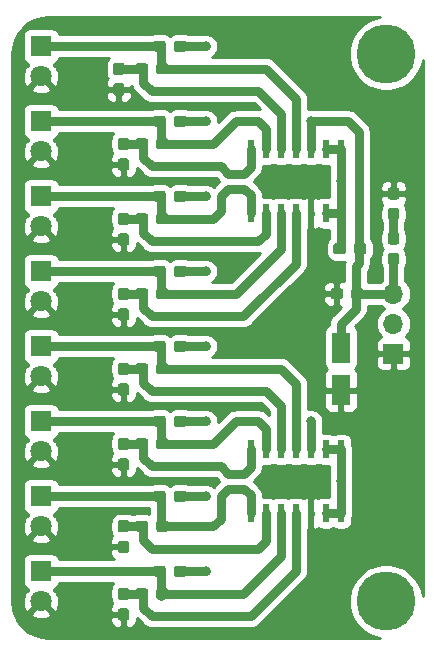
<source format=gtl>
G04 #@! TF.GenerationSoftware,KiCad,Pcbnew,(6.0.0-rc1-dev)*
G04 #@! TF.CreationDate,2018-08-10T19:43:38+02:00*
G04 #@! TF.ProjectId,receiver,72656365697665722E6B696361645F70,rev?*
G04 #@! TF.SameCoordinates,PX6ed25c8PY45a45e8*
G04 #@! TF.FileFunction,Copper,L1,Top,Signal*
G04 #@! TF.FilePolarity,Positive*
%FSLAX46Y46*%
G04 Gerber Fmt 4.6, Leading zero omitted, Abs format (unit mm)*
G04 Created by KiCad (PCBNEW (6.0.0-rc1-dev)) date Fri Aug 10 19:43:38 2018*
%MOMM*%
%LPD*%
G01*
G04 APERTURE LIST*
G04 #@! TA.AperFunction,ComponentPad*
%ADD10C,5.000000*%
G04 #@! TD*
G04 #@! TA.AperFunction,SMDPad,CuDef*
%ADD11R,1.600000X2.600000*%
G04 #@! TD*
G04 #@! TA.AperFunction,Conductor*
%ADD12C,0.100000*%
G04 #@! TD*
G04 #@! TA.AperFunction,SMDPad,CuDef*
%ADD13C,0.950000*%
G04 #@! TD*
G04 #@! TA.AperFunction,ComponentPad*
%ADD14R,1.700000X1.700000*%
G04 #@! TD*
G04 #@! TA.AperFunction,ComponentPad*
%ADD15O,1.700000X1.700000*%
G04 #@! TD*
G04 #@! TA.AperFunction,ComponentPad*
%ADD16C,1.800000*%
G04 #@! TD*
G04 #@! TA.AperFunction,ComponentPad*
%ADD17R,1.800000X1.800000*%
G04 #@! TD*
G04 #@! TA.AperFunction,SMDPad,CuDef*
%ADD18R,0.600000X1.500000*%
G04 #@! TD*
G04 #@! TA.AperFunction,ViaPad*
%ADD19C,0.800000*%
G04 #@! TD*
G04 #@! TA.AperFunction,Conductor*
%ADD20C,0.750000*%
G04 #@! TD*
G04 #@! TA.AperFunction,Conductor*
%ADD21C,0.254000*%
G04 #@! TD*
G04 APERTURE END LIST*
D10*
G04 #@! TO.P,REF\002A\002A,1*
G04 #@! TO.N,N/C*
X32385000Y-50165000D03*
G04 #@! TD*
D11*
G04 #@! TO.P,C9,1*
G04 #@! TO.N,+5V*
X28575000Y-28680000D03*
G04 #@! TO.P,C9,2*
G04 #@! TO.N,GND*
X28575000Y-32280000D03*
G04 #@! TD*
D12*
G04 #@! TO.N,+5V*
G04 #@! TO.C,C10*
G36*
X30280779Y-23656144D02*
X30303834Y-23659563D01*
X30326443Y-23665227D01*
X30348387Y-23673079D01*
X30369457Y-23683044D01*
X30389448Y-23695026D01*
X30408168Y-23708910D01*
X30425438Y-23724562D01*
X30441090Y-23741832D01*
X30454974Y-23760552D01*
X30466956Y-23780543D01*
X30476921Y-23801613D01*
X30484773Y-23823557D01*
X30490437Y-23846166D01*
X30493856Y-23869221D01*
X30495000Y-23892500D01*
X30495000Y-24367500D01*
X30493856Y-24390779D01*
X30490437Y-24413834D01*
X30484773Y-24436443D01*
X30476921Y-24458387D01*
X30466956Y-24479457D01*
X30454974Y-24499448D01*
X30441090Y-24518168D01*
X30425438Y-24535438D01*
X30408168Y-24551090D01*
X30389448Y-24564974D01*
X30369457Y-24576956D01*
X30348387Y-24586921D01*
X30326443Y-24594773D01*
X30303834Y-24600437D01*
X30280779Y-24603856D01*
X30257500Y-24605000D01*
X29682500Y-24605000D01*
X29659221Y-24603856D01*
X29636166Y-24600437D01*
X29613557Y-24594773D01*
X29591613Y-24586921D01*
X29570543Y-24576956D01*
X29550552Y-24564974D01*
X29531832Y-24551090D01*
X29514562Y-24535438D01*
X29498910Y-24518168D01*
X29485026Y-24499448D01*
X29473044Y-24479457D01*
X29463079Y-24458387D01*
X29455227Y-24436443D01*
X29449563Y-24413834D01*
X29446144Y-24390779D01*
X29445000Y-24367500D01*
X29445000Y-23892500D01*
X29446144Y-23869221D01*
X29449563Y-23846166D01*
X29455227Y-23823557D01*
X29463079Y-23801613D01*
X29473044Y-23780543D01*
X29485026Y-23760552D01*
X29498910Y-23741832D01*
X29514562Y-23724562D01*
X29531832Y-23708910D01*
X29550552Y-23695026D01*
X29570543Y-23683044D01*
X29591613Y-23673079D01*
X29613557Y-23665227D01*
X29636166Y-23659563D01*
X29659221Y-23656144D01*
X29682500Y-23655000D01*
X30257500Y-23655000D01*
X30280779Y-23656144D01*
X30280779Y-23656144D01*
G37*
D13*
G04 #@! TD*
G04 #@! TO.P,C10,1*
G04 #@! TO.N,+5V*
X29970000Y-24130000D03*
D12*
G04 #@! TO.N,GND*
G04 #@! TO.C,C10*
G36*
X28530779Y-23656144D02*
X28553834Y-23659563D01*
X28576443Y-23665227D01*
X28598387Y-23673079D01*
X28619457Y-23683044D01*
X28639448Y-23695026D01*
X28658168Y-23708910D01*
X28675438Y-23724562D01*
X28691090Y-23741832D01*
X28704974Y-23760552D01*
X28716956Y-23780543D01*
X28726921Y-23801613D01*
X28734773Y-23823557D01*
X28740437Y-23846166D01*
X28743856Y-23869221D01*
X28745000Y-23892500D01*
X28745000Y-24367500D01*
X28743856Y-24390779D01*
X28740437Y-24413834D01*
X28734773Y-24436443D01*
X28726921Y-24458387D01*
X28716956Y-24479457D01*
X28704974Y-24499448D01*
X28691090Y-24518168D01*
X28675438Y-24535438D01*
X28658168Y-24551090D01*
X28639448Y-24564974D01*
X28619457Y-24576956D01*
X28598387Y-24586921D01*
X28576443Y-24594773D01*
X28553834Y-24600437D01*
X28530779Y-24603856D01*
X28507500Y-24605000D01*
X27932500Y-24605000D01*
X27909221Y-24603856D01*
X27886166Y-24600437D01*
X27863557Y-24594773D01*
X27841613Y-24586921D01*
X27820543Y-24576956D01*
X27800552Y-24564974D01*
X27781832Y-24551090D01*
X27764562Y-24535438D01*
X27748910Y-24518168D01*
X27735026Y-24499448D01*
X27723044Y-24479457D01*
X27713079Y-24458387D01*
X27705227Y-24436443D01*
X27699563Y-24413834D01*
X27696144Y-24390779D01*
X27695000Y-24367500D01*
X27695000Y-23892500D01*
X27696144Y-23869221D01*
X27699563Y-23846166D01*
X27705227Y-23823557D01*
X27713079Y-23801613D01*
X27723044Y-23780543D01*
X27735026Y-23760552D01*
X27748910Y-23741832D01*
X27764562Y-23724562D01*
X27781832Y-23708910D01*
X27800552Y-23695026D01*
X27820543Y-23683044D01*
X27841613Y-23673079D01*
X27863557Y-23665227D01*
X27886166Y-23659563D01*
X27909221Y-23656144D01*
X27932500Y-23655000D01*
X28507500Y-23655000D01*
X28530779Y-23656144D01*
X28530779Y-23656144D01*
G37*
D13*
G04 #@! TD*
G04 #@! TO.P,C10,2*
G04 #@! TO.N,GND*
X28220000Y-24130000D03*
D12*
G04 #@! TO.N,GND*
G04 #@! TO.C,C8*
G36*
X10420779Y-50756144D02*
X10443834Y-50759563D01*
X10466443Y-50765227D01*
X10488387Y-50773079D01*
X10509457Y-50783044D01*
X10529448Y-50795026D01*
X10548168Y-50808910D01*
X10565438Y-50824562D01*
X10581090Y-50841832D01*
X10594974Y-50860552D01*
X10606956Y-50880543D01*
X10616921Y-50901613D01*
X10624773Y-50923557D01*
X10630437Y-50946166D01*
X10633856Y-50969221D01*
X10635000Y-50992500D01*
X10635000Y-51567500D01*
X10633856Y-51590779D01*
X10630437Y-51613834D01*
X10624773Y-51636443D01*
X10616921Y-51658387D01*
X10606956Y-51679457D01*
X10594974Y-51699448D01*
X10581090Y-51718168D01*
X10565438Y-51735438D01*
X10548168Y-51751090D01*
X10529448Y-51764974D01*
X10509457Y-51776956D01*
X10488387Y-51786921D01*
X10466443Y-51794773D01*
X10443834Y-51800437D01*
X10420779Y-51803856D01*
X10397500Y-51805000D01*
X9922500Y-51805000D01*
X9899221Y-51803856D01*
X9876166Y-51800437D01*
X9853557Y-51794773D01*
X9831613Y-51786921D01*
X9810543Y-51776956D01*
X9790552Y-51764974D01*
X9771832Y-51751090D01*
X9754562Y-51735438D01*
X9738910Y-51718168D01*
X9725026Y-51699448D01*
X9713044Y-51679457D01*
X9703079Y-51658387D01*
X9695227Y-51636443D01*
X9689563Y-51613834D01*
X9686144Y-51590779D01*
X9685000Y-51567500D01*
X9685000Y-50992500D01*
X9686144Y-50969221D01*
X9689563Y-50946166D01*
X9695227Y-50923557D01*
X9703079Y-50901613D01*
X9713044Y-50880543D01*
X9725026Y-50860552D01*
X9738910Y-50841832D01*
X9754562Y-50824562D01*
X9771832Y-50808910D01*
X9790552Y-50795026D01*
X9810543Y-50783044D01*
X9831613Y-50773079D01*
X9853557Y-50765227D01*
X9876166Y-50759563D01*
X9899221Y-50756144D01*
X9922500Y-50755000D01*
X10397500Y-50755000D01*
X10420779Y-50756144D01*
X10420779Y-50756144D01*
G37*
D13*
G04 #@! TD*
G04 #@! TO.P,C8,2*
G04 #@! TO.N,GND*
X10160000Y-51280000D03*
D12*
G04 #@! TO.N,Net-(C8-Pad1)*
G04 #@! TO.C,C8*
G36*
X10420779Y-49006144D02*
X10443834Y-49009563D01*
X10466443Y-49015227D01*
X10488387Y-49023079D01*
X10509457Y-49033044D01*
X10529448Y-49045026D01*
X10548168Y-49058910D01*
X10565438Y-49074562D01*
X10581090Y-49091832D01*
X10594974Y-49110552D01*
X10606956Y-49130543D01*
X10616921Y-49151613D01*
X10624773Y-49173557D01*
X10630437Y-49196166D01*
X10633856Y-49219221D01*
X10635000Y-49242500D01*
X10635000Y-49817500D01*
X10633856Y-49840779D01*
X10630437Y-49863834D01*
X10624773Y-49886443D01*
X10616921Y-49908387D01*
X10606956Y-49929457D01*
X10594974Y-49949448D01*
X10581090Y-49968168D01*
X10565438Y-49985438D01*
X10548168Y-50001090D01*
X10529448Y-50014974D01*
X10509457Y-50026956D01*
X10488387Y-50036921D01*
X10466443Y-50044773D01*
X10443834Y-50050437D01*
X10420779Y-50053856D01*
X10397500Y-50055000D01*
X9922500Y-50055000D01*
X9899221Y-50053856D01*
X9876166Y-50050437D01*
X9853557Y-50044773D01*
X9831613Y-50036921D01*
X9810543Y-50026956D01*
X9790552Y-50014974D01*
X9771832Y-50001090D01*
X9754562Y-49985438D01*
X9738910Y-49968168D01*
X9725026Y-49949448D01*
X9713044Y-49929457D01*
X9703079Y-49908387D01*
X9695227Y-49886443D01*
X9689563Y-49863834D01*
X9686144Y-49840779D01*
X9685000Y-49817500D01*
X9685000Y-49242500D01*
X9686144Y-49219221D01*
X9689563Y-49196166D01*
X9695227Y-49173557D01*
X9703079Y-49151613D01*
X9713044Y-49130543D01*
X9725026Y-49110552D01*
X9738910Y-49091832D01*
X9754562Y-49074562D01*
X9771832Y-49058910D01*
X9790552Y-49045026D01*
X9810543Y-49033044D01*
X9831613Y-49023079D01*
X9853557Y-49015227D01*
X9876166Y-49009563D01*
X9899221Y-49006144D01*
X9922500Y-49005000D01*
X10397500Y-49005000D01*
X10420779Y-49006144D01*
X10420779Y-49006144D01*
G37*
D13*
G04 #@! TD*
G04 #@! TO.P,C8,1*
G04 #@! TO.N,Net-(C8-Pad1)*
X10160000Y-49530000D03*
D12*
G04 #@! TO.N,Net-(C7-Pad1)*
G04 #@! TO.C,C7*
G36*
X10420779Y-43291144D02*
X10443834Y-43294563D01*
X10466443Y-43300227D01*
X10488387Y-43308079D01*
X10509457Y-43318044D01*
X10529448Y-43330026D01*
X10548168Y-43343910D01*
X10565438Y-43359562D01*
X10581090Y-43376832D01*
X10594974Y-43395552D01*
X10606956Y-43415543D01*
X10616921Y-43436613D01*
X10624773Y-43458557D01*
X10630437Y-43481166D01*
X10633856Y-43504221D01*
X10635000Y-43527500D01*
X10635000Y-44102500D01*
X10633856Y-44125779D01*
X10630437Y-44148834D01*
X10624773Y-44171443D01*
X10616921Y-44193387D01*
X10606956Y-44214457D01*
X10594974Y-44234448D01*
X10581090Y-44253168D01*
X10565438Y-44270438D01*
X10548168Y-44286090D01*
X10529448Y-44299974D01*
X10509457Y-44311956D01*
X10488387Y-44321921D01*
X10466443Y-44329773D01*
X10443834Y-44335437D01*
X10420779Y-44338856D01*
X10397500Y-44340000D01*
X9922500Y-44340000D01*
X9899221Y-44338856D01*
X9876166Y-44335437D01*
X9853557Y-44329773D01*
X9831613Y-44321921D01*
X9810543Y-44311956D01*
X9790552Y-44299974D01*
X9771832Y-44286090D01*
X9754562Y-44270438D01*
X9738910Y-44253168D01*
X9725026Y-44234448D01*
X9713044Y-44214457D01*
X9703079Y-44193387D01*
X9695227Y-44171443D01*
X9689563Y-44148834D01*
X9686144Y-44125779D01*
X9685000Y-44102500D01*
X9685000Y-43527500D01*
X9686144Y-43504221D01*
X9689563Y-43481166D01*
X9695227Y-43458557D01*
X9703079Y-43436613D01*
X9713044Y-43415543D01*
X9725026Y-43395552D01*
X9738910Y-43376832D01*
X9754562Y-43359562D01*
X9771832Y-43343910D01*
X9790552Y-43330026D01*
X9810543Y-43318044D01*
X9831613Y-43308079D01*
X9853557Y-43300227D01*
X9876166Y-43294563D01*
X9899221Y-43291144D01*
X9922500Y-43290000D01*
X10397500Y-43290000D01*
X10420779Y-43291144D01*
X10420779Y-43291144D01*
G37*
D13*
G04 #@! TD*
G04 #@! TO.P,C7,1*
G04 #@! TO.N,Net-(C7-Pad1)*
X10160000Y-43815000D03*
D12*
G04 #@! TO.N,GND*
G04 #@! TO.C,C7*
G36*
X10420779Y-45041144D02*
X10443834Y-45044563D01*
X10466443Y-45050227D01*
X10488387Y-45058079D01*
X10509457Y-45068044D01*
X10529448Y-45080026D01*
X10548168Y-45093910D01*
X10565438Y-45109562D01*
X10581090Y-45126832D01*
X10594974Y-45145552D01*
X10606956Y-45165543D01*
X10616921Y-45186613D01*
X10624773Y-45208557D01*
X10630437Y-45231166D01*
X10633856Y-45254221D01*
X10635000Y-45277500D01*
X10635000Y-45852500D01*
X10633856Y-45875779D01*
X10630437Y-45898834D01*
X10624773Y-45921443D01*
X10616921Y-45943387D01*
X10606956Y-45964457D01*
X10594974Y-45984448D01*
X10581090Y-46003168D01*
X10565438Y-46020438D01*
X10548168Y-46036090D01*
X10529448Y-46049974D01*
X10509457Y-46061956D01*
X10488387Y-46071921D01*
X10466443Y-46079773D01*
X10443834Y-46085437D01*
X10420779Y-46088856D01*
X10397500Y-46090000D01*
X9922500Y-46090000D01*
X9899221Y-46088856D01*
X9876166Y-46085437D01*
X9853557Y-46079773D01*
X9831613Y-46071921D01*
X9810543Y-46061956D01*
X9790552Y-46049974D01*
X9771832Y-46036090D01*
X9754562Y-46020438D01*
X9738910Y-46003168D01*
X9725026Y-45984448D01*
X9713044Y-45964457D01*
X9703079Y-45943387D01*
X9695227Y-45921443D01*
X9689563Y-45898834D01*
X9686144Y-45875779D01*
X9685000Y-45852500D01*
X9685000Y-45277500D01*
X9686144Y-45254221D01*
X9689563Y-45231166D01*
X9695227Y-45208557D01*
X9703079Y-45186613D01*
X9713044Y-45165543D01*
X9725026Y-45145552D01*
X9738910Y-45126832D01*
X9754562Y-45109562D01*
X9771832Y-45093910D01*
X9790552Y-45080026D01*
X9810543Y-45068044D01*
X9831613Y-45058079D01*
X9853557Y-45050227D01*
X9876166Y-45044563D01*
X9899221Y-45041144D01*
X9922500Y-45040000D01*
X10397500Y-45040000D01*
X10420779Y-45041144D01*
X10420779Y-45041144D01*
G37*
D13*
G04 #@! TD*
G04 #@! TO.P,C7,2*
G04 #@! TO.N,GND*
X10160000Y-45565000D03*
D12*
G04 #@! TO.N,GND*
G04 #@! TO.C,C6*
G36*
X10420779Y-38056144D02*
X10443834Y-38059563D01*
X10466443Y-38065227D01*
X10488387Y-38073079D01*
X10509457Y-38083044D01*
X10529448Y-38095026D01*
X10548168Y-38108910D01*
X10565438Y-38124562D01*
X10581090Y-38141832D01*
X10594974Y-38160552D01*
X10606956Y-38180543D01*
X10616921Y-38201613D01*
X10624773Y-38223557D01*
X10630437Y-38246166D01*
X10633856Y-38269221D01*
X10635000Y-38292500D01*
X10635000Y-38867500D01*
X10633856Y-38890779D01*
X10630437Y-38913834D01*
X10624773Y-38936443D01*
X10616921Y-38958387D01*
X10606956Y-38979457D01*
X10594974Y-38999448D01*
X10581090Y-39018168D01*
X10565438Y-39035438D01*
X10548168Y-39051090D01*
X10529448Y-39064974D01*
X10509457Y-39076956D01*
X10488387Y-39086921D01*
X10466443Y-39094773D01*
X10443834Y-39100437D01*
X10420779Y-39103856D01*
X10397500Y-39105000D01*
X9922500Y-39105000D01*
X9899221Y-39103856D01*
X9876166Y-39100437D01*
X9853557Y-39094773D01*
X9831613Y-39086921D01*
X9810543Y-39076956D01*
X9790552Y-39064974D01*
X9771832Y-39051090D01*
X9754562Y-39035438D01*
X9738910Y-39018168D01*
X9725026Y-38999448D01*
X9713044Y-38979457D01*
X9703079Y-38958387D01*
X9695227Y-38936443D01*
X9689563Y-38913834D01*
X9686144Y-38890779D01*
X9685000Y-38867500D01*
X9685000Y-38292500D01*
X9686144Y-38269221D01*
X9689563Y-38246166D01*
X9695227Y-38223557D01*
X9703079Y-38201613D01*
X9713044Y-38180543D01*
X9725026Y-38160552D01*
X9738910Y-38141832D01*
X9754562Y-38124562D01*
X9771832Y-38108910D01*
X9790552Y-38095026D01*
X9810543Y-38083044D01*
X9831613Y-38073079D01*
X9853557Y-38065227D01*
X9876166Y-38059563D01*
X9899221Y-38056144D01*
X9922500Y-38055000D01*
X10397500Y-38055000D01*
X10420779Y-38056144D01*
X10420779Y-38056144D01*
G37*
D13*
G04 #@! TD*
G04 #@! TO.P,C6,2*
G04 #@! TO.N,GND*
X10160000Y-38580000D03*
D12*
G04 #@! TO.N,Net-(C6-Pad1)*
G04 #@! TO.C,C6*
G36*
X10420779Y-36306144D02*
X10443834Y-36309563D01*
X10466443Y-36315227D01*
X10488387Y-36323079D01*
X10509457Y-36333044D01*
X10529448Y-36345026D01*
X10548168Y-36358910D01*
X10565438Y-36374562D01*
X10581090Y-36391832D01*
X10594974Y-36410552D01*
X10606956Y-36430543D01*
X10616921Y-36451613D01*
X10624773Y-36473557D01*
X10630437Y-36496166D01*
X10633856Y-36519221D01*
X10635000Y-36542500D01*
X10635000Y-37117500D01*
X10633856Y-37140779D01*
X10630437Y-37163834D01*
X10624773Y-37186443D01*
X10616921Y-37208387D01*
X10606956Y-37229457D01*
X10594974Y-37249448D01*
X10581090Y-37268168D01*
X10565438Y-37285438D01*
X10548168Y-37301090D01*
X10529448Y-37314974D01*
X10509457Y-37326956D01*
X10488387Y-37336921D01*
X10466443Y-37344773D01*
X10443834Y-37350437D01*
X10420779Y-37353856D01*
X10397500Y-37355000D01*
X9922500Y-37355000D01*
X9899221Y-37353856D01*
X9876166Y-37350437D01*
X9853557Y-37344773D01*
X9831613Y-37336921D01*
X9810543Y-37326956D01*
X9790552Y-37314974D01*
X9771832Y-37301090D01*
X9754562Y-37285438D01*
X9738910Y-37268168D01*
X9725026Y-37249448D01*
X9713044Y-37229457D01*
X9703079Y-37208387D01*
X9695227Y-37186443D01*
X9689563Y-37163834D01*
X9686144Y-37140779D01*
X9685000Y-37117500D01*
X9685000Y-36542500D01*
X9686144Y-36519221D01*
X9689563Y-36496166D01*
X9695227Y-36473557D01*
X9703079Y-36451613D01*
X9713044Y-36430543D01*
X9725026Y-36410552D01*
X9738910Y-36391832D01*
X9754562Y-36374562D01*
X9771832Y-36358910D01*
X9790552Y-36345026D01*
X9810543Y-36333044D01*
X9831613Y-36323079D01*
X9853557Y-36315227D01*
X9876166Y-36309563D01*
X9899221Y-36306144D01*
X9922500Y-36305000D01*
X10397500Y-36305000D01*
X10420779Y-36306144D01*
X10420779Y-36306144D01*
G37*
D13*
G04 #@! TD*
G04 #@! TO.P,C6,1*
G04 #@! TO.N,Net-(C6-Pad1)*
X10160000Y-36830000D03*
D12*
G04 #@! TO.N,Net-(C5-Pad1)*
G04 #@! TO.C,C5*
G36*
X10420779Y-29956144D02*
X10443834Y-29959563D01*
X10466443Y-29965227D01*
X10488387Y-29973079D01*
X10509457Y-29983044D01*
X10529448Y-29995026D01*
X10548168Y-30008910D01*
X10565438Y-30024562D01*
X10581090Y-30041832D01*
X10594974Y-30060552D01*
X10606956Y-30080543D01*
X10616921Y-30101613D01*
X10624773Y-30123557D01*
X10630437Y-30146166D01*
X10633856Y-30169221D01*
X10635000Y-30192500D01*
X10635000Y-30767500D01*
X10633856Y-30790779D01*
X10630437Y-30813834D01*
X10624773Y-30836443D01*
X10616921Y-30858387D01*
X10606956Y-30879457D01*
X10594974Y-30899448D01*
X10581090Y-30918168D01*
X10565438Y-30935438D01*
X10548168Y-30951090D01*
X10529448Y-30964974D01*
X10509457Y-30976956D01*
X10488387Y-30986921D01*
X10466443Y-30994773D01*
X10443834Y-31000437D01*
X10420779Y-31003856D01*
X10397500Y-31005000D01*
X9922500Y-31005000D01*
X9899221Y-31003856D01*
X9876166Y-31000437D01*
X9853557Y-30994773D01*
X9831613Y-30986921D01*
X9810543Y-30976956D01*
X9790552Y-30964974D01*
X9771832Y-30951090D01*
X9754562Y-30935438D01*
X9738910Y-30918168D01*
X9725026Y-30899448D01*
X9713044Y-30879457D01*
X9703079Y-30858387D01*
X9695227Y-30836443D01*
X9689563Y-30813834D01*
X9686144Y-30790779D01*
X9685000Y-30767500D01*
X9685000Y-30192500D01*
X9686144Y-30169221D01*
X9689563Y-30146166D01*
X9695227Y-30123557D01*
X9703079Y-30101613D01*
X9713044Y-30080543D01*
X9725026Y-30060552D01*
X9738910Y-30041832D01*
X9754562Y-30024562D01*
X9771832Y-30008910D01*
X9790552Y-29995026D01*
X9810543Y-29983044D01*
X9831613Y-29973079D01*
X9853557Y-29965227D01*
X9876166Y-29959563D01*
X9899221Y-29956144D01*
X9922500Y-29955000D01*
X10397500Y-29955000D01*
X10420779Y-29956144D01*
X10420779Y-29956144D01*
G37*
D13*
G04 #@! TD*
G04 #@! TO.P,C5,1*
G04 #@! TO.N,Net-(C5-Pad1)*
X10160000Y-30480000D03*
D12*
G04 #@! TO.N,GND*
G04 #@! TO.C,C5*
G36*
X10420779Y-31706144D02*
X10443834Y-31709563D01*
X10466443Y-31715227D01*
X10488387Y-31723079D01*
X10509457Y-31733044D01*
X10529448Y-31745026D01*
X10548168Y-31758910D01*
X10565438Y-31774562D01*
X10581090Y-31791832D01*
X10594974Y-31810552D01*
X10606956Y-31830543D01*
X10616921Y-31851613D01*
X10624773Y-31873557D01*
X10630437Y-31896166D01*
X10633856Y-31919221D01*
X10635000Y-31942500D01*
X10635000Y-32517500D01*
X10633856Y-32540779D01*
X10630437Y-32563834D01*
X10624773Y-32586443D01*
X10616921Y-32608387D01*
X10606956Y-32629457D01*
X10594974Y-32649448D01*
X10581090Y-32668168D01*
X10565438Y-32685438D01*
X10548168Y-32701090D01*
X10529448Y-32714974D01*
X10509457Y-32726956D01*
X10488387Y-32736921D01*
X10466443Y-32744773D01*
X10443834Y-32750437D01*
X10420779Y-32753856D01*
X10397500Y-32755000D01*
X9922500Y-32755000D01*
X9899221Y-32753856D01*
X9876166Y-32750437D01*
X9853557Y-32744773D01*
X9831613Y-32736921D01*
X9810543Y-32726956D01*
X9790552Y-32714974D01*
X9771832Y-32701090D01*
X9754562Y-32685438D01*
X9738910Y-32668168D01*
X9725026Y-32649448D01*
X9713044Y-32629457D01*
X9703079Y-32608387D01*
X9695227Y-32586443D01*
X9689563Y-32563834D01*
X9686144Y-32540779D01*
X9685000Y-32517500D01*
X9685000Y-31942500D01*
X9686144Y-31919221D01*
X9689563Y-31896166D01*
X9695227Y-31873557D01*
X9703079Y-31851613D01*
X9713044Y-31830543D01*
X9725026Y-31810552D01*
X9738910Y-31791832D01*
X9754562Y-31774562D01*
X9771832Y-31758910D01*
X9790552Y-31745026D01*
X9810543Y-31733044D01*
X9831613Y-31723079D01*
X9853557Y-31715227D01*
X9876166Y-31709563D01*
X9899221Y-31706144D01*
X9922500Y-31705000D01*
X10397500Y-31705000D01*
X10420779Y-31706144D01*
X10420779Y-31706144D01*
G37*
D13*
G04 #@! TD*
G04 #@! TO.P,C5,2*
G04 #@! TO.N,GND*
X10160000Y-32230000D03*
D12*
G04 #@! TO.N,GND*
G04 #@! TO.C,C4*
G36*
X10420779Y-25356144D02*
X10443834Y-25359563D01*
X10466443Y-25365227D01*
X10488387Y-25373079D01*
X10509457Y-25383044D01*
X10529448Y-25395026D01*
X10548168Y-25408910D01*
X10565438Y-25424562D01*
X10581090Y-25441832D01*
X10594974Y-25460552D01*
X10606956Y-25480543D01*
X10616921Y-25501613D01*
X10624773Y-25523557D01*
X10630437Y-25546166D01*
X10633856Y-25569221D01*
X10635000Y-25592500D01*
X10635000Y-26167500D01*
X10633856Y-26190779D01*
X10630437Y-26213834D01*
X10624773Y-26236443D01*
X10616921Y-26258387D01*
X10606956Y-26279457D01*
X10594974Y-26299448D01*
X10581090Y-26318168D01*
X10565438Y-26335438D01*
X10548168Y-26351090D01*
X10529448Y-26364974D01*
X10509457Y-26376956D01*
X10488387Y-26386921D01*
X10466443Y-26394773D01*
X10443834Y-26400437D01*
X10420779Y-26403856D01*
X10397500Y-26405000D01*
X9922500Y-26405000D01*
X9899221Y-26403856D01*
X9876166Y-26400437D01*
X9853557Y-26394773D01*
X9831613Y-26386921D01*
X9810543Y-26376956D01*
X9790552Y-26364974D01*
X9771832Y-26351090D01*
X9754562Y-26335438D01*
X9738910Y-26318168D01*
X9725026Y-26299448D01*
X9713044Y-26279457D01*
X9703079Y-26258387D01*
X9695227Y-26236443D01*
X9689563Y-26213834D01*
X9686144Y-26190779D01*
X9685000Y-26167500D01*
X9685000Y-25592500D01*
X9686144Y-25569221D01*
X9689563Y-25546166D01*
X9695227Y-25523557D01*
X9703079Y-25501613D01*
X9713044Y-25480543D01*
X9725026Y-25460552D01*
X9738910Y-25441832D01*
X9754562Y-25424562D01*
X9771832Y-25408910D01*
X9790552Y-25395026D01*
X9810543Y-25383044D01*
X9831613Y-25373079D01*
X9853557Y-25365227D01*
X9876166Y-25359563D01*
X9899221Y-25356144D01*
X9922500Y-25355000D01*
X10397500Y-25355000D01*
X10420779Y-25356144D01*
X10420779Y-25356144D01*
G37*
D13*
G04 #@! TD*
G04 #@! TO.P,C4,2*
G04 #@! TO.N,GND*
X10160000Y-25880000D03*
D12*
G04 #@! TO.N,Net-(C4-Pad1)*
G04 #@! TO.C,C4*
G36*
X10420779Y-23606144D02*
X10443834Y-23609563D01*
X10466443Y-23615227D01*
X10488387Y-23623079D01*
X10509457Y-23633044D01*
X10529448Y-23645026D01*
X10548168Y-23658910D01*
X10565438Y-23674562D01*
X10581090Y-23691832D01*
X10594974Y-23710552D01*
X10606956Y-23730543D01*
X10616921Y-23751613D01*
X10624773Y-23773557D01*
X10630437Y-23796166D01*
X10633856Y-23819221D01*
X10635000Y-23842500D01*
X10635000Y-24417500D01*
X10633856Y-24440779D01*
X10630437Y-24463834D01*
X10624773Y-24486443D01*
X10616921Y-24508387D01*
X10606956Y-24529457D01*
X10594974Y-24549448D01*
X10581090Y-24568168D01*
X10565438Y-24585438D01*
X10548168Y-24601090D01*
X10529448Y-24614974D01*
X10509457Y-24626956D01*
X10488387Y-24636921D01*
X10466443Y-24644773D01*
X10443834Y-24650437D01*
X10420779Y-24653856D01*
X10397500Y-24655000D01*
X9922500Y-24655000D01*
X9899221Y-24653856D01*
X9876166Y-24650437D01*
X9853557Y-24644773D01*
X9831613Y-24636921D01*
X9810543Y-24626956D01*
X9790552Y-24614974D01*
X9771832Y-24601090D01*
X9754562Y-24585438D01*
X9738910Y-24568168D01*
X9725026Y-24549448D01*
X9713044Y-24529457D01*
X9703079Y-24508387D01*
X9695227Y-24486443D01*
X9689563Y-24463834D01*
X9686144Y-24440779D01*
X9685000Y-24417500D01*
X9685000Y-23842500D01*
X9686144Y-23819221D01*
X9689563Y-23796166D01*
X9695227Y-23773557D01*
X9703079Y-23751613D01*
X9713044Y-23730543D01*
X9725026Y-23710552D01*
X9738910Y-23691832D01*
X9754562Y-23674562D01*
X9771832Y-23658910D01*
X9790552Y-23645026D01*
X9810543Y-23633044D01*
X9831613Y-23623079D01*
X9853557Y-23615227D01*
X9876166Y-23609563D01*
X9899221Y-23606144D01*
X9922500Y-23605000D01*
X10397500Y-23605000D01*
X10420779Y-23606144D01*
X10420779Y-23606144D01*
G37*
D13*
G04 #@! TD*
G04 #@! TO.P,C4,1*
G04 #@! TO.N,Net-(C4-Pad1)*
X10160000Y-24130000D03*
D12*
G04 #@! TO.N,Net-(C3-Pad1)*
G04 #@! TO.C,C3*
G36*
X10420779Y-17256144D02*
X10443834Y-17259563D01*
X10466443Y-17265227D01*
X10488387Y-17273079D01*
X10509457Y-17283044D01*
X10529448Y-17295026D01*
X10548168Y-17308910D01*
X10565438Y-17324562D01*
X10581090Y-17341832D01*
X10594974Y-17360552D01*
X10606956Y-17380543D01*
X10616921Y-17401613D01*
X10624773Y-17423557D01*
X10630437Y-17446166D01*
X10633856Y-17469221D01*
X10635000Y-17492500D01*
X10635000Y-18067500D01*
X10633856Y-18090779D01*
X10630437Y-18113834D01*
X10624773Y-18136443D01*
X10616921Y-18158387D01*
X10606956Y-18179457D01*
X10594974Y-18199448D01*
X10581090Y-18218168D01*
X10565438Y-18235438D01*
X10548168Y-18251090D01*
X10529448Y-18264974D01*
X10509457Y-18276956D01*
X10488387Y-18286921D01*
X10466443Y-18294773D01*
X10443834Y-18300437D01*
X10420779Y-18303856D01*
X10397500Y-18305000D01*
X9922500Y-18305000D01*
X9899221Y-18303856D01*
X9876166Y-18300437D01*
X9853557Y-18294773D01*
X9831613Y-18286921D01*
X9810543Y-18276956D01*
X9790552Y-18264974D01*
X9771832Y-18251090D01*
X9754562Y-18235438D01*
X9738910Y-18218168D01*
X9725026Y-18199448D01*
X9713044Y-18179457D01*
X9703079Y-18158387D01*
X9695227Y-18136443D01*
X9689563Y-18113834D01*
X9686144Y-18090779D01*
X9685000Y-18067500D01*
X9685000Y-17492500D01*
X9686144Y-17469221D01*
X9689563Y-17446166D01*
X9695227Y-17423557D01*
X9703079Y-17401613D01*
X9713044Y-17380543D01*
X9725026Y-17360552D01*
X9738910Y-17341832D01*
X9754562Y-17324562D01*
X9771832Y-17308910D01*
X9790552Y-17295026D01*
X9810543Y-17283044D01*
X9831613Y-17273079D01*
X9853557Y-17265227D01*
X9876166Y-17259563D01*
X9899221Y-17256144D01*
X9922500Y-17255000D01*
X10397500Y-17255000D01*
X10420779Y-17256144D01*
X10420779Y-17256144D01*
G37*
D13*
G04 #@! TD*
G04 #@! TO.P,C3,1*
G04 #@! TO.N,Net-(C3-Pad1)*
X10160000Y-17780000D03*
D12*
G04 #@! TO.N,GND*
G04 #@! TO.C,C3*
G36*
X10420779Y-19006144D02*
X10443834Y-19009563D01*
X10466443Y-19015227D01*
X10488387Y-19023079D01*
X10509457Y-19033044D01*
X10529448Y-19045026D01*
X10548168Y-19058910D01*
X10565438Y-19074562D01*
X10581090Y-19091832D01*
X10594974Y-19110552D01*
X10606956Y-19130543D01*
X10616921Y-19151613D01*
X10624773Y-19173557D01*
X10630437Y-19196166D01*
X10633856Y-19219221D01*
X10635000Y-19242500D01*
X10635000Y-19817500D01*
X10633856Y-19840779D01*
X10630437Y-19863834D01*
X10624773Y-19886443D01*
X10616921Y-19908387D01*
X10606956Y-19929457D01*
X10594974Y-19949448D01*
X10581090Y-19968168D01*
X10565438Y-19985438D01*
X10548168Y-20001090D01*
X10529448Y-20014974D01*
X10509457Y-20026956D01*
X10488387Y-20036921D01*
X10466443Y-20044773D01*
X10443834Y-20050437D01*
X10420779Y-20053856D01*
X10397500Y-20055000D01*
X9922500Y-20055000D01*
X9899221Y-20053856D01*
X9876166Y-20050437D01*
X9853557Y-20044773D01*
X9831613Y-20036921D01*
X9810543Y-20026956D01*
X9790552Y-20014974D01*
X9771832Y-20001090D01*
X9754562Y-19985438D01*
X9738910Y-19968168D01*
X9725026Y-19949448D01*
X9713044Y-19929457D01*
X9703079Y-19908387D01*
X9695227Y-19886443D01*
X9689563Y-19863834D01*
X9686144Y-19840779D01*
X9685000Y-19817500D01*
X9685000Y-19242500D01*
X9686144Y-19219221D01*
X9689563Y-19196166D01*
X9695227Y-19173557D01*
X9703079Y-19151613D01*
X9713044Y-19130543D01*
X9725026Y-19110552D01*
X9738910Y-19091832D01*
X9754562Y-19074562D01*
X9771832Y-19058910D01*
X9790552Y-19045026D01*
X9810543Y-19033044D01*
X9831613Y-19023079D01*
X9853557Y-19015227D01*
X9876166Y-19009563D01*
X9899221Y-19006144D01*
X9922500Y-19005000D01*
X10397500Y-19005000D01*
X10420779Y-19006144D01*
X10420779Y-19006144D01*
G37*
D13*
G04 #@! TD*
G04 #@! TO.P,C3,2*
G04 #@! TO.N,GND*
X10160000Y-19530000D03*
D12*
G04 #@! TO.N,GND*
G04 #@! TO.C,C2*
G36*
X10420779Y-12656144D02*
X10443834Y-12659563D01*
X10466443Y-12665227D01*
X10488387Y-12673079D01*
X10509457Y-12683044D01*
X10529448Y-12695026D01*
X10548168Y-12708910D01*
X10565438Y-12724562D01*
X10581090Y-12741832D01*
X10594974Y-12760552D01*
X10606956Y-12780543D01*
X10616921Y-12801613D01*
X10624773Y-12823557D01*
X10630437Y-12846166D01*
X10633856Y-12869221D01*
X10635000Y-12892500D01*
X10635000Y-13467500D01*
X10633856Y-13490779D01*
X10630437Y-13513834D01*
X10624773Y-13536443D01*
X10616921Y-13558387D01*
X10606956Y-13579457D01*
X10594974Y-13599448D01*
X10581090Y-13618168D01*
X10565438Y-13635438D01*
X10548168Y-13651090D01*
X10529448Y-13664974D01*
X10509457Y-13676956D01*
X10488387Y-13686921D01*
X10466443Y-13694773D01*
X10443834Y-13700437D01*
X10420779Y-13703856D01*
X10397500Y-13705000D01*
X9922500Y-13705000D01*
X9899221Y-13703856D01*
X9876166Y-13700437D01*
X9853557Y-13694773D01*
X9831613Y-13686921D01*
X9810543Y-13676956D01*
X9790552Y-13664974D01*
X9771832Y-13651090D01*
X9754562Y-13635438D01*
X9738910Y-13618168D01*
X9725026Y-13599448D01*
X9713044Y-13579457D01*
X9703079Y-13558387D01*
X9695227Y-13536443D01*
X9689563Y-13513834D01*
X9686144Y-13490779D01*
X9685000Y-13467500D01*
X9685000Y-12892500D01*
X9686144Y-12869221D01*
X9689563Y-12846166D01*
X9695227Y-12823557D01*
X9703079Y-12801613D01*
X9713044Y-12780543D01*
X9725026Y-12760552D01*
X9738910Y-12741832D01*
X9754562Y-12724562D01*
X9771832Y-12708910D01*
X9790552Y-12695026D01*
X9810543Y-12683044D01*
X9831613Y-12673079D01*
X9853557Y-12665227D01*
X9876166Y-12659563D01*
X9899221Y-12656144D01*
X9922500Y-12655000D01*
X10397500Y-12655000D01*
X10420779Y-12656144D01*
X10420779Y-12656144D01*
G37*
D13*
G04 #@! TD*
G04 #@! TO.P,C2,2*
G04 #@! TO.N,GND*
X10160000Y-13180000D03*
D12*
G04 #@! TO.N,Net-(C2-Pad1)*
G04 #@! TO.C,C2*
G36*
X10420779Y-10906144D02*
X10443834Y-10909563D01*
X10466443Y-10915227D01*
X10488387Y-10923079D01*
X10509457Y-10933044D01*
X10529448Y-10945026D01*
X10548168Y-10958910D01*
X10565438Y-10974562D01*
X10581090Y-10991832D01*
X10594974Y-11010552D01*
X10606956Y-11030543D01*
X10616921Y-11051613D01*
X10624773Y-11073557D01*
X10630437Y-11096166D01*
X10633856Y-11119221D01*
X10635000Y-11142500D01*
X10635000Y-11717500D01*
X10633856Y-11740779D01*
X10630437Y-11763834D01*
X10624773Y-11786443D01*
X10616921Y-11808387D01*
X10606956Y-11829457D01*
X10594974Y-11849448D01*
X10581090Y-11868168D01*
X10565438Y-11885438D01*
X10548168Y-11901090D01*
X10529448Y-11914974D01*
X10509457Y-11926956D01*
X10488387Y-11936921D01*
X10466443Y-11944773D01*
X10443834Y-11950437D01*
X10420779Y-11953856D01*
X10397500Y-11955000D01*
X9922500Y-11955000D01*
X9899221Y-11953856D01*
X9876166Y-11950437D01*
X9853557Y-11944773D01*
X9831613Y-11936921D01*
X9810543Y-11926956D01*
X9790552Y-11914974D01*
X9771832Y-11901090D01*
X9754562Y-11885438D01*
X9738910Y-11868168D01*
X9725026Y-11849448D01*
X9713044Y-11829457D01*
X9703079Y-11808387D01*
X9695227Y-11786443D01*
X9689563Y-11763834D01*
X9686144Y-11740779D01*
X9685000Y-11717500D01*
X9685000Y-11142500D01*
X9686144Y-11119221D01*
X9689563Y-11096166D01*
X9695227Y-11073557D01*
X9703079Y-11051613D01*
X9713044Y-11030543D01*
X9725026Y-11010552D01*
X9738910Y-10991832D01*
X9754562Y-10974562D01*
X9771832Y-10958910D01*
X9790552Y-10945026D01*
X9810543Y-10933044D01*
X9831613Y-10923079D01*
X9853557Y-10915227D01*
X9876166Y-10909563D01*
X9899221Y-10906144D01*
X9922500Y-10905000D01*
X10397500Y-10905000D01*
X10420779Y-10906144D01*
X10420779Y-10906144D01*
G37*
D13*
G04 #@! TD*
G04 #@! TO.P,C2,1*
G04 #@! TO.N,Net-(C2-Pad1)*
X10160000Y-11430000D03*
D12*
G04 #@! TO.N,Net-(C1-Pad1)*
G04 #@! TO.C,C1*
G36*
X10025779Y-4556144D02*
X10048834Y-4559563D01*
X10071443Y-4565227D01*
X10093387Y-4573079D01*
X10114457Y-4583044D01*
X10134448Y-4595026D01*
X10153168Y-4608910D01*
X10170438Y-4624562D01*
X10186090Y-4641832D01*
X10199974Y-4660552D01*
X10211956Y-4680543D01*
X10221921Y-4701613D01*
X10229773Y-4723557D01*
X10235437Y-4746166D01*
X10238856Y-4769221D01*
X10240000Y-4792500D01*
X10240000Y-5367500D01*
X10238856Y-5390779D01*
X10235437Y-5413834D01*
X10229773Y-5436443D01*
X10221921Y-5458387D01*
X10211956Y-5479457D01*
X10199974Y-5499448D01*
X10186090Y-5518168D01*
X10170438Y-5535438D01*
X10153168Y-5551090D01*
X10134448Y-5564974D01*
X10114457Y-5576956D01*
X10093387Y-5586921D01*
X10071443Y-5594773D01*
X10048834Y-5600437D01*
X10025779Y-5603856D01*
X10002500Y-5605000D01*
X9527500Y-5605000D01*
X9504221Y-5603856D01*
X9481166Y-5600437D01*
X9458557Y-5594773D01*
X9436613Y-5586921D01*
X9415543Y-5576956D01*
X9395552Y-5564974D01*
X9376832Y-5551090D01*
X9359562Y-5535438D01*
X9343910Y-5518168D01*
X9330026Y-5499448D01*
X9318044Y-5479457D01*
X9308079Y-5458387D01*
X9300227Y-5436443D01*
X9294563Y-5413834D01*
X9291144Y-5390779D01*
X9290000Y-5367500D01*
X9290000Y-4792500D01*
X9291144Y-4769221D01*
X9294563Y-4746166D01*
X9300227Y-4723557D01*
X9308079Y-4701613D01*
X9318044Y-4680543D01*
X9330026Y-4660552D01*
X9343910Y-4641832D01*
X9359562Y-4624562D01*
X9376832Y-4608910D01*
X9395552Y-4595026D01*
X9415543Y-4583044D01*
X9436613Y-4573079D01*
X9458557Y-4565227D01*
X9481166Y-4559563D01*
X9504221Y-4556144D01*
X9527500Y-4555000D01*
X10002500Y-4555000D01*
X10025779Y-4556144D01*
X10025779Y-4556144D01*
G37*
D13*
G04 #@! TD*
G04 #@! TO.P,C1,1*
G04 #@! TO.N,Net-(C1-Pad1)*
X9765000Y-5080000D03*
D12*
G04 #@! TO.N,GND*
G04 #@! TO.C,C1*
G36*
X10025779Y-6306144D02*
X10048834Y-6309563D01*
X10071443Y-6315227D01*
X10093387Y-6323079D01*
X10114457Y-6333044D01*
X10134448Y-6345026D01*
X10153168Y-6358910D01*
X10170438Y-6374562D01*
X10186090Y-6391832D01*
X10199974Y-6410552D01*
X10211956Y-6430543D01*
X10221921Y-6451613D01*
X10229773Y-6473557D01*
X10235437Y-6496166D01*
X10238856Y-6519221D01*
X10240000Y-6542500D01*
X10240000Y-7117500D01*
X10238856Y-7140779D01*
X10235437Y-7163834D01*
X10229773Y-7186443D01*
X10221921Y-7208387D01*
X10211956Y-7229457D01*
X10199974Y-7249448D01*
X10186090Y-7268168D01*
X10170438Y-7285438D01*
X10153168Y-7301090D01*
X10134448Y-7314974D01*
X10114457Y-7326956D01*
X10093387Y-7336921D01*
X10071443Y-7344773D01*
X10048834Y-7350437D01*
X10025779Y-7353856D01*
X10002500Y-7355000D01*
X9527500Y-7355000D01*
X9504221Y-7353856D01*
X9481166Y-7350437D01*
X9458557Y-7344773D01*
X9436613Y-7336921D01*
X9415543Y-7326956D01*
X9395552Y-7314974D01*
X9376832Y-7301090D01*
X9359562Y-7285438D01*
X9343910Y-7268168D01*
X9330026Y-7249448D01*
X9318044Y-7229457D01*
X9308079Y-7208387D01*
X9300227Y-7186443D01*
X9294563Y-7163834D01*
X9291144Y-7140779D01*
X9290000Y-7117500D01*
X9290000Y-6542500D01*
X9291144Y-6519221D01*
X9294563Y-6496166D01*
X9300227Y-6473557D01*
X9308079Y-6451613D01*
X9318044Y-6430543D01*
X9330026Y-6410552D01*
X9343910Y-6391832D01*
X9359562Y-6374562D01*
X9376832Y-6358910D01*
X9395552Y-6345026D01*
X9415543Y-6333044D01*
X9436613Y-6323079D01*
X9458557Y-6315227D01*
X9481166Y-6309563D01*
X9504221Y-6306144D01*
X9527500Y-6305000D01*
X10002500Y-6305000D01*
X10025779Y-6306144D01*
X10025779Y-6306144D01*
G37*
D13*
G04 #@! TD*
G04 #@! TO.P,C1,2*
G04 #@! TO.N,GND*
X9765000Y-6830000D03*
D14*
G04 #@! TO.P,J1,1*
G04 #@! TO.N,GND*
X33020000Y-29210000D03*
D15*
G04 #@! TO.P,J1,2*
G04 #@! TO.N,trigger*
X33020000Y-26670000D03*
G04 #@! TO.P,J1,3*
G04 #@! TO.N,+5V*
X33020000Y-24130000D03*
G04 #@! TD*
D12*
G04 #@! TO.N,GND*
G04 #@! TO.C,D9*
G36*
X33280779Y-15111144D02*
X33303834Y-15114563D01*
X33326443Y-15120227D01*
X33348387Y-15128079D01*
X33369457Y-15138044D01*
X33389448Y-15150026D01*
X33408168Y-15163910D01*
X33425438Y-15179562D01*
X33441090Y-15196832D01*
X33454974Y-15215552D01*
X33466956Y-15235543D01*
X33476921Y-15256613D01*
X33484773Y-15278557D01*
X33490437Y-15301166D01*
X33493856Y-15324221D01*
X33495000Y-15347500D01*
X33495000Y-15922500D01*
X33493856Y-15945779D01*
X33490437Y-15968834D01*
X33484773Y-15991443D01*
X33476921Y-16013387D01*
X33466956Y-16034457D01*
X33454974Y-16054448D01*
X33441090Y-16073168D01*
X33425438Y-16090438D01*
X33408168Y-16106090D01*
X33389448Y-16119974D01*
X33369457Y-16131956D01*
X33348387Y-16141921D01*
X33326443Y-16149773D01*
X33303834Y-16155437D01*
X33280779Y-16158856D01*
X33257500Y-16160000D01*
X32782500Y-16160000D01*
X32759221Y-16158856D01*
X32736166Y-16155437D01*
X32713557Y-16149773D01*
X32691613Y-16141921D01*
X32670543Y-16131956D01*
X32650552Y-16119974D01*
X32631832Y-16106090D01*
X32614562Y-16090438D01*
X32598910Y-16073168D01*
X32585026Y-16054448D01*
X32573044Y-16034457D01*
X32563079Y-16013387D01*
X32555227Y-15991443D01*
X32549563Y-15968834D01*
X32546144Y-15945779D01*
X32545000Y-15922500D01*
X32545000Y-15347500D01*
X32546144Y-15324221D01*
X32549563Y-15301166D01*
X32555227Y-15278557D01*
X32563079Y-15256613D01*
X32573044Y-15235543D01*
X32585026Y-15215552D01*
X32598910Y-15196832D01*
X32614562Y-15179562D01*
X32631832Y-15163910D01*
X32650552Y-15150026D01*
X32670543Y-15138044D01*
X32691613Y-15128079D01*
X32713557Y-15120227D01*
X32736166Y-15114563D01*
X32759221Y-15111144D01*
X32782500Y-15110000D01*
X33257500Y-15110000D01*
X33280779Y-15111144D01*
X33280779Y-15111144D01*
G37*
D13*
G04 #@! TD*
G04 #@! TO.P,D9,1*
G04 #@! TO.N,GND*
X33020000Y-15635000D03*
D12*
G04 #@! TO.N,Net-(D9-Pad2)*
G04 #@! TO.C,D9*
G36*
X33280779Y-16861144D02*
X33303834Y-16864563D01*
X33326443Y-16870227D01*
X33348387Y-16878079D01*
X33369457Y-16888044D01*
X33389448Y-16900026D01*
X33408168Y-16913910D01*
X33425438Y-16929562D01*
X33441090Y-16946832D01*
X33454974Y-16965552D01*
X33466956Y-16985543D01*
X33476921Y-17006613D01*
X33484773Y-17028557D01*
X33490437Y-17051166D01*
X33493856Y-17074221D01*
X33495000Y-17097500D01*
X33495000Y-17672500D01*
X33493856Y-17695779D01*
X33490437Y-17718834D01*
X33484773Y-17741443D01*
X33476921Y-17763387D01*
X33466956Y-17784457D01*
X33454974Y-17804448D01*
X33441090Y-17823168D01*
X33425438Y-17840438D01*
X33408168Y-17856090D01*
X33389448Y-17869974D01*
X33369457Y-17881956D01*
X33348387Y-17891921D01*
X33326443Y-17899773D01*
X33303834Y-17905437D01*
X33280779Y-17908856D01*
X33257500Y-17910000D01*
X32782500Y-17910000D01*
X32759221Y-17908856D01*
X32736166Y-17905437D01*
X32713557Y-17899773D01*
X32691613Y-17891921D01*
X32670543Y-17881956D01*
X32650552Y-17869974D01*
X32631832Y-17856090D01*
X32614562Y-17840438D01*
X32598910Y-17823168D01*
X32585026Y-17804448D01*
X32573044Y-17784457D01*
X32563079Y-17763387D01*
X32555227Y-17741443D01*
X32549563Y-17718834D01*
X32546144Y-17695779D01*
X32545000Y-17672500D01*
X32545000Y-17097500D01*
X32546144Y-17074221D01*
X32549563Y-17051166D01*
X32555227Y-17028557D01*
X32563079Y-17006613D01*
X32573044Y-16985543D01*
X32585026Y-16965552D01*
X32598910Y-16946832D01*
X32614562Y-16929562D01*
X32631832Y-16913910D01*
X32650552Y-16900026D01*
X32670543Y-16888044D01*
X32691613Y-16878079D01*
X32713557Y-16870227D01*
X32736166Y-16864563D01*
X32759221Y-16861144D01*
X32782500Y-16860000D01*
X33257500Y-16860000D01*
X33280779Y-16861144D01*
X33280779Y-16861144D01*
G37*
D13*
G04 #@! TD*
G04 #@! TO.P,D9,2*
G04 #@! TO.N,Net-(D9-Pad2)*
X33020000Y-17385000D03*
D16*
G04 #@! TO.P,D7,2*
G04 #@! TO.N,GND*
X3175000Y-43815000D03*
D17*
G04 #@! TO.P,D7,1*
G04 #@! TO.N,Net-(D7-Pad1)*
X3175000Y-41275000D03*
G04 #@! TD*
G04 #@! TO.P,D6,1*
G04 #@! TO.N,Net-(D6-Pad1)*
X3175000Y-34925000D03*
D16*
G04 #@! TO.P,D6,2*
G04 #@! TO.N,GND*
X3175000Y-37465000D03*
G04 #@! TD*
G04 #@! TO.P,D5,2*
G04 #@! TO.N,GND*
X3175000Y-31115000D03*
D17*
G04 #@! TO.P,D5,1*
G04 #@! TO.N,Net-(D5-Pad1)*
X3175000Y-28575000D03*
G04 #@! TD*
G04 #@! TO.P,D4,1*
G04 #@! TO.N,Net-(D4-Pad1)*
X3175000Y-22225000D03*
D16*
G04 #@! TO.P,D4,2*
G04 #@! TO.N,GND*
X3175000Y-24765000D03*
G04 #@! TD*
G04 #@! TO.P,D3,2*
G04 #@! TO.N,GND*
X3175000Y-18415000D03*
D17*
G04 #@! TO.P,D3,1*
G04 #@! TO.N,Net-(D3-Pad1)*
X3175000Y-15875000D03*
G04 #@! TD*
G04 #@! TO.P,D2,1*
G04 #@! TO.N,Net-(D2-Pad1)*
X3175000Y-9525000D03*
D16*
G04 #@! TO.P,D2,2*
G04 #@! TO.N,GND*
X3175000Y-12065000D03*
G04 #@! TD*
G04 #@! TO.P,D1,2*
G04 #@! TO.N,GND*
X3175000Y-5715000D03*
D17*
G04 #@! TO.P,D1,1*
G04 #@! TO.N,Net-(D1-Pad1)*
X3175000Y-3175000D03*
G04 #@! TD*
G04 #@! TO.P,D8,1*
G04 #@! TO.N,Net-(D8-Pad1)*
X3175000Y-47625000D03*
D16*
G04 #@! TO.P,D8,2*
G04 #@! TO.N,GND*
X3175000Y-50165000D03*
G04 #@! TD*
D18*
G04 #@! TO.P,U1,14*
G04 #@! TO.N,trigger*
X28575000Y-17305000D03*
G04 #@! TO.P,U1,13*
X27305000Y-17305000D03*
G04 #@! TO.P,U1,12*
G04 #@! TO.N,GND*
X26035000Y-17305000D03*
G04 #@! TO.P,U1,11*
G04 #@! TO.N,Net-(C4-Pad1)*
X24765000Y-17305000D03*
G04 #@! TO.P,U1,10*
G04 #@! TO.N,Net-(D4-Pad1)*
X23495000Y-17305000D03*
G04 #@! TO.P,U1,9*
G04 #@! TO.N,Net-(C3-Pad1)*
X22225000Y-17305000D03*
G04 #@! TO.P,U1,8*
G04 #@! TO.N,Net-(D3-Pad1)*
X20955000Y-17305000D03*
G04 #@! TO.P,U1,7*
G04 #@! TO.N,Net-(C2-Pad1)*
X20955000Y-11905000D03*
G04 #@! TO.P,U1,6*
G04 #@! TO.N,Net-(D2-Pad1)*
X22225000Y-11905000D03*
G04 #@! TO.P,U1,5*
G04 #@! TO.N,Net-(C1-Pad1)*
X23495000Y-11905000D03*
G04 #@! TO.P,U1,4*
G04 #@! TO.N,Net-(D1-Pad1)*
X24765000Y-11905000D03*
G04 #@! TO.P,U1,3*
G04 #@! TO.N,+5V*
X26035000Y-11905000D03*
G04 #@! TO.P,U1,2*
G04 #@! TO.N,trigger*
X27305000Y-11905000D03*
G04 #@! TO.P,U1,1*
X28575000Y-11905000D03*
G04 #@! TD*
G04 #@! TO.P,U2,1*
G04 #@! TO.N,trigger*
X28575000Y-37305000D03*
G04 #@! TO.P,U2,2*
X27305000Y-37305000D03*
G04 #@! TO.P,U2,3*
G04 #@! TO.N,+5V*
X26035000Y-37305000D03*
G04 #@! TO.P,U2,4*
G04 #@! TO.N,Net-(D5-Pad1)*
X24765000Y-37305000D03*
G04 #@! TO.P,U2,5*
G04 #@! TO.N,Net-(C5-Pad1)*
X23495000Y-37305000D03*
G04 #@! TO.P,U2,6*
G04 #@! TO.N,Net-(D6-Pad1)*
X22225000Y-37305000D03*
G04 #@! TO.P,U2,7*
G04 #@! TO.N,Net-(C6-Pad1)*
X20955000Y-37305000D03*
G04 #@! TO.P,U2,8*
G04 #@! TO.N,Net-(D7-Pad1)*
X20955000Y-42705000D03*
G04 #@! TO.P,U2,9*
G04 #@! TO.N,Net-(C7-Pad1)*
X22225000Y-42705000D03*
G04 #@! TO.P,U2,10*
G04 #@! TO.N,Net-(D8-Pad1)*
X23495000Y-42705000D03*
G04 #@! TO.P,U2,11*
G04 #@! TO.N,Net-(C8-Pad1)*
X24765000Y-42705000D03*
G04 #@! TO.P,U2,12*
G04 #@! TO.N,GND*
X26035000Y-42705000D03*
G04 #@! TO.P,U2,13*
G04 #@! TO.N,trigger*
X27305000Y-42705000D03*
G04 #@! TO.P,U2,14*
X28575000Y-42705000D03*
G04 #@! TD*
D12*
G04 #@! TO.N,Net-(D1-Pad1)*
G04 #@! TO.C,R2*
G36*
X13770779Y-4606144D02*
X13793834Y-4609563D01*
X13816443Y-4615227D01*
X13838387Y-4623079D01*
X13859457Y-4633044D01*
X13879448Y-4645026D01*
X13898168Y-4658910D01*
X13915438Y-4674562D01*
X13931090Y-4691832D01*
X13944974Y-4710552D01*
X13956956Y-4730543D01*
X13966921Y-4751613D01*
X13974773Y-4773557D01*
X13980437Y-4796166D01*
X13983856Y-4819221D01*
X13985000Y-4842500D01*
X13985000Y-5317500D01*
X13983856Y-5340779D01*
X13980437Y-5363834D01*
X13974773Y-5386443D01*
X13966921Y-5408387D01*
X13956956Y-5429457D01*
X13944974Y-5449448D01*
X13931090Y-5468168D01*
X13915438Y-5485438D01*
X13898168Y-5501090D01*
X13879448Y-5514974D01*
X13859457Y-5526956D01*
X13838387Y-5536921D01*
X13816443Y-5544773D01*
X13793834Y-5550437D01*
X13770779Y-5553856D01*
X13747500Y-5555000D01*
X13172500Y-5555000D01*
X13149221Y-5553856D01*
X13126166Y-5550437D01*
X13103557Y-5544773D01*
X13081613Y-5536921D01*
X13060543Y-5526956D01*
X13040552Y-5514974D01*
X13021832Y-5501090D01*
X13004562Y-5485438D01*
X12988910Y-5468168D01*
X12975026Y-5449448D01*
X12963044Y-5429457D01*
X12953079Y-5408387D01*
X12945227Y-5386443D01*
X12939563Y-5363834D01*
X12936144Y-5340779D01*
X12935000Y-5317500D01*
X12935000Y-4842500D01*
X12936144Y-4819221D01*
X12939563Y-4796166D01*
X12945227Y-4773557D01*
X12953079Y-4751613D01*
X12963044Y-4730543D01*
X12975026Y-4710552D01*
X12988910Y-4691832D01*
X13004562Y-4674562D01*
X13021832Y-4658910D01*
X13040552Y-4645026D01*
X13060543Y-4633044D01*
X13081613Y-4623079D01*
X13103557Y-4615227D01*
X13126166Y-4609563D01*
X13149221Y-4606144D01*
X13172500Y-4605000D01*
X13747500Y-4605000D01*
X13770779Y-4606144D01*
X13770779Y-4606144D01*
G37*
D13*
G04 #@! TD*
G04 #@! TO.P,R2,2*
G04 #@! TO.N,Net-(D1-Pad1)*
X13460000Y-5080000D03*
D12*
G04 #@! TO.N,Net-(C1-Pad1)*
G04 #@! TO.C,R2*
G36*
X12020779Y-4606144D02*
X12043834Y-4609563D01*
X12066443Y-4615227D01*
X12088387Y-4623079D01*
X12109457Y-4633044D01*
X12129448Y-4645026D01*
X12148168Y-4658910D01*
X12165438Y-4674562D01*
X12181090Y-4691832D01*
X12194974Y-4710552D01*
X12206956Y-4730543D01*
X12216921Y-4751613D01*
X12224773Y-4773557D01*
X12230437Y-4796166D01*
X12233856Y-4819221D01*
X12235000Y-4842500D01*
X12235000Y-5317500D01*
X12233856Y-5340779D01*
X12230437Y-5363834D01*
X12224773Y-5386443D01*
X12216921Y-5408387D01*
X12206956Y-5429457D01*
X12194974Y-5449448D01*
X12181090Y-5468168D01*
X12165438Y-5485438D01*
X12148168Y-5501090D01*
X12129448Y-5514974D01*
X12109457Y-5526956D01*
X12088387Y-5536921D01*
X12066443Y-5544773D01*
X12043834Y-5550437D01*
X12020779Y-5553856D01*
X11997500Y-5555000D01*
X11422500Y-5555000D01*
X11399221Y-5553856D01*
X11376166Y-5550437D01*
X11353557Y-5544773D01*
X11331613Y-5536921D01*
X11310543Y-5526956D01*
X11290552Y-5514974D01*
X11271832Y-5501090D01*
X11254562Y-5485438D01*
X11238910Y-5468168D01*
X11225026Y-5449448D01*
X11213044Y-5429457D01*
X11203079Y-5408387D01*
X11195227Y-5386443D01*
X11189563Y-5363834D01*
X11186144Y-5340779D01*
X11185000Y-5317500D01*
X11185000Y-4842500D01*
X11186144Y-4819221D01*
X11189563Y-4796166D01*
X11195227Y-4773557D01*
X11203079Y-4751613D01*
X11213044Y-4730543D01*
X11225026Y-4710552D01*
X11238910Y-4691832D01*
X11254562Y-4674562D01*
X11271832Y-4658910D01*
X11290552Y-4645026D01*
X11310543Y-4633044D01*
X11331613Y-4623079D01*
X11353557Y-4615227D01*
X11376166Y-4609563D01*
X11399221Y-4606144D01*
X11422500Y-4605000D01*
X11997500Y-4605000D01*
X12020779Y-4606144D01*
X12020779Y-4606144D01*
G37*
D13*
G04 #@! TD*
G04 #@! TO.P,R2,1*
G04 #@! TO.N,Net-(C1-Pad1)*
X11710000Y-5080000D03*
D12*
G04 #@! TO.N,+5V*
G04 #@! TO.C,R3*
G36*
X15270779Y-9051144D02*
X15293834Y-9054563D01*
X15316443Y-9060227D01*
X15338387Y-9068079D01*
X15359457Y-9078044D01*
X15379448Y-9090026D01*
X15398168Y-9103910D01*
X15415438Y-9119562D01*
X15431090Y-9136832D01*
X15444974Y-9155552D01*
X15456956Y-9175543D01*
X15466921Y-9196613D01*
X15474773Y-9218557D01*
X15480437Y-9241166D01*
X15483856Y-9264221D01*
X15485000Y-9287500D01*
X15485000Y-9762500D01*
X15483856Y-9785779D01*
X15480437Y-9808834D01*
X15474773Y-9831443D01*
X15466921Y-9853387D01*
X15456956Y-9874457D01*
X15444974Y-9894448D01*
X15431090Y-9913168D01*
X15415438Y-9930438D01*
X15398168Y-9946090D01*
X15379448Y-9959974D01*
X15359457Y-9971956D01*
X15338387Y-9981921D01*
X15316443Y-9989773D01*
X15293834Y-9995437D01*
X15270779Y-9998856D01*
X15247500Y-10000000D01*
X14672500Y-10000000D01*
X14649221Y-9998856D01*
X14626166Y-9995437D01*
X14603557Y-9989773D01*
X14581613Y-9981921D01*
X14560543Y-9971956D01*
X14540552Y-9959974D01*
X14521832Y-9946090D01*
X14504562Y-9930438D01*
X14488910Y-9913168D01*
X14475026Y-9894448D01*
X14463044Y-9874457D01*
X14453079Y-9853387D01*
X14445227Y-9831443D01*
X14439563Y-9808834D01*
X14436144Y-9785779D01*
X14435000Y-9762500D01*
X14435000Y-9287500D01*
X14436144Y-9264221D01*
X14439563Y-9241166D01*
X14445227Y-9218557D01*
X14453079Y-9196613D01*
X14463044Y-9175543D01*
X14475026Y-9155552D01*
X14488910Y-9136832D01*
X14504562Y-9119562D01*
X14521832Y-9103910D01*
X14540552Y-9090026D01*
X14560543Y-9078044D01*
X14581613Y-9068079D01*
X14603557Y-9060227D01*
X14626166Y-9054563D01*
X14649221Y-9051144D01*
X14672500Y-9050000D01*
X15247500Y-9050000D01*
X15270779Y-9051144D01*
X15270779Y-9051144D01*
G37*
D13*
G04 #@! TD*
G04 #@! TO.P,R3,1*
G04 #@! TO.N,+5V*
X14960000Y-9525000D03*
D12*
G04 #@! TO.N,Net-(D2-Pad1)*
G04 #@! TO.C,R3*
G36*
X13520779Y-9051144D02*
X13543834Y-9054563D01*
X13566443Y-9060227D01*
X13588387Y-9068079D01*
X13609457Y-9078044D01*
X13629448Y-9090026D01*
X13648168Y-9103910D01*
X13665438Y-9119562D01*
X13681090Y-9136832D01*
X13694974Y-9155552D01*
X13706956Y-9175543D01*
X13716921Y-9196613D01*
X13724773Y-9218557D01*
X13730437Y-9241166D01*
X13733856Y-9264221D01*
X13735000Y-9287500D01*
X13735000Y-9762500D01*
X13733856Y-9785779D01*
X13730437Y-9808834D01*
X13724773Y-9831443D01*
X13716921Y-9853387D01*
X13706956Y-9874457D01*
X13694974Y-9894448D01*
X13681090Y-9913168D01*
X13665438Y-9930438D01*
X13648168Y-9946090D01*
X13629448Y-9959974D01*
X13609457Y-9971956D01*
X13588387Y-9981921D01*
X13566443Y-9989773D01*
X13543834Y-9995437D01*
X13520779Y-9998856D01*
X13497500Y-10000000D01*
X12922500Y-10000000D01*
X12899221Y-9998856D01*
X12876166Y-9995437D01*
X12853557Y-9989773D01*
X12831613Y-9981921D01*
X12810543Y-9971956D01*
X12790552Y-9959974D01*
X12771832Y-9946090D01*
X12754562Y-9930438D01*
X12738910Y-9913168D01*
X12725026Y-9894448D01*
X12713044Y-9874457D01*
X12703079Y-9853387D01*
X12695227Y-9831443D01*
X12689563Y-9808834D01*
X12686144Y-9785779D01*
X12685000Y-9762500D01*
X12685000Y-9287500D01*
X12686144Y-9264221D01*
X12689563Y-9241166D01*
X12695227Y-9218557D01*
X12703079Y-9196613D01*
X12713044Y-9175543D01*
X12725026Y-9155552D01*
X12738910Y-9136832D01*
X12754562Y-9119562D01*
X12771832Y-9103910D01*
X12790552Y-9090026D01*
X12810543Y-9078044D01*
X12831613Y-9068079D01*
X12853557Y-9060227D01*
X12876166Y-9054563D01*
X12899221Y-9051144D01*
X12922500Y-9050000D01*
X13497500Y-9050000D01*
X13520779Y-9051144D01*
X13520779Y-9051144D01*
G37*
D13*
G04 #@! TD*
G04 #@! TO.P,R3,2*
G04 #@! TO.N,Net-(D2-Pad1)*
X13210000Y-9525000D03*
D12*
G04 #@! TO.N,Net-(D3-Pad1)*
G04 #@! TO.C,R4*
G36*
X13520779Y-15401144D02*
X13543834Y-15404563D01*
X13566443Y-15410227D01*
X13588387Y-15418079D01*
X13609457Y-15428044D01*
X13629448Y-15440026D01*
X13648168Y-15453910D01*
X13665438Y-15469562D01*
X13681090Y-15486832D01*
X13694974Y-15505552D01*
X13706956Y-15525543D01*
X13716921Y-15546613D01*
X13724773Y-15568557D01*
X13730437Y-15591166D01*
X13733856Y-15614221D01*
X13735000Y-15637500D01*
X13735000Y-16112500D01*
X13733856Y-16135779D01*
X13730437Y-16158834D01*
X13724773Y-16181443D01*
X13716921Y-16203387D01*
X13706956Y-16224457D01*
X13694974Y-16244448D01*
X13681090Y-16263168D01*
X13665438Y-16280438D01*
X13648168Y-16296090D01*
X13629448Y-16309974D01*
X13609457Y-16321956D01*
X13588387Y-16331921D01*
X13566443Y-16339773D01*
X13543834Y-16345437D01*
X13520779Y-16348856D01*
X13497500Y-16350000D01*
X12922500Y-16350000D01*
X12899221Y-16348856D01*
X12876166Y-16345437D01*
X12853557Y-16339773D01*
X12831613Y-16331921D01*
X12810543Y-16321956D01*
X12790552Y-16309974D01*
X12771832Y-16296090D01*
X12754562Y-16280438D01*
X12738910Y-16263168D01*
X12725026Y-16244448D01*
X12713044Y-16224457D01*
X12703079Y-16203387D01*
X12695227Y-16181443D01*
X12689563Y-16158834D01*
X12686144Y-16135779D01*
X12685000Y-16112500D01*
X12685000Y-15637500D01*
X12686144Y-15614221D01*
X12689563Y-15591166D01*
X12695227Y-15568557D01*
X12703079Y-15546613D01*
X12713044Y-15525543D01*
X12725026Y-15505552D01*
X12738910Y-15486832D01*
X12754562Y-15469562D01*
X12771832Y-15453910D01*
X12790552Y-15440026D01*
X12810543Y-15428044D01*
X12831613Y-15418079D01*
X12853557Y-15410227D01*
X12876166Y-15404563D01*
X12899221Y-15401144D01*
X12922500Y-15400000D01*
X13497500Y-15400000D01*
X13520779Y-15401144D01*
X13520779Y-15401144D01*
G37*
D13*
G04 #@! TD*
G04 #@! TO.P,R4,2*
G04 #@! TO.N,Net-(D3-Pad1)*
X13210000Y-15875000D03*
D12*
G04 #@! TO.N,+5V*
G04 #@! TO.C,R4*
G36*
X15270779Y-15401144D02*
X15293834Y-15404563D01*
X15316443Y-15410227D01*
X15338387Y-15418079D01*
X15359457Y-15428044D01*
X15379448Y-15440026D01*
X15398168Y-15453910D01*
X15415438Y-15469562D01*
X15431090Y-15486832D01*
X15444974Y-15505552D01*
X15456956Y-15525543D01*
X15466921Y-15546613D01*
X15474773Y-15568557D01*
X15480437Y-15591166D01*
X15483856Y-15614221D01*
X15485000Y-15637500D01*
X15485000Y-16112500D01*
X15483856Y-16135779D01*
X15480437Y-16158834D01*
X15474773Y-16181443D01*
X15466921Y-16203387D01*
X15456956Y-16224457D01*
X15444974Y-16244448D01*
X15431090Y-16263168D01*
X15415438Y-16280438D01*
X15398168Y-16296090D01*
X15379448Y-16309974D01*
X15359457Y-16321956D01*
X15338387Y-16331921D01*
X15316443Y-16339773D01*
X15293834Y-16345437D01*
X15270779Y-16348856D01*
X15247500Y-16350000D01*
X14672500Y-16350000D01*
X14649221Y-16348856D01*
X14626166Y-16345437D01*
X14603557Y-16339773D01*
X14581613Y-16331921D01*
X14560543Y-16321956D01*
X14540552Y-16309974D01*
X14521832Y-16296090D01*
X14504562Y-16280438D01*
X14488910Y-16263168D01*
X14475026Y-16244448D01*
X14463044Y-16224457D01*
X14453079Y-16203387D01*
X14445227Y-16181443D01*
X14439563Y-16158834D01*
X14436144Y-16135779D01*
X14435000Y-16112500D01*
X14435000Y-15637500D01*
X14436144Y-15614221D01*
X14439563Y-15591166D01*
X14445227Y-15568557D01*
X14453079Y-15546613D01*
X14463044Y-15525543D01*
X14475026Y-15505552D01*
X14488910Y-15486832D01*
X14504562Y-15469562D01*
X14521832Y-15453910D01*
X14540552Y-15440026D01*
X14560543Y-15428044D01*
X14581613Y-15418079D01*
X14603557Y-15410227D01*
X14626166Y-15404563D01*
X14649221Y-15401144D01*
X14672500Y-15400000D01*
X15247500Y-15400000D01*
X15270779Y-15401144D01*
X15270779Y-15401144D01*
G37*
D13*
G04 #@! TD*
G04 #@! TO.P,R4,1*
G04 #@! TO.N,+5V*
X14960000Y-15875000D03*
D12*
G04 #@! TO.N,Net-(C2-Pad1)*
G04 #@! TO.C,R5*
G36*
X12020779Y-10956144D02*
X12043834Y-10959563D01*
X12066443Y-10965227D01*
X12088387Y-10973079D01*
X12109457Y-10983044D01*
X12129448Y-10995026D01*
X12148168Y-11008910D01*
X12165438Y-11024562D01*
X12181090Y-11041832D01*
X12194974Y-11060552D01*
X12206956Y-11080543D01*
X12216921Y-11101613D01*
X12224773Y-11123557D01*
X12230437Y-11146166D01*
X12233856Y-11169221D01*
X12235000Y-11192500D01*
X12235000Y-11667500D01*
X12233856Y-11690779D01*
X12230437Y-11713834D01*
X12224773Y-11736443D01*
X12216921Y-11758387D01*
X12206956Y-11779457D01*
X12194974Y-11799448D01*
X12181090Y-11818168D01*
X12165438Y-11835438D01*
X12148168Y-11851090D01*
X12129448Y-11864974D01*
X12109457Y-11876956D01*
X12088387Y-11886921D01*
X12066443Y-11894773D01*
X12043834Y-11900437D01*
X12020779Y-11903856D01*
X11997500Y-11905000D01*
X11422500Y-11905000D01*
X11399221Y-11903856D01*
X11376166Y-11900437D01*
X11353557Y-11894773D01*
X11331613Y-11886921D01*
X11310543Y-11876956D01*
X11290552Y-11864974D01*
X11271832Y-11851090D01*
X11254562Y-11835438D01*
X11238910Y-11818168D01*
X11225026Y-11799448D01*
X11213044Y-11779457D01*
X11203079Y-11758387D01*
X11195227Y-11736443D01*
X11189563Y-11713834D01*
X11186144Y-11690779D01*
X11185000Y-11667500D01*
X11185000Y-11192500D01*
X11186144Y-11169221D01*
X11189563Y-11146166D01*
X11195227Y-11123557D01*
X11203079Y-11101613D01*
X11213044Y-11080543D01*
X11225026Y-11060552D01*
X11238910Y-11041832D01*
X11254562Y-11024562D01*
X11271832Y-11008910D01*
X11290552Y-10995026D01*
X11310543Y-10983044D01*
X11331613Y-10973079D01*
X11353557Y-10965227D01*
X11376166Y-10959563D01*
X11399221Y-10956144D01*
X11422500Y-10955000D01*
X11997500Y-10955000D01*
X12020779Y-10956144D01*
X12020779Y-10956144D01*
G37*
D13*
G04 #@! TD*
G04 #@! TO.P,R5,1*
G04 #@! TO.N,Net-(C2-Pad1)*
X11710000Y-11430000D03*
D12*
G04 #@! TO.N,Net-(D2-Pad1)*
G04 #@! TO.C,R5*
G36*
X13770779Y-10956144D02*
X13793834Y-10959563D01*
X13816443Y-10965227D01*
X13838387Y-10973079D01*
X13859457Y-10983044D01*
X13879448Y-10995026D01*
X13898168Y-11008910D01*
X13915438Y-11024562D01*
X13931090Y-11041832D01*
X13944974Y-11060552D01*
X13956956Y-11080543D01*
X13966921Y-11101613D01*
X13974773Y-11123557D01*
X13980437Y-11146166D01*
X13983856Y-11169221D01*
X13985000Y-11192500D01*
X13985000Y-11667500D01*
X13983856Y-11690779D01*
X13980437Y-11713834D01*
X13974773Y-11736443D01*
X13966921Y-11758387D01*
X13956956Y-11779457D01*
X13944974Y-11799448D01*
X13931090Y-11818168D01*
X13915438Y-11835438D01*
X13898168Y-11851090D01*
X13879448Y-11864974D01*
X13859457Y-11876956D01*
X13838387Y-11886921D01*
X13816443Y-11894773D01*
X13793834Y-11900437D01*
X13770779Y-11903856D01*
X13747500Y-11905000D01*
X13172500Y-11905000D01*
X13149221Y-11903856D01*
X13126166Y-11900437D01*
X13103557Y-11894773D01*
X13081613Y-11886921D01*
X13060543Y-11876956D01*
X13040552Y-11864974D01*
X13021832Y-11851090D01*
X13004562Y-11835438D01*
X12988910Y-11818168D01*
X12975026Y-11799448D01*
X12963044Y-11779457D01*
X12953079Y-11758387D01*
X12945227Y-11736443D01*
X12939563Y-11713834D01*
X12936144Y-11690779D01*
X12935000Y-11667500D01*
X12935000Y-11192500D01*
X12936144Y-11169221D01*
X12939563Y-11146166D01*
X12945227Y-11123557D01*
X12953079Y-11101613D01*
X12963044Y-11080543D01*
X12975026Y-11060552D01*
X12988910Y-11041832D01*
X13004562Y-11024562D01*
X13021832Y-11008910D01*
X13040552Y-10995026D01*
X13060543Y-10983044D01*
X13081613Y-10973079D01*
X13103557Y-10965227D01*
X13126166Y-10959563D01*
X13149221Y-10956144D01*
X13172500Y-10955000D01*
X13747500Y-10955000D01*
X13770779Y-10956144D01*
X13770779Y-10956144D01*
G37*
D13*
G04 #@! TD*
G04 #@! TO.P,R5,2*
G04 #@! TO.N,Net-(D2-Pad1)*
X13460000Y-11430000D03*
D12*
G04 #@! TO.N,Net-(D3-Pad1)*
G04 #@! TO.C,R6*
G36*
X13770779Y-17306144D02*
X13793834Y-17309563D01*
X13816443Y-17315227D01*
X13838387Y-17323079D01*
X13859457Y-17333044D01*
X13879448Y-17345026D01*
X13898168Y-17358910D01*
X13915438Y-17374562D01*
X13931090Y-17391832D01*
X13944974Y-17410552D01*
X13956956Y-17430543D01*
X13966921Y-17451613D01*
X13974773Y-17473557D01*
X13980437Y-17496166D01*
X13983856Y-17519221D01*
X13985000Y-17542500D01*
X13985000Y-18017500D01*
X13983856Y-18040779D01*
X13980437Y-18063834D01*
X13974773Y-18086443D01*
X13966921Y-18108387D01*
X13956956Y-18129457D01*
X13944974Y-18149448D01*
X13931090Y-18168168D01*
X13915438Y-18185438D01*
X13898168Y-18201090D01*
X13879448Y-18214974D01*
X13859457Y-18226956D01*
X13838387Y-18236921D01*
X13816443Y-18244773D01*
X13793834Y-18250437D01*
X13770779Y-18253856D01*
X13747500Y-18255000D01*
X13172500Y-18255000D01*
X13149221Y-18253856D01*
X13126166Y-18250437D01*
X13103557Y-18244773D01*
X13081613Y-18236921D01*
X13060543Y-18226956D01*
X13040552Y-18214974D01*
X13021832Y-18201090D01*
X13004562Y-18185438D01*
X12988910Y-18168168D01*
X12975026Y-18149448D01*
X12963044Y-18129457D01*
X12953079Y-18108387D01*
X12945227Y-18086443D01*
X12939563Y-18063834D01*
X12936144Y-18040779D01*
X12935000Y-18017500D01*
X12935000Y-17542500D01*
X12936144Y-17519221D01*
X12939563Y-17496166D01*
X12945227Y-17473557D01*
X12953079Y-17451613D01*
X12963044Y-17430543D01*
X12975026Y-17410552D01*
X12988910Y-17391832D01*
X13004562Y-17374562D01*
X13021832Y-17358910D01*
X13040552Y-17345026D01*
X13060543Y-17333044D01*
X13081613Y-17323079D01*
X13103557Y-17315227D01*
X13126166Y-17309563D01*
X13149221Y-17306144D01*
X13172500Y-17305000D01*
X13747500Y-17305000D01*
X13770779Y-17306144D01*
X13770779Y-17306144D01*
G37*
D13*
G04 #@! TD*
G04 #@! TO.P,R6,2*
G04 #@! TO.N,Net-(D3-Pad1)*
X13460000Y-17780000D03*
D12*
G04 #@! TO.N,Net-(C3-Pad1)*
G04 #@! TO.C,R6*
G36*
X12020779Y-17306144D02*
X12043834Y-17309563D01*
X12066443Y-17315227D01*
X12088387Y-17323079D01*
X12109457Y-17333044D01*
X12129448Y-17345026D01*
X12148168Y-17358910D01*
X12165438Y-17374562D01*
X12181090Y-17391832D01*
X12194974Y-17410552D01*
X12206956Y-17430543D01*
X12216921Y-17451613D01*
X12224773Y-17473557D01*
X12230437Y-17496166D01*
X12233856Y-17519221D01*
X12235000Y-17542500D01*
X12235000Y-18017500D01*
X12233856Y-18040779D01*
X12230437Y-18063834D01*
X12224773Y-18086443D01*
X12216921Y-18108387D01*
X12206956Y-18129457D01*
X12194974Y-18149448D01*
X12181090Y-18168168D01*
X12165438Y-18185438D01*
X12148168Y-18201090D01*
X12129448Y-18214974D01*
X12109457Y-18226956D01*
X12088387Y-18236921D01*
X12066443Y-18244773D01*
X12043834Y-18250437D01*
X12020779Y-18253856D01*
X11997500Y-18255000D01*
X11422500Y-18255000D01*
X11399221Y-18253856D01*
X11376166Y-18250437D01*
X11353557Y-18244773D01*
X11331613Y-18236921D01*
X11310543Y-18226956D01*
X11290552Y-18214974D01*
X11271832Y-18201090D01*
X11254562Y-18185438D01*
X11238910Y-18168168D01*
X11225026Y-18149448D01*
X11213044Y-18129457D01*
X11203079Y-18108387D01*
X11195227Y-18086443D01*
X11189563Y-18063834D01*
X11186144Y-18040779D01*
X11185000Y-18017500D01*
X11185000Y-17542500D01*
X11186144Y-17519221D01*
X11189563Y-17496166D01*
X11195227Y-17473557D01*
X11203079Y-17451613D01*
X11213044Y-17430543D01*
X11225026Y-17410552D01*
X11238910Y-17391832D01*
X11254562Y-17374562D01*
X11271832Y-17358910D01*
X11290552Y-17345026D01*
X11310543Y-17333044D01*
X11331613Y-17323079D01*
X11353557Y-17315227D01*
X11376166Y-17309563D01*
X11399221Y-17306144D01*
X11422500Y-17305000D01*
X11997500Y-17305000D01*
X12020779Y-17306144D01*
X12020779Y-17306144D01*
G37*
D13*
G04 #@! TD*
G04 #@! TO.P,R6,1*
G04 #@! TO.N,Net-(C3-Pad1)*
X11710000Y-17780000D03*
D12*
G04 #@! TO.N,+5V*
G04 #@! TO.C,R7*
G36*
X15270779Y-21751144D02*
X15293834Y-21754563D01*
X15316443Y-21760227D01*
X15338387Y-21768079D01*
X15359457Y-21778044D01*
X15379448Y-21790026D01*
X15398168Y-21803910D01*
X15415438Y-21819562D01*
X15431090Y-21836832D01*
X15444974Y-21855552D01*
X15456956Y-21875543D01*
X15466921Y-21896613D01*
X15474773Y-21918557D01*
X15480437Y-21941166D01*
X15483856Y-21964221D01*
X15485000Y-21987500D01*
X15485000Y-22462500D01*
X15483856Y-22485779D01*
X15480437Y-22508834D01*
X15474773Y-22531443D01*
X15466921Y-22553387D01*
X15456956Y-22574457D01*
X15444974Y-22594448D01*
X15431090Y-22613168D01*
X15415438Y-22630438D01*
X15398168Y-22646090D01*
X15379448Y-22659974D01*
X15359457Y-22671956D01*
X15338387Y-22681921D01*
X15316443Y-22689773D01*
X15293834Y-22695437D01*
X15270779Y-22698856D01*
X15247500Y-22700000D01*
X14672500Y-22700000D01*
X14649221Y-22698856D01*
X14626166Y-22695437D01*
X14603557Y-22689773D01*
X14581613Y-22681921D01*
X14560543Y-22671956D01*
X14540552Y-22659974D01*
X14521832Y-22646090D01*
X14504562Y-22630438D01*
X14488910Y-22613168D01*
X14475026Y-22594448D01*
X14463044Y-22574457D01*
X14453079Y-22553387D01*
X14445227Y-22531443D01*
X14439563Y-22508834D01*
X14436144Y-22485779D01*
X14435000Y-22462500D01*
X14435000Y-21987500D01*
X14436144Y-21964221D01*
X14439563Y-21941166D01*
X14445227Y-21918557D01*
X14453079Y-21896613D01*
X14463044Y-21875543D01*
X14475026Y-21855552D01*
X14488910Y-21836832D01*
X14504562Y-21819562D01*
X14521832Y-21803910D01*
X14540552Y-21790026D01*
X14560543Y-21778044D01*
X14581613Y-21768079D01*
X14603557Y-21760227D01*
X14626166Y-21754563D01*
X14649221Y-21751144D01*
X14672500Y-21750000D01*
X15247500Y-21750000D01*
X15270779Y-21751144D01*
X15270779Y-21751144D01*
G37*
D13*
G04 #@! TD*
G04 #@! TO.P,R7,1*
G04 #@! TO.N,+5V*
X14960000Y-22225000D03*
D12*
G04 #@! TO.N,Net-(D4-Pad1)*
G04 #@! TO.C,R7*
G36*
X13520779Y-21751144D02*
X13543834Y-21754563D01*
X13566443Y-21760227D01*
X13588387Y-21768079D01*
X13609457Y-21778044D01*
X13629448Y-21790026D01*
X13648168Y-21803910D01*
X13665438Y-21819562D01*
X13681090Y-21836832D01*
X13694974Y-21855552D01*
X13706956Y-21875543D01*
X13716921Y-21896613D01*
X13724773Y-21918557D01*
X13730437Y-21941166D01*
X13733856Y-21964221D01*
X13735000Y-21987500D01*
X13735000Y-22462500D01*
X13733856Y-22485779D01*
X13730437Y-22508834D01*
X13724773Y-22531443D01*
X13716921Y-22553387D01*
X13706956Y-22574457D01*
X13694974Y-22594448D01*
X13681090Y-22613168D01*
X13665438Y-22630438D01*
X13648168Y-22646090D01*
X13629448Y-22659974D01*
X13609457Y-22671956D01*
X13588387Y-22681921D01*
X13566443Y-22689773D01*
X13543834Y-22695437D01*
X13520779Y-22698856D01*
X13497500Y-22700000D01*
X12922500Y-22700000D01*
X12899221Y-22698856D01*
X12876166Y-22695437D01*
X12853557Y-22689773D01*
X12831613Y-22681921D01*
X12810543Y-22671956D01*
X12790552Y-22659974D01*
X12771832Y-22646090D01*
X12754562Y-22630438D01*
X12738910Y-22613168D01*
X12725026Y-22594448D01*
X12713044Y-22574457D01*
X12703079Y-22553387D01*
X12695227Y-22531443D01*
X12689563Y-22508834D01*
X12686144Y-22485779D01*
X12685000Y-22462500D01*
X12685000Y-21987500D01*
X12686144Y-21964221D01*
X12689563Y-21941166D01*
X12695227Y-21918557D01*
X12703079Y-21896613D01*
X12713044Y-21875543D01*
X12725026Y-21855552D01*
X12738910Y-21836832D01*
X12754562Y-21819562D01*
X12771832Y-21803910D01*
X12790552Y-21790026D01*
X12810543Y-21778044D01*
X12831613Y-21768079D01*
X12853557Y-21760227D01*
X12876166Y-21754563D01*
X12899221Y-21751144D01*
X12922500Y-21750000D01*
X13497500Y-21750000D01*
X13520779Y-21751144D01*
X13520779Y-21751144D01*
G37*
D13*
G04 #@! TD*
G04 #@! TO.P,R7,2*
G04 #@! TO.N,Net-(D4-Pad1)*
X13210000Y-22225000D03*
D12*
G04 #@! TO.N,Net-(D5-Pad1)*
G04 #@! TO.C,R8*
G36*
X13520779Y-28101144D02*
X13543834Y-28104563D01*
X13566443Y-28110227D01*
X13588387Y-28118079D01*
X13609457Y-28128044D01*
X13629448Y-28140026D01*
X13648168Y-28153910D01*
X13665438Y-28169562D01*
X13681090Y-28186832D01*
X13694974Y-28205552D01*
X13706956Y-28225543D01*
X13716921Y-28246613D01*
X13724773Y-28268557D01*
X13730437Y-28291166D01*
X13733856Y-28314221D01*
X13735000Y-28337500D01*
X13735000Y-28812500D01*
X13733856Y-28835779D01*
X13730437Y-28858834D01*
X13724773Y-28881443D01*
X13716921Y-28903387D01*
X13706956Y-28924457D01*
X13694974Y-28944448D01*
X13681090Y-28963168D01*
X13665438Y-28980438D01*
X13648168Y-28996090D01*
X13629448Y-29009974D01*
X13609457Y-29021956D01*
X13588387Y-29031921D01*
X13566443Y-29039773D01*
X13543834Y-29045437D01*
X13520779Y-29048856D01*
X13497500Y-29050000D01*
X12922500Y-29050000D01*
X12899221Y-29048856D01*
X12876166Y-29045437D01*
X12853557Y-29039773D01*
X12831613Y-29031921D01*
X12810543Y-29021956D01*
X12790552Y-29009974D01*
X12771832Y-28996090D01*
X12754562Y-28980438D01*
X12738910Y-28963168D01*
X12725026Y-28944448D01*
X12713044Y-28924457D01*
X12703079Y-28903387D01*
X12695227Y-28881443D01*
X12689563Y-28858834D01*
X12686144Y-28835779D01*
X12685000Y-28812500D01*
X12685000Y-28337500D01*
X12686144Y-28314221D01*
X12689563Y-28291166D01*
X12695227Y-28268557D01*
X12703079Y-28246613D01*
X12713044Y-28225543D01*
X12725026Y-28205552D01*
X12738910Y-28186832D01*
X12754562Y-28169562D01*
X12771832Y-28153910D01*
X12790552Y-28140026D01*
X12810543Y-28128044D01*
X12831613Y-28118079D01*
X12853557Y-28110227D01*
X12876166Y-28104563D01*
X12899221Y-28101144D01*
X12922500Y-28100000D01*
X13497500Y-28100000D01*
X13520779Y-28101144D01*
X13520779Y-28101144D01*
G37*
D13*
G04 #@! TD*
G04 #@! TO.P,R8,2*
G04 #@! TO.N,Net-(D5-Pad1)*
X13210000Y-28575000D03*
D12*
G04 #@! TO.N,+5V*
G04 #@! TO.C,R8*
G36*
X15270779Y-28101144D02*
X15293834Y-28104563D01*
X15316443Y-28110227D01*
X15338387Y-28118079D01*
X15359457Y-28128044D01*
X15379448Y-28140026D01*
X15398168Y-28153910D01*
X15415438Y-28169562D01*
X15431090Y-28186832D01*
X15444974Y-28205552D01*
X15456956Y-28225543D01*
X15466921Y-28246613D01*
X15474773Y-28268557D01*
X15480437Y-28291166D01*
X15483856Y-28314221D01*
X15485000Y-28337500D01*
X15485000Y-28812500D01*
X15483856Y-28835779D01*
X15480437Y-28858834D01*
X15474773Y-28881443D01*
X15466921Y-28903387D01*
X15456956Y-28924457D01*
X15444974Y-28944448D01*
X15431090Y-28963168D01*
X15415438Y-28980438D01*
X15398168Y-28996090D01*
X15379448Y-29009974D01*
X15359457Y-29021956D01*
X15338387Y-29031921D01*
X15316443Y-29039773D01*
X15293834Y-29045437D01*
X15270779Y-29048856D01*
X15247500Y-29050000D01*
X14672500Y-29050000D01*
X14649221Y-29048856D01*
X14626166Y-29045437D01*
X14603557Y-29039773D01*
X14581613Y-29031921D01*
X14560543Y-29021956D01*
X14540552Y-29009974D01*
X14521832Y-28996090D01*
X14504562Y-28980438D01*
X14488910Y-28963168D01*
X14475026Y-28944448D01*
X14463044Y-28924457D01*
X14453079Y-28903387D01*
X14445227Y-28881443D01*
X14439563Y-28858834D01*
X14436144Y-28835779D01*
X14435000Y-28812500D01*
X14435000Y-28337500D01*
X14436144Y-28314221D01*
X14439563Y-28291166D01*
X14445227Y-28268557D01*
X14453079Y-28246613D01*
X14463044Y-28225543D01*
X14475026Y-28205552D01*
X14488910Y-28186832D01*
X14504562Y-28169562D01*
X14521832Y-28153910D01*
X14540552Y-28140026D01*
X14560543Y-28128044D01*
X14581613Y-28118079D01*
X14603557Y-28110227D01*
X14626166Y-28104563D01*
X14649221Y-28101144D01*
X14672500Y-28100000D01*
X15247500Y-28100000D01*
X15270779Y-28101144D01*
X15270779Y-28101144D01*
G37*
D13*
G04 #@! TD*
G04 #@! TO.P,R8,1*
G04 #@! TO.N,+5V*
X14960000Y-28575000D03*
D12*
G04 #@! TO.N,+5V*
G04 #@! TO.C,R9*
G36*
X15270779Y-34451144D02*
X15293834Y-34454563D01*
X15316443Y-34460227D01*
X15338387Y-34468079D01*
X15359457Y-34478044D01*
X15379448Y-34490026D01*
X15398168Y-34503910D01*
X15415438Y-34519562D01*
X15431090Y-34536832D01*
X15444974Y-34555552D01*
X15456956Y-34575543D01*
X15466921Y-34596613D01*
X15474773Y-34618557D01*
X15480437Y-34641166D01*
X15483856Y-34664221D01*
X15485000Y-34687500D01*
X15485000Y-35162500D01*
X15483856Y-35185779D01*
X15480437Y-35208834D01*
X15474773Y-35231443D01*
X15466921Y-35253387D01*
X15456956Y-35274457D01*
X15444974Y-35294448D01*
X15431090Y-35313168D01*
X15415438Y-35330438D01*
X15398168Y-35346090D01*
X15379448Y-35359974D01*
X15359457Y-35371956D01*
X15338387Y-35381921D01*
X15316443Y-35389773D01*
X15293834Y-35395437D01*
X15270779Y-35398856D01*
X15247500Y-35400000D01*
X14672500Y-35400000D01*
X14649221Y-35398856D01*
X14626166Y-35395437D01*
X14603557Y-35389773D01*
X14581613Y-35381921D01*
X14560543Y-35371956D01*
X14540552Y-35359974D01*
X14521832Y-35346090D01*
X14504562Y-35330438D01*
X14488910Y-35313168D01*
X14475026Y-35294448D01*
X14463044Y-35274457D01*
X14453079Y-35253387D01*
X14445227Y-35231443D01*
X14439563Y-35208834D01*
X14436144Y-35185779D01*
X14435000Y-35162500D01*
X14435000Y-34687500D01*
X14436144Y-34664221D01*
X14439563Y-34641166D01*
X14445227Y-34618557D01*
X14453079Y-34596613D01*
X14463044Y-34575543D01*
X14475026Y-34555552D01*
X14488910Y-34536832D01*
X14504562Y-34519562D01*
X14521832Y-34503910D01*
X14540552Y-34490026D01*
X14560543Y-34478044D01*
X14581613Y-34468079D01*
X14603557Y-34460227D01*
X14626166Y-34454563D01*
X14649221Y-34451144D01*
X14672500Y-34450000D01*
X15247500Y-34450000D01*
X15270779Y-34451144D01*
X15270779Y-34451144D01*
G37*
D13*
G04 #@! TD*
G04 #@! TO.P,R9,1*
G04 #@! TO.N,+5V*
X14960000Y-34925000D03*
D12*
G04 #@! TO.N,Net-(D6-Pad1)*
G04 #@! TO.C,R9*
G36*
X13520779Y-34451144D02*
X13543834Y-34454563D01*
X13566443Y-34460227D01*
X13588387Y-34468079D01*
X13609457Y-34478044D01*
X13629448Y-34490026D01*
X13648168Y-34503910D01*
X13665438Y-34519562D01*
X13681090Y-34536832D01*
X13694974Y-34555552D01*
X13706956Y-34575543D01*
X13716921Y-34596613D01*
X13724773Y-34618557D01*
X13730437Y-34641166D01*
X13733856Y-34664221D01*
X13735000Y-34687500D01*
X13735000Y-35162500D01*
X13733856Y-35185779D01*
X13730437Y-35208834D01*
X13724773Y-35231443D01*
X13716921Y-35253387D01*
X13706956Y-35274457D01*
X13694974Y-35294448D01*
X13681090Y-35313168D01*
X13665438Y-35330438D01*
X13648168Y-35346090D01*
X13629448Y-35359974D01*
X13609457Y-35371956D01*
X13588387Y-35381921D01*
X13566443Y-35389773D01*
X13543834Y-35395437D01*
X13520779Y-35398856D01*
X13497500Y-35400000D01*
X12922500Y-35400000D01*
X12899221Y-35398856D01*
X12876166Y-35395437D01*
X12853557Y-35389773D01*
X12831613Y-35381921D01*
X12810543Y-35371956D01*
X12790552Y-35359974D01*
X12771832Y-35346090D01*
X12754562Y-35330438D01*
X12738910Y-35313168D01*
X12725026Y-35294448D01*
X12713044Y-35274457D01*
X12703079Y-35253387D01*
X12695227Y-35231443D01*
X12689563Y-35208834D01*
X12686144Y-35185779D01*
X12685000Y-35162500D01*
X12685000Y-34687500D01*
X12686144Y-34664221D01*
X12689563Y-34641166D01*
X12695227Y-34618557D01*
X12703079Y-34596613D01*
X12713044Y-34575543D01*
X12725026Y-34555552D01*
X12738910Y-34536832D01*
X12754562Y-34519562D01*
X12771832Y-34503910D01*
X12790552Y-34490026D01*
X12810543Y-34478044D01*
X12831613Y-34468079D01*
X12853557Y-34460227D01*
X12876166Y-34454563D01*
X12899221Y-34451144D01*
X12922500Y-34450000D01*
X13497500Y-34450000D01*
X13520779Y-34451144D01*
X13520779Y-34451144D01*
G37*
D13*
G04 #@! TD*
G04 #@! TO.P,R9,2*
G04 #@! TO.N,Net-(D6-Pad1)*
X13210000Y-34925000D03*
D12*
G04 #@! TO.N,Net-(D5-Pad1)*
G04 #@! TO.C,R11*
G36*
X13770779Y-30006144D02*
X13793834Y-30009563D01*
X13816443Y-30015227D01*
X13838387Y-30023079D01*
X13859457Y-30033044D01*
X13879448Y-30045026D01*
X13898168Y-30058910D01*
X13915438Y-30074562D01*
X13931090Y-30091832D01*
X13944974Y-30110552D01*
X13956956Y-30130543D01*
X13966921Y-30151613D01*
X13974773Y-30173557D01*
X13980437Y-30196166D01*
X13983856Y-30219221D01*
X13985000Y-30242500D01*
X13985000Y-30717500D01*
X13983856Y-30740779D01*
X13980437Y-30763834D01*
X13974773Y-30786443D01*
X13966921Y-30808387D01*
X13956956Y-30829457D01*
X13944974Y-30849448D01*
X13931090Y-30868168D01*
X13915438Y-30885438D01*
X13898168Y-30901090D01*
X13879448Y-30914974D01*
X13859457Y-30926956D01*
X13838387Y-30936921D01*
X13816443Y-30944773D01*
X13793834Y-30950437D01*
X13770779Y-30953856D01*
X13747500Y-30955000D01*
X13172500Y-30955000D01*
X13149221Y-30953856D01*
X13126166Y-30950437D01*
X13103557Y-30944773D01*
X13081613Y-30936921D01*
X13060543Y-30926956D01*
X13040552Y-30914974D01*
X13021832Y-30901090D01*
X13004562Y-30885438D01*
X12988910Y-30868168D01*
X12975026Y-30849448D01*
X12963044Y-30829457D01*
X12953079Y-30808387D01*
X12945227Y-30786443D01*
X12939563Y-30763834D01*
X12936144Y-30740779D01*
X12935000Y-30717500D01*
X12935000Y-30242500D01*
X12936144Y-30219221D01*
X12939563Y-30196166D01*
X12945227Y-30173557D01*
X12953079Y-30151613D01*
X12963044Y-30130543D01*
X12975026Y-30110552D01*
X12988910Y-30091832D01*
X13004562Y-30074562D01*
X13021832Y-30058910D01*
X13040552Y-30045026D01*
X13060543Y-30033044D01*
X13081613Y-30023079D01*
X13103557Y-30015227D01*
X13126166Y-30009563D01*
X13149221Y-30006144D01*
X13172500Y-30005000D01*
X13747500Y-30005000D01*
X13770779Y-30006144D01*
X13770779Y-30006144D01*
G37*
D13*
G04 #@! TD*
G04 #@! TO.P,R11,2*
G04 #@! TO.N,Net-(D5-Pad1)*
X13460000Y-30480000D03*
D12*
G04 #@! TO.N,Net-(C5-Pad1)*
G04 #@! TO.C,R11*
G36*
X12020779Y-30006144D02*
X12043834Y-30009563D01*
X12066443Y-30015227D01*
X12088387Y-30023079D01*
X12109457Y-30033044D01*
X12129448Y-30045026D01*
X12148168Y-30058910D01*
X12165438Y-30074562D01*
X12181090Y-30091832D01*
X12194974Y-30110552D01*
X12206956Y-30130543D01*
X12216921Y-30151613D01*
X12224773Y-30173557D01*
X12230437Y-30196166D01*
X12233856Y-30219221D01*
X12235000Y-30242500D01*
X12235000Y-30717500D01*
X12233856Y-30740779D01*
X12230437Y-30763834D01*
X12224773Y-30786443D01*
X12216921Y-30808387D01*
X12206956Y-30829457D01*
X12194974Y-30849448D01*
X12181090Y-30868168D01*
X12165438Y-30885438D01*
X12148168Y-30901090D01*
X12129448Y-30914974D01*
X12109457Y-30926956D01*
X12088387Y-30936921D01*
X12066443Y-30944773D01*
X12043834Y-30950437D01*
X12020779Y-30953856D01*
X11997500Y-30955000D01*
X11422500Y-30955000D01*
X11399221Y-30953856D01*
X11376166Y-30950437D01*
X11353557Y-30944773D01*
X11331613Y-30936921D01*
X11310543Y-30926956D01*
X11290552Y-30914974D01*
X11271832Y-30901090D01*
X11254562Y-30885438D01*
X11238910Y-30868168D01*
X11225026Y-30849448D01*
X11213044Y-30829457D01*
X11203079Y-30808387D01*
X11195227Y-30786443D01*
X11189563Y-30763834D01*
X11186144Y-30740779D01*
X11185000Y-30717500D01*
X11185000Y-30242500D01*
X11186144Y-30219221D01*
X11189563Y-30196166D01*
X11195227Y-30173557D01*
X11203079Y-30151613D01*
X11213044Y-30130543D01*
X11225026Y-30110552D01*
X11238910Y-30091832D01*
X11254562Y-30074562D01*
X11271832Y-30058910D01*
X11290552Y-30045026D01*
X11310543Y-30033044D01*
X11331613Y-30023079D01*
X11353557Y-30015227D01*
X11376166Y-30009563D01*
X11399221Y-30006144D01*
X11422500Y-30005000D01*
X11997500Y-30005000D01*
X12020779Y-30006144D01*
X12020779Y-30006144D01*
G37*
D13*
G04 #@! TD*
G04 #@! TO.P,R11,1*
G04 #@! TO.N,Net-(C5-Pad1)*
X11710000Y-30480000D03*
D12*
G04 #@! TO.N,Net-(C6-Pad1)*
G04 #@! TO.C,R12*
G36*
X12020779Y-36356144D02*
X12043834Y-36359563D01*
X12066443Y-36365227D01*
X12088387Y-36373079D01*
X12109457Y-36383044D01*
X12129448Y-36395026D01*
X12148168Y-36408910D01*
X12165438Y-36424562D01*
X12181090Y-36441832D01*
X12194974Y-36460552D01*
X12206956Y-36480543D01*
X12216921Y-36501613D01*
X12224773Y-36523557D01*
X12230437Y-36546166D01*
X12233856Y-36569221D01*
X12235000Y-36592500D01*
X12235000Y-37067500D01*
X12233856Y-37090779D01*
X12230437Y-37113834D01*
X12224773Y-37136443D01*
X12216921Y-37158387D01*
X12206956Y-37179457D01*
X12194974Y-37199448D01*
X12181090Y-37218168D01*
X12165438Y-37235438D01*
X12148168Y-37251090D01*
X12129448Y-37264974D01*
X12109457Y-37276956D01*
X12088387Y-37286921D01*
X12066443Y-37294773D01*
X12043834Y-37300437D01*
X12020779Y-37303856D01*
X11997500Y-37305000D01*
X11422500Y-37305000D01*
X11399221Y-37303856D01*
X11376166Y-37300437D01*
X11353557Y-37294773D01*
X11331613Y-37286921D01*
X11310543Y-37276956D01*
X11290552Y-37264974D01*
X11271832Y-37251090D01*
X11254562Y-37235438D01*
X11238910Y-37218168D01*
X11225026Y-37199448D01*
X11213044Y-37179457D01*
X11203079Y-37158387D01*
X11195227Y-37136443D01*
X11189563Y-37113834D01*
X11186144Y-37090779D01*
X11185000Y-37067500D01*
X11185000Y-36592500D01*
X11186144Y-36569221D01*
X11189563Y-36546166D01*
X11195227Y-36523557D01*
X11203079Y-36501613D01*
X11213044Y-36480543D01*
X11225026Y-36460552D01*
X11238910Y-36441832D01*
X11254562Y-36424562D01*
X11271832Y-36408910D01*
X11290552Y-36395026D01*
X11310543Y-36383044D01*
X11331613Y-36373079D01*
X11353557Y-36365227D01*
X11376166Y-36359563D01*
X11399221Y-36356144D01*
X11422500Y-36355000D01*
X11997500Y-36355000D01*
X12020779Y-36356144D01*
X12020779Y-36356144D01*
G37*
D13*
G04 #@! TD*
G04 #@! TO.P,R12,1*
G04 #@! TO.N,Net-(C6-Pad1)*
X11710000Y-36830000D03*
D12*
G04 #@! TO.N,Net-(D6-Pad1)*
G04 #@! TO.C,R12*
G36*
X13770779Y-36356144D02*
X13793834Y-36359563D01*
X13816443Y-36365227D01*
X13838387Y-36373079D01*
X13859457Y-36383044D01*
X13879448Y-36395026D01*
X13898168Y-36408910D01*
X13915438Y-36424562D01*
X13931090Y-36441832D01*
X13944974Y-36460552D01*
X13956956Y-36480543D01*
X13966921Y-36501613D01*
X13974773Y-36523557D01*
X13980437Y-36546166D01*
X13983856Y-36569221D01*
X13985000Y-36592500D01*
X13985000Y-37067500D01*
X13983856Y-37090779D01*
X13980437Y-37113834D01*
X13974773Y-37136443D01*
X13966921Y-37158387D01*
X13956956Y-37179457D01*
X13944974Y-37199448D01*
X13931090Y-37218168D01*
X13915438Y-37235438D01*
X13898168Y-37251090D01*
X13879448Y-37264974D01*
X13859457Y-37276956D01*
X13838387Y-37286921D01*
X13816443Y-37294773D01*
X13793834Y-37300437D01*
X13770779Y-37303856D01*
X13747500Y-37305000D01*
X13172500Y-37305000D01*
X13149221Y-37303856D01*
X13126166Y-37300437D01*
X13103557Y-37294773D01*
X13081613Y-37286921D01*
X13060543Y-37276956D01*
X13040552Y-37264974D01*
X13021832Y-37251090D01*
X13004562Y-37235438D01*
X12988910Y-37218168D01*
X12975026Y-37199448D01*
X12963044Y-37179457D01*
X12953079Y-37158387D01*
X12945227Y-37136443D01*
X12939563Y-37113834D01*
X12936144Y-37090779D01*
X12935000Y-37067500D01*
X12935000Y-36592500D01*
X12936144Y-36569221D01*
X12939563Y-36546166D01*
X12945227Y-36523557D01*
X12953079Y-36501613D01*
X12963044Y-36480543D01*
X12975026Y-36460552D01*
X12988910Y-36441832D01*
X13004562Y-36424562D01*
X13021832Y-36408910D01*
X13040552Y-36395026D01*
X13060543Y-36383044D01*
X13081613Y-36373079D01*
X13103557Y-36365227D01*
X13126166Y-36359563D01*
X13149221Y-36356144D01*
X13172500Y-36355000D01*
X13747500Y-36355000D01*
X13770779Y-36356144D01*
X13770779Y-36356144D01*
G37*
D13*
G04 #@! TD*
G04 #@! TO.P,R12,2*
G04 #@! TO.N,Net-(D6-Pad1)*
X13460000Y-36830000D03*
D12*
G04 #@! TO.N,Net-(D7-Pad1)*
G04 #@! TO.C,R13*
G36*
X13520779Y-40801144D02*
X13543834Y-40804563D01*
X13566443Y-40810227D01*
X13588387Y-40818079D01*
X13609457Y-40828044D01*
X13629448Y-40840026D01*
X13648168Y-40853910D01*
X13665438Y-40869562D01*
X13681090Y-40886832D01*
X13694974Y-40905552D01*
X13706956Y-40925543D01*
X13716921Y-40946613D01*
X13724773Y-40968557D01*
X13730437Y-40991166D01*
X13733856Y-41014221D01*
X13735000Y-41037500D01*
X13735000Y-41512500D01*
X13733856Y-41535779D01*
X13730437Y-41558834D01*
X13724773Y-41581443D01*
X13716921Y-41603387D01*
X13706956Y-41624457D01*
X13694974Y-41644448D01*
X13681090Y-41663168D01*
X13665438Y-41680438D01*
X13648168Y-41696090D01*
X13629448Y-41709974D01*
X13609457Y-41721956D01*
X13588387Y-41731921D01*
X13566443Y-41739773D01*
X13543834Y-41745437D01*
X13520779Y-41748856D01*
X13497500Y-41750000D01*
X12922500Y-41750000D01*
X12899221Y-41748856D01*
X12876166Y-41745437D01*
X12853557Y-41739773D01*
X12831613Y-41731921D01*
X12810543Y-41721956D01*
X12790552Y-41709974D01*
X12771832Y-41696090D01*
X12754562Y-41680438D01*
X12738910Y-41663168D01*
X12725026Y-41644448D01*
X12713044Y-41624457D01*
X12703079Y-41603387D01*
X12695227Y-41581443D01*
X12689563Y-41558834D01*
X12686144Y-41535779D01*
X12685000Y-41512500D01*
X12685000Y-41037500D01*
X12686144Y-41014221D01*
X12689563Y-40991166D01*
X12695227Y-40968557D01*
X12703079Y-40946613D01*
X12713044Y-40925543D01*
X12725026Y-40905552D01*
X12738910Y-40886832D01*
X12754562Y-40869562D01*
X12771832Y-40853910D01*
X12790552Y-40840026D01*
X12810543Y-40828044D01*
X12831613Y-40818079D01*
X12853557Y-40810227D01*
X12876166Y-40804563D01*
X12899221Y-40801144D01*
X12922500Y-40800000D01*
X13497500Y-40800000D01*
X13520779Y-40801144D01*
X13520779Y-40801144D01*
G37*
D13*
G04 #@! TD*
G04 #@! TO.P,R13,2*
G04 #@! TO.N,Net-(D7-Pad1)*
X13210000Y-41275000D03*
D12*
G04 #@! TO.N,+5V*
G04 #@! TO.C,R13*
G36*
X15270779Y-40801144D02*
X15293834Y-40804563D01*
X15316443Y-40810227D01*
X15338387Y-40818079D01*
X15359457Y-40828044D01*
X15379448Y-40840026D01*
X15398168Y-40853910D01*
X15415438Y-40869562D01*
X15431090Y-40886832D01*
X15444974Y-40905552D01*
X15456956Y-40925543D01*
X15466921Y-40946613D01*
X15474773Y-40968557D01*
X15480437Y-40991166D01*
X15483856Y-41014221D01*
X15485000Y-41037500D01*
X15485000Y-41512500D01*
X15483856Y-41535779D01*
X15480437Y-41558834D01*
X15474773Y-41581443D01*
X15466921Y-41603387D01*
X15456956Y-41624457D01*
X15444974Y-41644448D01*
X15431090Y-41663168D01*
X15415438Y-41680438D01*
X15398168Y-41696090D01*
X15379448Y-41709974D01*
X15359457Y-41721956D01*
X15338387Y-41731921D01*
X15316443Y-41739773D01*
X15293834Y-41745437D01*
X15270779Y-41748856D01*
X15247500Y-41750000D01*
X14672500Y-41750000D01*
X14649221Y-41748856D01*
X14626166Y-41745437D01*
X14603557Y-41739773D01*
X14581613Y-41731921D01*
X14560543Y-41721956D01*
X14540552Y-41709974D01*
X14521832Y-41696090D01*
X14504562Y-41680438D01*
X14488910Y-41663168D01*
X14475026Y-41644448D01*
X14463044Y-41624457D01*
X14453079Y-41603387D01*
X14445227Y-41581443D01*
X14439563Y-41558834D01*
X14436144Y-41535779D01*
X14435000Y-41512500D01*
X14435000Y-41037500D01*
X14436144Y-41014221D01*
X14439563Y-40991166D01*
X14445227Y-40968557D01*
X14453079Y-40946613D01*
X14463044Y-40925543D01*
X14475026Y-40905552D01*
X14488910Y-40886832D01*
X14504562Y-40869562D01*
X14521832Y-40853910D01*
X14540552Y-40840026D01*
X14560543Y-40828044D01*
X14581613Y-40818079D01*
X14603557Y-40810227D01*
X14626166Y-40804563D01*
X14649221Y-40801144D01*
X14672500Y-40800000D01*
X15247500Y-40800000D01*
X15270779Y-40801144D01*
X15270779Y-40801144D01*
G37*
D13*
G04 #@! TD*
G04 #@! TO.P,R13,1*
G04 #@! TO.N,+5V*
X14960000Y-41275000D03*
D12*
G04 #@! TO.N,+5V*
G04 #@! TO.C,R14*
G36*
X15270779Y-47151144D02*
X15293834Y-47154563D01*
X15316443Y-47160227D01*
X15338387Y-47168079D01*
X15359457Y-47178044D01*
X15379448Y-47190026D01*
X15398168Y-47203910D01*
X15415438Y-47219562D01*
X15431090Y-47236832D01*
X15444974Y-47255552D01*
X15456956Y-47275543D01*
X15466921Y-47296613D01*
X15474773Y-47318557D01*
X15480437Y-47341166D01*
X15483856Y-47364221D01*
X15485000Y-47387500D01*
X15485000Y-47862500D01*
X15483856Y-47885779D01*
X15480437Y-47908834D01*
X15474773Y-47931443D01*
X15466921Y-47953387D01*
X15456956Y-47974457D01*
X15444974Y-47994448D01*
X15431090Y-48013168D01*
X15415438Y-48030438D01*
X15398168Y-48046090D01*
X15379448Y-48059974D01*
X15359457Y-48071956D01*
X15338387Y-48081921D01*
X15316443Y-48089773D01*
X15293834Y-48095437D01*
X15270779Y-48098856D01*
X15247500Y-48100000D01*
X14672500Y-48100000D01*
X14649221Y-48098856D01*
X14626166Y-48095437D01*
X14603557Y-48089773D01*
X14581613Y-48081921D01*
X14560543Y-48071956D01*
X14540552Y-48059974D01*
X14521832Y-48046090D01*
X14504562Y-48030438D01*
X14488910Y-48013168D01*
X14475026Y-47994448D01*
X14463044Y-47974457D01*
X14453079Y-47953387D01*
X14445227Y-47931443D01*
X14439563Y-47908834D01*
X14436144Y-47885779D01*
X14435000Y-47862500D01*
X14435000Y-47387500D01*
X14436144Y-47364221D01*
X14439563Y-47341166D01*
X14445227Y-47318557D01*
X14453079Y-47296613D01*
X14463044Y-47275543D01*
X14475026Y-47255552D01*
X14488910Y-47236832D01*
X14504562Y-47219562D01*
X14521832Y-47203910D01*
X14540552Y-47190026D01*
X14560543Y-47178044D01*
X14581613Y-47168079D01*
X14603557Y-47160227D01*
X14626166Y-47154563D01*
X14649221Y-47151144D01*
X14672500Y-47150000D01*
X15247500Y-47150000D01*
X15270779Y-47151144D01*
X15270779Y-47151144D01*
G37*
D13*
G04 #@! TD*
G04 #@! TO.P,R14,1*
G04 #@! TO.N,+5V*
X14960000Y-47625000D03*
D12*
G04 #@! TO.N,Net-(D8-Pad1)*
G04 #@! TO.C,R14*
G36*
X13520779Y-47151144D02*
X13543834Y-47154563D01*
X13566443Y-47160227D01*
X13588387Y-47168079D01*
X13609457Y-47178044D01*
X13629448Y-47190026D01*
X13648168Y-47203910D01*
X13665438Y-47219562D01*
X13681090Y-47236832D01*
X13694974Y-47255552D01*
X13706956Y-47275543D01*
X13716921Y-47296613D01*
X13724773Y-47318557D01*
X13730437Y-47341166D01*
X13733856Y-47364221D01*
X13735000Y-47387500D01*
X13735000Y-47862500D01*
X13733856Y-47885779D01*
X13730437Y-47908834D01*
X13724773Y-47931443D01*
X13716921Y-47953387D01*
X13706956Y-47974457D01*
X13694974Y-47994448D01*
X13681090Y-48013168D01*
X13665438Y-48030438D01*
X13648168Y-48046090D01*
X13629448Y-48059974D01*
X13609457Y-48071956D01*
X13588387Y-48081921D01*
X13566443Y-48089773D01*
X13543834Y-48095437D01*
X13520779Y-48098856D01*
X13497500Y-48100000D01*
X12922500Y-48100000D01*
X12899221Y-48098856D01*
X12876166Y-48095437D01*
X12853557Y-48089773D01*
X12831613Y-48081921D01*
X12810543Y-48071956D01*
X12790552Y-48059974D01*
X12771832Y-48046090D01*
X12754562Y-48030438D01*
X12738910Y-48013168D01*
X12725026Y-47994448D01*
X12713044Y-47974457D01*
X12703079Y-47953387D01*
X12695227Y-47931443D01*
X12689563Y-47908834D01*
X12686144Y-47885779D01*
X12685000Y-47862500D01*
X12685000Y-47387500D01*
X12686144Y-47364221D01*
X12689563Y-47341166D01*
X12695227Y-47318557D01*
X12703079Y-47296613D01*
X12713044Y-47275543D01*
X12725026Y-47255552D01*
X12738910Y-47236832D01*
X12754562Y-47219562D01*
X12771832Y-47203910D01*
X12790552Y-47190026D01*
X12810543Y-47178044D01*
X12831613Y-47168079D01*
X12853557Y-47160227D01*
X12876166Y-47154563D01*
X12899221Y-47151144D01*
X12922500Y-47150000D01*
X13497500Y-47150000D01*
X13520779Y-47151144D01*
X13520779Y-47151144D01*
G37*
D13*
G04 #@! TD*
G04 #@! TO.P,R14,2*
G04 #@! TO.N,Net-(D8-Pad1)*
X13210000Y-47625000D03*
D12*
G04 #@! TO.N,Net-(D7-Pad1)*
G04 #@! TO.C,R15*
G36*
X13770779Y-43341144D02*
X13793834Y-43344563D01*
X13816443Y-43350227D01*
X13838387Y-43358079D01*
X13859457Y-43368044D01*
X13879448Y-43380026D01*
X13898168Y-43393910D01*
X13915438Y-43409562D01*
X13931090Y-43426832D01*
X13944974Y-43445552D01*
X13956956Y-43465543D01*
X13966921Y-43486613D01*
X13974773Y-43508557D01*
X13980437Y-43531166D01*
X13983856Y-43554221D01*
X13985000Y-43577500D01*
X13985000Y-44052500D01*
X13983856Y-44075779D01*
X13980437Y-44098834D01*
X13974773Y-44121443D01*
X13966921Y-44143387D01*
X13956956Y-44164457D01*
X13944974Y-44184448D01*
X13931090Y-44203168D01*
X13915438Y-44220438D01*
X13898168Y-44236090D01*
X13879448Y-44249974D01*
X13859457Y-44261956D01*
X13838387Y-44271921D01*
X13816443Y-44279773D01*
X13793834Y-44285437D01*
X13770779Y-44288856D01*
X13747500Y-44290000D01*
X13172500Y-44290000D01*
X13149221Y-44288856D01*
X13126166Y-44285437D01*
X13103557Y-44279773D01*
X13081613Y-44271921D01*
X13060543Y-44261956D01*
X13040552Y-44249974D01*
X13021832Y-44236090D01*
X13004562Y-44220438D01*
X12988910Y-44203168D01*
X12975026Y-44184448D01*
X12963044Y-44164457D01*
X12953079Y-44143387D01*
X12945227Y-44121443D01*
X12939563Y-44098834D01*
X12936144Y-44075779D01*
X12935000Y-44052500D01*
X12935000Y-43577500D01*
X12936144Y-43554221D01*
X12939563Y-43531166D01*
X12945227Y-43508557D01*
X12953079Y-43486613D01*
X12963044Y-43465543D01*
X12975026Y-43445552D01*
X12988910Y-43426832D01*
X13004562Y-43409562D01*
X13021832Y-43393910D01*
X13040552Y-43380026D01*
X13060543Y-43368044D01*
X13081613Y-43358079D01*
X13103557Y-43350227D01*
X13126166Y-43344563D01*
X13149221Y-43341144D01*
X13172500Y-43340000D01*
X13747500Y-43340000D01*
X13770779Y-43341144D01*
X13770779Y-43341144D01*
G37*
D13*
G04 #@! TD*
G04 #@! TO.P,R15,2*
G04 #@! TO.N,Net-(D7-Pad1)*
X13460000Y-43815000D03*
D12*
G04 #@! TO.N,Net-(C7-Pad1)*
G04 #@! TO.C,R15*
G36*
X12020779Y-43341144D02*
X12043834Y-43344563D01*
X12066443Y-43350227D01*
X12088387Y-43358079D01*
X12109457Y-43368044D01*
X12129448Y-43380026D01*
X12148168Y-43393910D01*
X12165438Y-43409562D01*
X12181090Y-43426832D01*
X12194974Y-43445552D01*
X12206956Y-43465543D01*
X12216921Y-43486613D01*
X12224773Y-43508557D01*
X12230437Y-43531166D01*
X12233856Y-43554221D01*
X12235000Y-43577500D01*
X12235000Y-44052500D01*
X12233856Y-44075779D01*
X12230437Y-44098834D01*
X12224773Y-44121443D01*
X12216921Y-44143387D01*
X12206956Y-44164457D01*
X12194974Y-44184448D01*
X12181090Y-44203168D01*
X12165438Y-44220438D01*
X12148168Y-44236090D01*
X12129448Y-44249974D01*
X12109457Y-44261956D01*
X12088387Y-44271921D01*
X12066443Y-44279773D01*
X12043834Y-44285437D01*
X12020779Y-44288856D01*
X11997500Y-44290000D01*
X11422500Y-44290000D01*
X11399221Y-44288856D01*
X11376166Y-44285437D01*
X11353557Y-44279773D01*
X11331613Y-44271921D01*
X11310543Y-44261956D01*
X11290552Y-44249974D01*
X11271832Y-44236090D01*
X11254562Y-44220438D01*
X11238910Y-44203168D01*
X11225026Y-44184448D01*
X11213044Y-44164457D01*
X11203079Y-44143387D01*
X11195227Y-44121443D01*
X11189563Y-44098834D01*
X11186144Y-44075779D01*
X11185000Y-44052500D01*
X11185000Y-43577500D01*
X11186144Y-43554221D01*
X11189563Y-43531166D01*
X11195227Y-43508557D01*
X11203079Y-43486613D01*
X11213044Y-43465543D01*
X11225026Y-43445552D01*
X11238910Y-43426832D01*
X11254562Y-43409562D01*
X11271832Y-43393910D01*
X11290552Y-43380026D01*
X11310543Y-43368044D01*
X11331613Y-43358079D01*
X11353557Y-43350227D01*
X11376166Y-43344563D01*
X11399221Y-43341144D01*
X11422500Y-43340000D01*
X11997500Y-43340000D01*
X12020779Y-43341144D01*
X12020779Y-43341144D01*
G37*
D13*
G04 #@! TD*
G04 #@! TO.P,R15,1*
G04 #@! TO.N,Net-(C7-Pad1)*
X11710000Y-43815000D03*
D12*
G04 #@! TO.N,Net-(C8-Pad1)*
G04 #@! TO.C,R16*
G36*
X12020779Y-49056144D02*
X12043834Y-49059563D01*
X12066443Y-49065227D01*
X12088387Y-49073079D01*
X12109457Y-49083044D01*
X12129448Y-49095026D01*
X12148168Y-49108910D01*
X12165438Y-49124562D01*
X12181090Y-49141832D01*
X12194974Y-49160552D01*
X12206956Y-49180543D01*
X12216921Y-49201613D01*
X12224773Y-49223557D01*
X12230437Y-49246166D01*
X12233856Y-49269221D01*
X12235000Y-49292500D01*
X12235000Y-49767500D01*
X12233856Y-49790779D01*
X12230437Y-49813834D01*
X12224773Y-49836443D01*
X12216921Y-49858387D01*
X12206956Y-49879457D01*
X12194974Y-49899448D01*
X12181090Y-49918168D01*
X12165438Y-49935438D01*
X12148168Y-49951090D01*
X12129448Y-49964974D01*
X12109457Y-49976956D01*
X12088387Y-49986921D01*
X12066443Y-49994773D01*
X12043834Y-50000437D01*
X12020779Y-50003856D01*
X11997500Y-50005000D01*
X11422500Y-50005000D01*
X11399221Y-50003856D01*
X11376166Y-50000437D01*
X11353557Y-49994773D01*
X11331613Y-49986921D01*
X11310543Y-49976956D01*
X11290552Y-49964974D01*
X11271832Y-49951090D01*
X11254562Y-49935438D01*
X11238910Y-49918168D01*
X11225026Y-49899448D01*
X11213044Y-49879457D01*
X11203079Y-49858387D01*
X11195227Y-49836443D01*
X11189563Y-49813834D01*
X11186144Y-49790779D01*
X11185000Y-49767500D01*
X11185000Y-49292500D01*
X11186144Y-49269221D01*
X11189563Y-49246166D01*
X11195227Y-49223557D01*
X11203079Y-49201613D01*
X11213044Y-49180543D01*
X11225026Y-49160552D01*
X11238910Y-49141832D01*
X11254562Y-49124562D01*
X11271832Y-49108910D01*
X11290552Y-49095026D01*
X11310543Y-49083044D01*
X11331613Y-49073079D01*
X11353557Y-49065227D01*
X11376166Y-49059563D01*
X11399221Y-49056144D01*
X11422500Y-49055000D01*
X11997500Y-49055000D01*
X12020779Y-49056144D01*
X12020779Y-49056144D01*
G37*
D13*
G04 #@! TD*
G04 #@! TO.P,R16,1*
G04 #@! TO.N,Net-(C8-Pad1)*
X11710000Y-49530000D03*
D12*
G04 #@! TO.N,Net-(D8-Pad1)*
G04 #@! TO.C,R16*
G36*
X13770779Y-49056144D02*
X13793834Y-49059563D01*
X13816443Y-49065227D01*
X13838387Y-49073079D01*
X13859457Y-49083044D01*
X13879448Y-49095026D01*
X13898168Y-49108910D01*
X13915438Y-49124562D01*
X13931090Y-49141832D01*
X13944974Y-49160552D01*
X13956956Y-49180543D01*
X13966921Y-49201613D01*
X13974773Y-49223557D01*
X13980437Y-49246166D01*
X13983856Y-49269221D01*
X13985000Y-49292500D01*
X13985000Y-49767500D01*
X13983856Y-49790779D01*
X13980437Y-49813834D01*
X13974773Y-49836443D01*
X13966921Y-49858387D01*
X13956956Y-49879457D01*
X13944974Y-49899448D01*
X13931090Y-49918168D01*
X13915438Y-49935438D01*
X13898168Y-49951090D01*
X13879448Y-49964974D01*
X13859457Y-49976956D01*
X13838387Y-49986921D01*
X13816443Y-49994773D01*
X13793834Y-50000437D01*
X13770779Y-50003856D01*
X13747500Y-50005000D01*
X13172500Y-50005000D01*
X13149221Y-50003856D01*
X13126166Y-50000437D01*
X13103557Y-49994773D01*
X13081613Y-49986921D01*
X13060543Y-49976956D01*
X13040552Y-49964974D01*
X13021832Y-49951090D01*
X13004562Y-49935438D01*
X12988910Y-49918168D01*
X12975026Y-49899448D01*
X12963044Y-49879457D01*
X12953079Y-49858387D01*
X12945227Y-49836443D01*
X12939563Y-49813834D01*
X12936144Y-49790779D01*
X12935000Y-49767500D01*
X12935000Y-49292500D01*
X12936144Y-49269221D01*
X12939563Y-49246166D01*
X12945227Y-49223557D01*
X12953079Y-49201613D01*
X12963044Y-49180543D01*
X12975026Y-49160552D01*
X12988910Y-49141832D01*
X13004562Y-49124562D01*
X13021832Y-49108910D01*
X13040552Y-49095026D01*
X13060543Y-49083044D01*
X13081613Y-49073079D01*
X13103557Y-49065227D01*
X13126166Y-49059563D01*
X13149221Y-49056144D01*
X13172500Y-49055000D01*
X13747500Y-49055000D01*
X13770779Y-49056144D01*
X13770779Y-49056144D01*
G37*
D13*
G04 #@! TD*
G04 #@! TO.P,R16,2*
G04 #@! TO.N,Net-(D8-Pad1)*
X13460000Y-49530000D03*
D12*
G04 #@! TO.N,trigger*
G04 #@! TO.C,R17*
G36*
X28760779Y-19846144D02*
X28783834Y-19849563D01*
X28806443Y-19855227D01*
X28828387Y-19863079D01*
X28849457Y-19873044D01*
X28869448Y-19885026D01*
X28888168Y-19898910D01*
X28905438Y-19914562D01*
X28921090Y-19931832D01*
X28934974Y-19950552D01*
X28946956Y-19970543D01*
X28956921Y-19991613D01*
X28964773Y-20013557D01*
X28970437Y-20036166D01*
X28973856Y-20059221D01*
X28975000Y-20082500D01*
X28975000Y-20557500D01*
X28973856Y-20580779D01*
X28970437Y-20603834D01*
X28964773Y-20626443D01*
X28956921Y-20648387D01*
X28946956Y-20669457D01*
X28934974Y-20689448D01*
X28921090Y-20708168D01*
X28905438Y-20725438D01*
X28888168Y-20741090D01*
X28869448Y-20754974D01*
X28849457Y-20766956D01*
X28828387Y-20776921D01*
X28806443Y-20784773D01*
X28783834Y-20790437D01*
X28760779Y-20793856D01*
X28737500Y-20795000D01*
X28162500Y-20795000D01*
X28139221Y-20793856D01*
X28116166Y-20790437D01*
X28093557Y-20784773D01*
X28071613Y-20776921D01*
X28050543Y-20766956D01*
X28030552Y-20754974D01*
X28011832Y-20741090D01*
X27994562Y-20725438D01*
X27978910Y-20708168D01*
X27965026Y-20689448D01*
X27953044Y-20669457D01*
X27943079Y-20648387D01*
X27935227Y-20626443D01*
X27929563Y-20603834D01*
X27926144Y-20580779D01*
X27925000Y-20557500D01*
X27925000Y-20082500D01*
X27926144Y-20059221D01*
X27929563Y-20036166D01*
X27935227Y-20013557D01*
X27943079Y-19991613D01*
X27953044Y-19970543D01*
X27965026Y-19950552D01*
X27978910Y-19931832D01*
X27994562Y-19914562D01*
X28011832Y-19898910D01*
X28030552Y-19885026D01*
X28050543Y-19873044D01*
X28071613Y-19863079D01*
X28093557Y-19855227D01*
X28116166Y-19849563D01*
X28139221Y-19846144D01*
X28162500Y-19845000D01*
X28737500Y-19845000D01*
X28760779Y-19846144D01*
X28760779Y-19846144D01*
G37*
D13*
G04 #@! TD*
G04 #@! TO.P,R17,2*
G04 #@! TO.N,trigger*
X28450000Y-20320000D03*
D12*
G04 #@! TO.N,+5V*
G04 #@! TO.C,R17*
G36*
X30510779Y-19846144D02*
X30533834Y-19849563D01*
X30556443Y-19855227D01*
X30578387Y-19863079D01*
X30599457Y-19873044D01*
X30619448Y-19885026D01*
X30638168Y-19898910D01*
X30655438Y-19914562D01*
X30671090Y-19931832D01*
X30684974Y-19950552D01*
X30696956Y-19970543D01*
X30706921Y-19991613D01*
X30714773Y-20013557D01*
X30720437Y-20036166D01*
X30723856Y-20059221D01*
X30725000Y-20082500D01*
X30725000Y-20557500D01*
X30723856Y-20580779D01*
X30720437Y-20603834D01*
X30714773Y-20626443D01*
X30706921Y-20648387D01*
X30696956Y-20669457D01*
X30684974Y-20689448D01*
X30671090Y-20708168D01*
X30655438Y-20725438D01*
X30638168Y-20741090D01*
X30619448Y-20754974D01*
X30599457Y-20766956D01*
X30578387Y-20776921D01*
X30556443Y-20784773D01*
X30533834Y-20790437D01*
X30510779Y-20793856D01*
X30487500Y-20795000D01*
X29912500Y-20795000D01*
X29889221Y-20793856D01*
X29866166Y-20790437D01*
X29843557Y-20784773D01*
X29821613Y-20776921D01*
X29800543Y-20766956D01*
X29780552Y-20754974D01*
X29761832Y-20741090D01*
X29744562Y-20725438D01*
X29728910Y-20708168D01*
X29715026Y-20689448D01*
X29703044Y-20669457D01*
X29693079Y-20648387D01*
X29685227Y-20626443D01*
X29679563Y-20603834D01*
X29676144Y-20580779D01*
X29675000Y-20557500D01*
X29675000Y-20082500D01*
X29676144Y-20059221D01*
X29679563Y-20036166D01*
X29685227Y-20013557D01*
X29693079Y-19991613D01*
X29703044Y-19970543D01*
X29715026Y-19950552D01*
X29728910Y-19931832D01*
X29744562Y-19914562D01*
X29761832Y-19898910D01*
X29780552Y-19885026D01*
X29800543Y-19873044D01*
X29821613Y-19863079D01*
X29843557Y-19855227D01*
X29866166Y-19849563D01*
X29889221Y-19846144D01*
X29912500Y-19845000D01*
X30487500Y-19845000D01*
X30510779Y-19846144D01*
X30510779Y-19846144D01*
G37*
D13*
G04 #@! TD*
G04 #@! TO.P,R17,1*
G04 #@! TO.N,+5V*
X30200000Y-20320000D03*
D12*
G04 #@! TO.N,+5V*
G04 #@! TO.C,R18*
G36*
X33280779Y-20671144D02*
X33303834Y-20674563D01*
X33326443Y-20680227D01*
X33348387Y-20688079D01*
X33369457Y-20698044D01*
X33389448Y-20710026D01*
X33408168Y-20723910D01*
X33425438Y-20739562D01*
X33441090Y-20756832D01*
X33454974Y-20775552D01*
X33466956Y-20795543D01*
X33476921Y-20816613D01*
X33484773Y-20838557D01*
X33490437Y-20861166D01*
X33493856Y-20884221D01*
X33495000Y-20907500D01*
X33495000Y-21482500D01*
X33493856Y-21505779D01*
X33490437Y-21528834D01*
X33484773Y-21551443D01*
X33476921Y-21573387D01*
X33466956Y-21594457D01*
X33454974Y-21614448D01*
X33441090Y-21633168D01*
X33425438Y-21650438D01*
X33408168Y-21666090D01*
X33389448Y-21679974D01*
X33369457Y-21691956D01*
X33348387Y-21701921D01*
X33326443Y-21709773D01*
X33303834Y-21715437D01*
X33280779Y-21718856D01*
X33257500Y-21720000D01*
X32782500Y-21720000D01*
X32759221Y-21718856D01*
X32736166Y-21715437D01*
X32713557Y-21709773D01*
X32691613Y-21701921D01*
X32670543Y-21691956D01*
X32650552Y-21679974D01*
X32631832Y-21666090D01*
X32614562Y-21650438D01*
X32598910Y-21633168D01*
X32585026Y-21614448D01*
X32573044Y-21594457D01*
X32563079Y-21573387D01*
X32555227Y-21551443D01*
X32549563Y-21528834D01*
X32546144Y-21505779D01*
X32545000Y-21482500D01*
X32545000Y-20907500D01*
X32546144Y-20884221D01*
X32549563Y-20861166D01*
X32555227Y-20838557D01*
X32563079Y-20816613D01*
X32573044Y-20795543D01*
X32585026Y-20775552D01*
X32598910Y-20756832D01*
X32614562Y-20739562D01*
X32631832Y-20723910D01*
X32650552Y-20710026D01*
X32670543Y-20698044D01*
X32691613Y-20688079D01*
X32713557Y-20680227D01*
X32736166Y-20674563D01*
X32759221Y-20671144D01*
X32782500Y-20670000D01*
X33257500Y-20670000D01*
X33280779Y-20671144D01*
X33280779Y-20671144D01*
G37*
D13*
G04 #@! TD*
G04 #@! TO.P,R18,1*
G04 #@! TO.N,+5V*
X33020000Y-21195000D03*
D12*
G04 #@! TO.N,Net-(D9-Pad2)*
G04 #@! TO.C,R18*
G36*
X33280779Y-18921144D02*
X33303834Y-18924563D01*
X33326443Y-18930227D01*
X33348387Y-18938079D01*
X33369457Y-18948044D01*
X33389448Y-18960026D01*
X33408168Y-18973910D01*
X33425438Y-18989562D01*
X33441090Y-19006832D01*
X33454974Y-19025552D01*
X33466956Y-19045543D01*
X33476921Y-19066613D01*
X33484773Y-19088557D01*
X33490437Y-19111166D01*
X33493856Y-19134221D01*
X33495000Y-19157500D01*
X33495000Y-19732500D01*
X33493856Y-19755779D01*
X33490437Y-19778834D01*
X33484773Y-19801443D01*
X33476921Y-19823387D01*
X33466956Y-19844457D01*
X33454974Y-19864448D01*
X33441090Y-19883168D01*
X33425438Y-19900438D01*
X33408168Y-19916090D01*
X33389448Y-19929974D01*
X33369457Y-19941956D01*
X33348387Y-19951921D01*
X33326443Y-19959773D01*
X33303834Y-19965437D01*
X33280779Y-19968856D01*
X33257500Y-19970000D01*
X32782500Y-19970000D01*
X32759221Y-19968856D01*
X32736166Y-19965437D01*
X32713557Y-19959773D01*
X32691613Y-19951921D01*
X32670543Y-19941956D01*
X32650552Y-19929974D01*
X32631832Y-19916090D01*
X32614562Y-19900438D01*
X32598910Y-19883168D01*
X32585026Y-19864448D01*
X32573044Y-19844457D01*
X32563079Y-19823387D01*
X32555227Y-19801443D01*
X32549563Y-19778834D01*
X32546144Y-19755779D01*
X32545000Y-19732500D01*
X32545000Y-19157500D01*
X32546144Y-19134221D01*
X32549563Y-19111166D01*
X32555227Y-19088557D01*
X32563079Y-19066613D01*
X32573044Y-19045543D01*
X32585026Y-19025552D01*
X32598910Y-19006832D01*
X32614562Y-18989562D01*
X32631832Y-18973910D01*
X32650552Y-18960026D01*
X32670543Y-18948044D01*
X32691613Y-18938079D01*
X32713557Y-18930227D01*
X32736166Y-18924563D01*
X32759221Y-18921144D01*
X32782500Y-18920000D01*
X33257500Y-18920000D01*
X33280779Y-18921144D01*
X33280779Y-18921144D01*
G37*
D13*
G04 #@! TD*
G04 #@! TO.P,R18,2*
G04 #@! TO.N,Net-(D9-Pad2)*
X33020000Y-19445000D03*
D12*
G04 #@! TO.N,Net-(D4-Pad1)*
G04 #@! TO.C,R10*
G36*
X13770779Y-23656144D02*
X13793834Y-23659563D01*
X13816443Y-23665227D01*
X13838387Y-23673079D01*
X13859457Y-23683044D01*
X13879448Y-23695026D01*
X13898168Y-23708910D01*
X13915438Y-23724562D01*
X13931090Y-23741832D01*
X13944974Y-23760552D01*
X13956956Y-23780543D01*
X13966921Y-23801613D01*
X13974773Y-23823557D01*
X13980437Y-23846166D01*
X13983856Y-23869221D01*
X13985000Y-23892500D01*
X13985000Y-24367500D01*
X13983856Y-24390779D01*
X13980437Y-24413834D01*
X13974773Y-24436443D01*
X13966921Y-24458387D01*
X13956956Y-24479457D01*
X13944974Y-24499448D01*
X13931090Y-24518168D01*
X13915438Y-24535438D01*
X13898168Y-24551090D01*
X13879448Y-24564974D01*
X13859457Y-24576956D01*
X13838387Y-24586921D01*
X13816443Y-24594773D01*
X13793834Y-24600437D01*
X13770779Y-24603856D01*
X13747500Y-24605000D01*
X13172500Y-24605000D01*
X13149221Y-24603856D01*
X13126166Y-24600437D01*
X13103557Y-24594773D01*
X13081613Y-24586921D01*
X13060543Y-24576956D01*
X13040552Y-24564974D01*
X13021832Y-24551090D01*
X13004562Y-24535438D01*
X12988910Y-24518168D01*
X12975026Y-24499448D01*
X12963044Y-24479457D01*
X12953079Y-24458387D01*
X12945227Y-24436443D01*
X12939563Y-24413834D01*
X12936144Y-24390779D01*
X12935000Y-24367500D01*
X12935000Y-23892500D01*
X12936144Y-23869221D01*
X12939563Y-23846166D01*
X12945227Y-23823557D01*
X12953079Y-23801613D01*
X12963044Y-23780543D01*
X12975026Y-23760552D01*
X12988910Y-23741832D01*
X13004562Y-23724562D01*
X13021832Y-23708910D01*
X13040552Y-23695026D01*
X13060543Y-23683044D01*
X13081613Y-23673079D01*
X13103557Y-23665227D01*
X13126166Y-23659563D01*
X13149221Y-23656144D01*
X13172500Y-23655000D01*
X13747500Y-23655000D01*
X13770779Y-23656144D01*
X13770779Y-23656144D01*
G37*
D13*
G04 #@! TD*
G04 #@! TO.P,R10,2*
G04 #@! TO.N,Net-(D4-Pad1)*
X13460000Y-24130000D03*
D12*
G04 #@! TO.N,Net-(C4-Pad1)*
G04 #@! TO.C,R10*
G36*
X12020779Y-23656144D02*
X12043834Y-23659563D01*
X12066443Y-23665227D01*
X12088387Y-23673079D01*
X12109457Y-23683044D01*
X12129448Y-23695026D01*
X12148168Y-23708910D01*
X12165438Y-23724562D01*
X12181090Y-23741832D01*
X12194974Y-23760552D01*
X12206956Y-23780543D01*
X12216921Y-23801613D01*
X12224773Y-23823557D01*
X12230437Y-23846166D01*
X12233856Y-23869221D01*
X12235000Y-23892500D01*
X12235000Y-24367500D01*
X12233856Y-24390779D01*
X12230437Y-24413834D01*
X12224773Y-24436443D01*
X12216921Y-24458387D01*
X12206956Y-24479457D01*
X12194974Y-24499448D01*
X12181090Y-24518168D01*
X12165438Y-24535438D01*
X12148168Y-24551090D01*
X12129448Y-24564974D01*
X12109457Y-24576956D01*
X12088387Y-24586921D01*
X12066443Y-24594773D01*
X12043834Y-24600437D01*
X12020779Y-24603856D01*
X11997500Y-24605000D01*
X11422500Y-24605000D01*
X11399221Y-24603856D01*
X11376166Y-24600437D01*
X11353557Y-24594773D01*
X11331613Y-24586921D01*
X11310543Y-24576956D01*
X11290552Y-24564974D01*
X11271832Y-24551090D01*
X11254562Y-24535438D01*
X11238910Y-24518168D01*
X11225026Y-24499448D01*
X11213044Y-24479457D01*
X11203079Y-24458387D01*
X11195227Y-24436443D01*
X11189563Y-24413834D01*
X11186144Y-24390779D01*
X11185000Y-24367500D01*
X11185000Y-23892500D01*
X11186144Y-23869221D01*
X11189563Y-23846166D01*
X11195227Y-23823557D01*
X11203079Y-23801613D01*
X11213044Y-23780543D01*
X11225026Y-23760552D01*
X11238910Y-23741832D01*
X11254562Y-23724562D01*
X11271832Y-23708910D01*
X11290552Y-23695026D01*
X11310543Y-23683044D01*
X11331613Y-23673079D01*
X11353557Y-23665227D01*
X11376166Y-23659563D01*
X11399221Y-23656144D01*
X11422500Y-23655000D01*
X11997500Y-23655000D01*
X12020779Y-23656144D01*
X12020779Y-23656144D01*
G37*
D13*
G04 #@! TD*
G04 #@! TO.P,R10,1*
G04 #@! TO.N,Net-(C4-Pad1)*
X11710000Y-24130000D03*
D12*
G04 #@! TO.N,+5V*
G04 #@! TO.C,R1*
G36*
X15270779Y-2701144D02*
X15293834Y-2704563D01*
X15316443Y-2710227D01*
X15338387Y-2718079D01*
X15359457Y-2728044D01*
X15379448Y-2740026D01*
X15398168Y-2753910D01*
X15415438Y-2769562D01*
X15431090Y-2786832D01*
X15444974Y-2805552D01*
X15456956Y-2825543D01*
X15466921Y-2846613D01*
X15474773Y-2868557D01*
X15480437Y-2891166D01*
X15483856Y-2914221D01*
X15485000Y-2937500D01*
X15485000Y-3412500D01*
X15483856Y-3435779D01*
X15480437Y-3458834D01*
X15474773Y-3481443D01*
X15466921Y-3503387D01*
X15456956Y-3524457D01*
X15444974Y-3544448D01*
X15431090Y-3563168D01*
X15415438Y-3580438D01*
X15398168Y-3596090D01*
X15379448Y-3609974D01*
X15359457Y-3621956D01*
X15338387Y-3631921D01*
X15316443Y-3639773D01*
X15293834Y-3645437D01*
X15270779Y-3648856D01*
X15247500Y-3650000D01*
X14672500Y-3650000D01*
X14649221Y-3648856D01*
X14626166Y-3645437D01*
X14603557Y-3639773D01*
X14581613Y-3631921D01*
X14560543Y-3621956D01*
X14540552Y-3609974D01*
X14521832Y-3596090D01*
X14504562Y-3580438D01*
X14488910Y-3563168D01*
X14475026Y-3544448D01*
X14463044Y-3524457D01*
X14453079Y-3503387D01*
X14445227Y-3481443D01*
X14439563Y-3458834D01*
X14436144Y-3435779D01*
X14435000Y-3412500D01*
X14435000Y-2937500D01*
X14436144Y-2914221D01*
X14439563Y-2891166D01*
X14445227Y-2868557D01*
X14453079Y-2846613D01*
X14463044Y-2825543D01*
X14475026Y-2805552D01*
X14488910Y-2786832D01*
X14504562Y-2769562D01*
X14521832Y-2753910D01*
X14540552Y-2740026D01*
X14560543Y-2728044D01*
X14581613Y-2718079D01*
X14603557Y-2710227D01*
X14626166Y-2704563D01*
X14649221Y-2701144D01*
X14672500Y-2700000D01*
X15247500Y-2700000D01*
X15270779Y-2701144D01*
X15270779Y-2701144D01*
G37*
D13*
G04 #@! TD*
G04 #@! TO.P,R1,1*
G04 #@! TO.N,+5V*
X14960000Y-3175000D03*
D12*
G04 #@! TO.N,Net-(D1-Pad1)*
G04 #@! TO.C,R1*
G36*
X13520779Y-2701144D02*
X13543834Y-2704563D01*
X13566443Y-2710227D01*
X13588387Y-2718079D01*
X13609457Y-2728044D01*
X13629448Y-2740026D01*
X13648168Y-2753910D01*
X13665438Y-2769562D01*
X13681090Y-2786832D01*
X13694974Y-2805552D01*
X13706956Y-2825543D01*
X13716921Y-2846613D01*
X13724773Y-2868557D01*
X13730437Y-2891166D01*
X13733856Y-2914221D01*
X13735000Y-2937500D01*
X13735000Y-3412500D01*
X13733856Y-3435779D01*
X13730437Y-3458834D01*
X13724773Y-3481443D01*
X13716921Y-3503387D01*
X13706956Y-3524457D01*
X13694974Y-3544448D01*
X13681090Y-3563168D01*
X13665438Y-3580438D01*
X13648168Y-3596090D01*
X13629448Y-3609974D01*
X13609457Y-3621956D01*
X13588387Y-3631921D01*
X13566443Y-3639773D01*
X13543834Y-3645437D01*
X13520779Y-3648856D01*
X13497500Y-3650000D01*
X12922500Y-3650000D01*
X12899221Y-3648856D01*
X12876166Y-3645437D01*
X12853557Y-3639773D01*
X12831613Y-3631921D01*
X12810543Y-3621956D01*
X12790552Y-3609974D01*
X12771832Y-3596090D01*
X12754562Y-3580438D01*
X12738910Y-3563168D01*
X12725026Y-3544448D01*
X12713044Y-3524457D01*
X12703079Y-3503387D01*
X12695227Y-3481443D01*
X12689563Y-3458834D01*
X12686144Y-3435779D01*
X12685000Y-3412500D01*
X12685000Y-2937500D01*
X12686144Y-2914221D01*
X12689563Y-2891166D01*
X12695227Y-2868557D01*
X12703079Y-2846613D01*
X12713044Y-2825543D01*
X12725026Y-2805552D01*
X12738910Y-2786832D01*
X12754562Y-2769562D01*
X12771832Y-2753910D01*
X12790552Y-2740026D01*
X12810543Y-2728044D01*
X12831613Y-2718079D01*
X12853557Y-2710227D01*
X12876166Y-2704563D01*
X12899221Y-2701144D01*
X12922500Y-2700000D01*
X13497500Y-2700000D01*
X13520779Y-2701144D01*
X13520779Y-2701144D01*
G37*
D13*
G04 #@! TD*
G04 #@! TO.P,R1,2*
G04 #@! TO.N,Net-(D1-Pad1)*
X13210000Y-3175000D03*
D10*
G04 #@! TO.P,REF\002A\002A,1*
G04 #@! TO.N,N/C*
X32385000Y-3810000D03*
G04 #@! TD*
D19*
G04 #@! TO.N,+5V*
X26035000Y-34925000D03*
X26035000Y-9525000D03*
X17145000Y-47625000D03*
X17145000Y-41275000D03*
X17145000Y-34925000D03*
X17145000Y-28575000D03*
X17145000Y-22225000D03*
X17145000Y-15875000D03*
X17145000Y-3175000D03*
X17145000Y-9525000D03*
G04 #@! TO.N,trigger*
X28575000Y-40005000D03*
X28575000Y-14605000D03*
G04 #@! TD*
D20*
G04 #@! TO.N,Net-(C1-Pad1)*
X11835000Y-6280000D02*
X12540000Y-6985000D01*
X21590000Y-6985000D02*
X23495000Y-8890000D01*
X11835000Y-5080000D02*
X11835000Y-6280000D01*
X12540000Y-6985000D02*
X21590000Y-6985000D01*
X23495000Y-8890000D02*
X23495000Y-11905000D01*
X11835000Y-5080000D02*
X10160000Y-5080000D01*
G04 #@! TO.N,Net-(C2-Pad1)*
X12540000Y-13335000D02*
X11835000Y-12630000D01*
X19050000Y-13970000D02*
X18415000Y-13335000D01*
X20390000Y-13970000D02*
X19050000Y-13970000D01*
X20955000Y-13405000D02*
X20390000Y-13970000D01*
X18415000Y-13335000D02*
X12540000Y-13335000D01*
X11835000Y-12630000D02*
X11835000Y-11430000D01*
X20955000Y-11905000D02*
X20955000Y-13405000D01*
X10160000Y-11430000D02*
X11835000Y-11430000D01*
G04 #@! TO.N,Net-(C3-Pad1)*
X21590000Y-19685000D02*
X22225000Y-19050000D01*
X22225000Y-19050000D02*
X22225000Y-17305000D01*
X12540000Y-19685000D02*
X21590000Y-19685000D01*
X11835000Y-17780000D02*
X11835000Y-18980000D01*
X11835000Y-18980000D02*
X12540000Y-19685000D01*
X10160000Y-17780000D02*
X11835000Y-17780000D01*
G04 #@! TO.N,Net-(C4-Pad1)*
X11835000Y-25330000D02*
X12540000Y-26035000D01*
X11835000Y-24130000D02*
X11835000Y-25330000D01*
X12540000Y-26035000D02*
X20320000Y-26035000D01*
X24765000Y-21590000D02*
X24765000Y-17305000D01*
X20320000Y-26035000D02*
X24765000Y-21590000D01*
X11835000Y-24130000D02*
X10160000Y-24130000D01*
G04 #@! TO.N,Net-(C5-Pad1)*
X11835000Y-30480000D02*
X11835000Y-31680000D01*
X12540000Y-32385000D02*
X22225000Y-32385000D01*
X22225000Y-32385000D02*
X23495000Y-33655000D01*
X23495000Y-33655000D02*
X23495000Y-35805000D01*
X11835000Y-31680000D02*
X12540000Y-32385000D01*
X23495000Y-35805000D02*
X23495000Y-37305000D01*
X11835000Y-30480000D02*
X10160000Y-30480000D01*
G04 #@! TO.N,Net-(C6-Pad1)*
X20390000Y-39370000D02*
X20955000Y-38805000D01*
X19050000Y-39370000D02*
X20390000Y-39370000D01*
X18415000Y-38735000D02*
X19050000Y-39370000D01*
X12540000Y-38735000D02*
X18415000Y-38735000D01*
X11835000Y-38030000D02*
X12540000Y-38735000D01*
X11835000Y-36830000D02*
X11835000Y-38030000D01*
X20955000Y-38805000D02*
X20955000Y-37305000D01*
X11835000Y-36830000D02*
X10160000Y-36830000D01*
G04 #@! TO.N,Net-(C7-Pad1)*
X11835000Y-45015000D02*
X12540000Y-45720000D01*
X11835000Y-43815000D02*
X11835000Y-45015000D01*
X21590000Y-45720000D02*
X22225000Y-45085000D01*
X12540000Y-45720000D02*
X21590000Y-45720000D01*
X22225000Y-45085000D02*
X22225000Y-42705000D01*
X11835000Y-43815000D02*
X10160000Y-43815000D01*
G04 #@! TO.N,Net-(C8-Pad1)*
X11835000Y-49530000D02*
X11835000Y-50730000D01*
X11835000Y-50730000D02*
X12540000Y-51435000D01*
X20955000Y-51435000D02*
X24765000Y-47625000D01*
X12540000Y-51435000D02*
X20955000Y-51435000D01*
X24765000Y-47625000D02*
X24765000Y-44205000D01*
X24765000Y-44205000D02*
X24765000Y-42705000D01*
X11835000Y-49530000D02*
X11835000Y-49730000D01*
X11835000Y-49530000D02*
X10160000Y-49530000D01*
G04 #@! TO.N,+5V*
X30075000Y-10390000D02*
X29210000Y-9525000D01*
X29210000Y-9525000D02*
X26035000Y-9525000D01*
X30075000Y-20320000D02*
X30075000Y-10390000D01*
X33020000Y-21070000D02*
X33020000Y-24130000D01*
X29845000Y-25400000D02*
X29845000Y-24130000D01*
X28575000Y-28680000D02*
X28575000Y-26670000D01*
X28575000Y-26670000D02*
X29845000Y-25400000D01*
X30075000Y-20320000D02*
X30075000Y-21520000D01*
X30075000Y-21520000D02*
X29845000Y-21750000D01*
X29845000Y-21750000D02*
X29845000Y-24130000D01*
X33020000Y-24130000D02*
X29845000Y-24130000D01*
X26035000Y-34925000D02*
X26035000Y-37305000D01*
X26035000Y-11905000D02*
X26035000Y-9525000D01*
X17145000Y-47625000D02*
X14835000Y-47625000D01*
X17145000Y-41275000D02*
X14835000Y-41275000D01*
X17145000Y-34925000D02*
X14835000Y-34925000D01*
X17145000Y-28575000D02*
X14835000Y-28575000D01*
X17145000Y-22225000D02*
X14835000Y-22225000D01*
X17145000Y-15875000D02*
X14835000Y-15875000D01*
X14835000Y-9525000D02*
X17145000Y-9525000D01*
X14835000Y-3175000D02*
X17145000Y-3175000D01*
G04 #@! TO.N,Net-(D1-Pad1)*
X24765000Y-7620000D02*
X22225000Y-5080000D01*
X24765000Y-11905000D02*
X24765000Y-7620000D01*
X22225000Y-5080000D02*
X13335000Y-5080000D01*
X13335000Y-3175000D02*
X13335000Y-5080000D01*
X3175000Y-3175000D02*
X13335000Y-3175000D01*
G04 #@! TO.N,Net-(D2-Pad1)*
X21590000Y-9525000D02*
X22225000Y-10160000D01*
X22225000Y-10160000D02*
X22225000Y-11905000D01*
X17780000Y-11430000D02*
X19685000Y-9525000D01*
X13335000Y-11430000D02*
X17780000Y-11430000D01*
X19685000Y-9525000D02*
X21590000Y-9525000D01*
X13335000Y-9525000D02*
X13335000Y-11430000D01*
X3175000Y-9525000D02*
X13335000Y-9525000D01*
G04 #@! TO.N,Net-(D3-Pad1)*
X18415000Y-17145000D02*
X17780000Y-17780000D01*
X18415000Y-15875000D02*
X18415000Y-17145000D01*
X19050000Y-15240000D02*
X18415000Y-15875000D01*
X20390000Y-15240000D02*
X19050000Y-15240000D01*
X20955000Y-17305000D02*
X20955000Y-15805000D01*
X20955000Y-15805000D02*
X20390000Y-15240000D01*
X17780000Y-17780000D02*
X17145000Y-17780000D01*
X17145000Y-17780000D02*
X13335000Y-17780000D01*
X13335000Y-15875000D02*
X12335000Y-15875000D01*
X12335000Y-15875000D02*
X3175000Y-15875000D01*
X13335000Y-15875000D02*
X13335000Y-17780000D01*
G04 #@! TO.N,Net-(D4-Pad1)*
X19685000Y-24130000D02*
X23495000Y-20320000D01*
X13335000Y-24130000D02*
X19685000Y-24130000D01*
X23495000Y-20320000D02*
X23495000Y-17305000D01*
X13335000Y-22225000D02*
X3175000Y-22225000D01*
X13335000Y-22225000D02*
X13335000Y-24130000D01*
G04 #@! TO.N,Net-(D5-Pad1)*
X23495000Y-30480000D02*
X24765000Y-31750000D01*
X24765000Y-31750000D02*
X24765000Y-37305000D01*
X13335000Y-30480000D02*
X23495000Y-30480000D01*
X13335000Y-28575000D02*
X3175000Y-28575000D01*
X13335000Y-28575000D02*
X13335000Y-30480000D01*
G04 #@! TO.N,Net-(D6-Pad1)*
X17780000Y-36830000D02*
X19685000Y-34925000D01*
X13335000Y-36830000D02*
X17780000Y-36830000D01*
X19685000Y-34925000D02*
X21590000Y-34925000D01*
X21590000Y-34925000D02*
X22225000Y-35560000D01*
X22225000Y-35560000D02*
X22225000Y-37305000D01*
X13335000Y-34925000D02*
X12335000Y-34925000D01*
X12335000Y-34925000D02*
X3175000Y-34925000D01*
X13335000Y-36830000D02*
X13335000Y-34925000D01*
G04 #@! TO.N,Net-(D7-Pad1)*
X20390000Y-40640000D02*
X20955000Y-41205000D01*
X17780000Y-43815000D02*
X18415000Y-43180000D01*
X19050000Y-40640000D02*
X20390000Y-40640000D01*
X13335000Y-43815000D02*
X17780000Y-43815000D01*
X18415000Y-41275000D02*
X19050000Y-40640000D01*
X18415000Y-43180000D02*
X18415000Y-41275000D01*
X20955000Y-41205000D02*
X20955000Y-42705000D01*
X13335000Y-41275000D02*
X3175000Y-41275000D01*
X13335000Y-43815000D02*
X13335000Y-41275000D01*
G04 #@! TO.N,Net-(D8-Pad1)*
X13335000Y-49530000D02*
X13335000Y-49730000D01*
X20320000Y-49530000D02*
X23495000Y-46355000D01*
X13335000Y-49530000D02*
X20320000Y-49530000D01*
X23495000Y-46355000D02*
X23495000Y-44205000D01*
X23495000Y-44205000D02*
X23495000Y-42705000D01*
X13335000Y-47625000D02*
X3175000Y-47625000D01*
X13335000Y-47625000D02*
X13335000Y-49530000D01*
G04 #@! TO.N,Net-(D9-Pad2)*
X33020000Y-17310000D02*
X33020000Y-19570000D01*
G04 #@! TO.N,trigger*
X28575000Y-20320000D02*
X28575000Y-17305000D01*
X28575000Y-17305000D02*
X28575000Y-14605000D01*
X28575000Y-14605000D02*
X28575000Y-11905000D01*
X28575000Y-37305000D02*
X28575000Y-40005000D01*
X28575000Y-40005000D02*
X28575000Y-42705000D01*
X27305000Y-42705000D02*
X28575000Y-42705000D01*
X27305000Y-37305000D02*
X28575000Y-37305000D01*
X27305000Y-17305000D02*
X28575000Y-17305000D01*
X27305000Y-11905000D02*
X28575000Y-11905000D01*
G04 #@! TD*
D21*
G04 #@! TO.N,GND*
G36*
X31470554Y-795476D02*
X30900021Y-1031799D01*
X30386554Y-1374886D01*
X29949886Y-1811554D01*
X29606799Y-2325021D01*
X29370476Y-2895554D01*
X29250000Y-3501229D01*
X29250000Y-4118771D01*
X29370476Y-4724446D01*
X29606799Y-5294979D01*
X29949886Y-5808446D01*
X30386554Y-6245114D01*
X30900021Y-6588201D01*
X31470554Y-6824524D01*
X32076229Y-6945000D01*
X32693771Y-6945000D01*
X33299446Y-6824524D01*
X33869979Y-6588201D01*
X34383446Y-6245114D01*
X34820114Y-5808446D01*
X35163201Y-5294979D01*
X35399524Y-4724446D01*
X35485001Y-4294723D01*
X35485000Y-49680272D01*
X35399524Y-49250554D01*
X35163201Y-48680021D01*
X34820114Y-48166554D01*
X34383446Y-47729886D01*
X33869979Y-47386799D01*
X33299446Y-47150476D01*
X32693771Y-47030000D01*
X32076229Y-47030000D01*
X31470554Y-47150476D01*
X30900021Y-47386799D01*
X30386554Y-47729886D01*
X29949886Y-48166554D01*
X29606799Y-48680021D01*
X29370476Y-49250554D01*
X29250000Y-49856229D01*
X29250000Y-50473771D01*
X29370476Y-51079446D01*
X29606799Y-51649979D01*
X29949886Y-52163446D01*
X30386554Y-52600114D01*
X30900021Y-52943201D01*
X31470554Y-53179524D01*
X31900272Y-53265000D01*
X3844720Y-53265000D01*
X3208538Y-53202622D01*
X2629979Y-53027944D01*
X2096373Y-52744221D01*
X1628031Y-52362251D01*
X1242807Y-51896595D01*
X955364Y-51364983D01*
X913296Y-51229080D01*
X2290525Y-51229080D01*
X2374208Y-51483261D01*
X2646775Y-51614158D01*
X2939642Y-51689365D01*
X3241553Y-51705991D01*
X3540907Y-51663397D01*
X3818999Y-51565750D01*
X9050000Y-51565750D01*
X9050000Y-51867542D01*
X9074403Y-51990223D01*
X9122270Y-52105785D01*
X9191763Y-52209789D01*
X9280211Y-52298237D01*
X9384215Y-52367730D01*
X9499777Y-52415597D01*
X9622458Y-52440000D01*
X9874250Y-52440000D01*
X10033000Y-52281250D01*
X10033000Y-51407000D01*
X9208750Y-51407000D01*
X9050000Y-51565750D01*
X3818999Y-51565750D01*
X3826199Y-51563222D01*
X3975792Y-51483261D01*
X4059475Y-51229080D01*
X3175000Y-50344605D01*
X2290525Y-51229080D01*
X913296Y-51229080D01*
X776652Y-50787657D01*
X710000Y-50153501D01*
X710000Y-44879080D01*
X2290525Y-44879080D01*
X2374208Y-45133261D01*
X2646775Y-45264158D01*
X2939642Y-45339365D01*
X3241553Y-45355991D01*
X3540907Y-45313397D01*
X3826199Y-45213222D01*
X3975792Y-45133261D01*
X4059475Y-44879080D01*
X3175000Y-43994605D01*
X2290525Y-44879080D01*
X710000Y-44879080D01*
X710000Y-38529080D01*
X2290525Y-38529080D01*
X2374208Y-38783261D01*
X2646775Y-38914158D01*
X2939642Y-38989365D01*
X3241553Y-39005991D01*
X3540907Y-38963397D01*
X3818999Y-38865750D01*
X9050000Y-38865750D01*
X9050000Y-39167542D01*
X9074403Y-39290223D01*
X9122270Y-39405785D01*
X9191763Y-39509789D01*
X9280211Y-39598237D01*
X9384215Y-39667730D01*
X9499777Y-39715597D01*
X9622458Y-39740000D01*
X9874250Y-39740000D01*
X10033000Y-39581250D01*
X10033000Y-38707000D01*
X9208750Y-38707000D01*
X9050000Y-38865750D01*
X3818999Y-38865750D01*
X3826199Y-38863222D01*
X3975792Y-38783261D01*
X4059475Y-38529080D01*
X3175000Y-37644605D01*
X2290525Y-38529080D01*
X710000Y-38529080D01*
X710000Y-32179080D01*
X2290525Y-32179080D01*
X2374208Y-32433261D01*
X2646775Y-32564158D01*
X2939642Y-32639365D01*
X3241553Y-32655991D01*
X3540907Y-32613397D01*
X3818999Y-32515750D01*
X9050000Y-32515750D01*
X9050000Y-32817542D01*
X9074403Y-32940223D01*
X9122270Y-33055785D01*
X9191763Y-33159789D01*
X9280211Y-33248237D01*
X9384215Y-33317730D01*
X9499777Y-33365597D01*
X9622458Y-33390000D01*
X9874250Y-33390000D01*
X10033000Y-33231250D01*
X10033000Y-32357000D01*
X9208750Y-32357000D01*
X9050000Y-32515750D01*
X3818999Y-32515750D01*
X3826199Y-32513222D01*
X3975792Y-32433261D01*
X4059475Y-32179080D01*
X3175000Y-31294605D01*
X2290525Y-32179080D01*
X710000Y-32179080D01*
X710000Y-31181553D01*
X1634009Y-31181553D01*
X1676603Y-31480907D01*
X1776778Y-31766199D01*
X1856739Y-31915792D01*
X2110920Y-31999475D01*
X2995395Y-31115000D01*
X2981253Y-31100858D01*
X3160858Y-30921253D01*
X3175000Y-30935395D01*
X3189143Y-30921253D01*
X3368748Y-31100858D01*
X3354605Y-31115000D01*
X4239080Y-31999475D01*
X4493261Y-31915792D01*
X4624158Y-31643225D01*
X4699365Y-31350358D01*
X4715991Y-31048447D01*
X4673397Y-30749093D01*
X4573222Y-30463801D01*
X4493261Y-30314208D01*
X4239082Y-30230526D01*
X4355030Y-30114578D01*
X4308265Y-30067813D01*
X4319180Y-30064502D01*
X4429494Y-30005537D01*
X4526185Y-29926185D01*
X4605537Y-29829494D01*
X4664502Y-29719180D01*
X4700812Y-29599482D01*
X4702238Y-29585000D01*
X9293838Y-29585000D01*
X9194488Y-29706058D01*
X9113577Y-29857433D01*
X9063752Y-30021684D01*
X9046928Y-30192500D01*
X9046928Y-30767500D01*
X9063752Y-30938316D01*
X9113577Y-31102567D01*
X9194488Y-31253942D01*
X9214116Y-31277858D01*
X9191763Y-31300211D01*
X9122270Y-31404215D01*
X9074403Y-31519777D01*
X9050000Y-31642458D01*
X9050000Y-31944250D01*
X9208750Y-32103000D01*
X10033000Y-32103000D01*
X10033000Y-32083000D01*
X10287000Y-32083000D01*
X10287000Y-32103000D01*
X10307000Y-32103000D01*
X10307000Y-32357000D01*
X10287000Y-32357000D01*
X10287000Y-33231250D01*
X10445750Y-33390000D01*
X10697542Y-33390000D01*
X10820223Y-33365597D01*
X10935785Y-33317730D01*
X11039789Y-33248237D01*
X11128237Y-33159789D01*
X11197730Y-33055785D01*
X11245597Y-32940223D01*
X11270000Y-32817542D01*
X11270000Y-32543355D01*
X11790743Y-33064099D01*
X11822367Y-33102633D01*
X11976160Y-33228847D01*
X12142449Y-33317730D01*
X12151620Y-33322632D01*
X12342005Y-33380385D01*
X12540000Y-33399886D01*
X12589608Y-33395000D01*
X21806645Y-33395000D01*
X22485000Y-34073355D01*
X22485000Y-34391645D01*
X22339261Y-34245906D01*
X22307633Y-34207367D01*
X22153840Y-34081153D01*
X21978380Y-33987368D01*
X21787994Y-33929615D01*
X21639608Y-33915000D01*
X21590000Y-33910114D01*
X21540392Y-33915000D01*
X19734608Y-33915000D01*
X19685000Y-33910114D01*
X19487005Y-33929615D01*
X19305122Y-33984789D01*
X19296620Y-33987368D01*
X19121160Y-34081153D01*
X18967367Y-34207367D01*
X18935744Y-34245900D01*
X18180000Y-35001644D01*
X18180000Y-34823061D01*
X18140226Y-34623102D01*
X18062205Y-34434744D01*
X17948937Y-34265226D01*
X17804774Y-34121063D01*
X17635256Y-34007795D01*
X17446898Y-33929774D01*
X17246939Y-33890000D01*
X17043061Y-33890000D01*
X16917377Y-33915000D01*
X15650710Y-33915000D01*
X15582567Y-33878577D01*
X15418316Y-33828752D01*
X15247500Y-33811928D01*
X14672500Y-33811928D01*
X14501684Y-33828752D01*
X14337433Y-33878577D01*
X14186058Y-33959488D01*
X14085000Y-34042425D01*
X13983942Y-33959488D01*
X13832567Y-33878577D01*
X13668316Y-33828752D01*
X13497500Y-33811928D01*
X12922500Y-33811928D01*
X12751684Y-33828752D01*
X12587433Y-33878577D01*
X12519290Y-33915000D01*
X4702238Y-33915000D01*
X4700812Y-33900518D01*
X4664502Y-33780820D01*
X4605537Y-33670506D01*
X4526185Y-33573815D01*
X4429494Y-33494463D01*
X4319180Y-33435498D01*
X4199482Y-33399188D01*
X4075000Y-33386928D01*
X2275000Y-33386928D01*
X2150518Y-33399188D01*
X2030820Y-33435498D01*
X1920506Y-33494463D01*
X1823815Y-33573815D01*
X1744463Y-33670506D01*
X1685498Y-33780820D01*
X1649188Y-33900518D01*
X1636928Y-34025000D01*
X1636928Y-35825000D01*
X1649188Y-35949482D01*
X1685498Y-36069180D01*
X1744463Y-36179494D01*
X1823815Y-36276185D01*
X1920506Y-36355537D01*
X2030820Y-36414502D01*
X2041735Y-36417813D01*
X1994970Y-36464578D01*
X2110918Y-36580526D01*
X1856739Y-36664208D01*
X1725842Y-36936775D01*
X1650635Y-37229642D01*
X1634009Y-37531553D01*
X1676603Y-37830907D01*
X1776778Y-38116199D01*
X1856739Y-38265792D01*
X2110920Y-38349475D01*
X2995395Y-37465000D01*
X2981253Y-37450858D01*
X3160858Y-37271253D01*
X3175000Y-37285395D01*
X3189143Y-37271253D01*
X3368748Y-37450858D01*
X3354605Y-37465000D01*
X4239080Y-38349475D01*
X4493261Y-38265792D01*
X4624158Y-37993225D01*
X4699365Y-37700358D01*
X4715991Y-37398447D01*
X4673397Y-37099093D01*
X4573222Y-36813801D01*
X4493261Y-36664208D01*
X4239082Y-36580526D01*
X4355030Y-36464578D01*
X4308265Y-36417813D01*
X4319180Y-36414502D01*
X4429494Y-36355537D01*
X4526185Y-36276185D01*
X4605537Y-36179494D01*
X4664502Y-36069180D01*
X4700812Y-35949482D01*
X4702238Y-35935000D01*
X9293838Y-35935000D01*
X9194488Y-36056058D01*
X9113577Y-36207433D01*
X9063752Y-36371684D01*
X9046928Y-36542500D01*
X9046928Y-37117500D01*
X9063752Y-37288316D01*
X9113577Y-37452567D01*
X9194488Y-37603942D01*
X9214116Y-37627858D01*
X9191763Y-37650211D01*
X9122270Y-37754215D01*
X9074403Y-37869777D01*
X9050000Y-37992458D01*
X9050000Y-38294250D01*
X9208750Y-38453000D01*
X10033000Y-38453000D01*
X10033000Y-38433000D01*
X10287000Y-38433000D01*
X10287000Y-38453000D01*
X10307000Y-38453000D01*
X10307000Y-38707000D01*
X10287000Y-38707000D01*
X10287000Y-39581250D01*
X10445750Y-39740000D01*
X10697542Y-39740000D01*
X10820223Y-39715597D01*
X10935785Y-39667730D01*
X11039789Y-39598237D01*
X11128237Y-39509789D01*
X11197730Y-39405785D01*
X11245597Y-39290223D01*
X11270000Y-39167542D01*
X11270000Y-38893355D01*
X11790743Y-39414099D01*
X11822367Y-39452633D01*
X11976160Y-39578847D01*
X12062720Y-39625114D01*
X12151620Y-39672632D01*
X12342005Y-39730385D01*
X12540000Y-39749886D01*
X12589608Y-39745000D01*
X17996645Y-39745000D01*
X18256645Y-40005000D01*
X17796267Y-40465378D01*
X17635256Y-40357795D01*
X17446898Y-40279774D01*
X17246939Y-40240000D01*
X17043061Y-40240000D01*
X16917377Y-40265000D01*
X15650710Y-40265000D01*
X15582567Y-40228577D01*
X15418316Y-40178752D01*
X15247500Y-40161928D01*
X14672500Y-40161928D01*
X14501684Y-40178752D01*
X14337433Y-40228577D01*
X14186058Y-40309488D01*
X14085000Y-40392425D01*
X13983942Y-40309488D01*
X13832567Y-40228577D01*
X13668316Y-40178752D01*
X13497500Y-40161928D01*
X12922500Y-40161928D01*
X12751684Y-40178752D01*
X12587433Y-40228577D01*
X12519290Y-40265000D01*
X4702238Y-40265000D01*
X4700812Y-40250518D01*
X4664502Y-40130820D01*
X4605537Y-40020506D01*
X4526185Y-39923815D01*
X4429494Y-39844463D01*
X4319180Y-39785498D01*
X4199482Y-39749188D01*
X4075000Y-39736928D01*
X2275000Y-39736928D01*
X2150518Y-39749188D01*
X2030820Y-39785498D01*
X1920506Y-39844463D01*
X1823815Y-39923815D01*
X1744463Y-40020506D01*
X1685498Y-40130820D01*
X1649188Y-40250518D01*
X1636928Y-40375000D01*
X1636928Y-42175000D01*
X1649188Y-42299482D01*
X1685498Y-42419180D01*
X1744463Y-42529494D01*
X1823815Y-42626185D01*
X1920506Y-42705537D01*
X2030820Y-42764502D01*
X2041735Y-42767813D01*
X1994970Y-42814578D01*
X2110918Y-42930526D01*
X1856739Y-43014208D01*
X1725842Y-43286775D01*
X1650635Y-43579642D01*
X1634009Y-43881553D01*
X1676603Y-44180907D01*
X1776778Y-44466199D01*
X1856739Y-44615792D01*
X2110920Y-44699475D01*
X2995395Y-43815000D01*
X2981253Y-43800858D01*
X3160858Y-43621253D01*
X3175000Y-43635395D01*
X3189143Y-43621253D01*
X3368748Y-43800858D01*
X3354605Y-43815000D01*
X4239080Y-44699475D01*
X4493261Y-44615792D01*
X4624158Y-44343225D01*
X4699365Y-44050358D01*
X4715991Y-43748447D01*
X4673397Y-43449093D01*
X4573222Y-43163801D01*
X4493261Y-43014208D01*
X4239082Y-42930526D01*
X4355030Y-42814578D01*
X4308265Y-42767813D01*
X4319180Y-42764502D01*
X4429494Y-42705537D01*
X4526185Y-42626185D01*
X4605537Y-42529494D01*
X4664502Y-42419180D01*
X4700812Y-42299482D01*
X4702238Y-42285000D01*
X12325001Y-42285000D01*
X12325000Y-42766282D01*
X12168316Y-42718752D01*
X11997500Y-42701928D01*
X11422500Y-42701928D01*
X11251684Y-42718752D01*
X11087433Y-42768577D01*
X11019290Y-42805000D01*
X10890658Y-42805000D01*
X10883942Y-42799488D01*
X10732567Y-42718577D01*
X10568316Y-42668752D01*
X10397500Y-42651928D01*
X9922500Y-42651928D01*
X9751684Y-42668752D01*
X9587433Y-42718577D01*
X9436058Y-42799488D01*
X9303377Y-42908377D01*
X9194488Y-43041058D01*
X9113577Y-43192433D01*
X9063752Y-43356684D01*
X9046928Y-43527500D01*
X9046928Y-44102500D01*
X9063752Y-44273316D01*
X9113577Y-44437567D01*
X9194488Y-44588942D01*
X9214116Y-44612858D01*
X9191763Y-44635211D01*
X9122270Y-44739215D01*
X9074403Y-44854777D01*
X9050000Y-44977458D01*
X9050000Y-45279250D01*
X9208750Y-45438000D01*
X10033000Y-45438000D01*
X10033000Y-45418000D01*
X10287000Y-45418000D01*
X10287000Y-45438000D01*
X10307000Y-45438000D01*
X10307000Y-45692000D01*
X10287000Y-45692000D01*
X10287000Y-45712000D01*
X10033000Y-45712000D01*
X10033000Y-45692000D01*
X9208750Y-45692000D01*
X9050000Y-45850750D01*
X9050000Y-46152542D01*
X9074403Y-46275223D01*
X9122270Y-46390785D01*
X9191763Y-46494789D01*
X9280211Y-46583237D01*
X9327748Y-46615000D01*
X4702238Y-46615000D01*
X4700812Y-46600518D01*
X4664502Y-46480820D01*
X4605537Y-46370506D01*
X4526185Y-46273815D01*
X4429494Y-46194463D01*
X4319180Y-46135498D01*
X4199482Y-46099188D01*
X4075000Y-46086928D01*
X2275000Y-46086928D01*
X2150518Y-46099188D01*
X2030820Y-46135498D01*
X1920506Y-46194463D01*
X1823815Y-46273815D01*
X1744463Y-46370506D01*
X1685498Y-46480820D01*
X1649188Y-46600518D01*
X1636928Y-46725000D01*
X1636928Y-48525000D01*
X1649188Y-48649482D01*
X1685498Y-48769180D01*
X1744463Y-48879494D01*
X1823815Y-48976185D01*
X1920506Y-49055537D01*
X2030820Y-49114502D01*
X2041735Y-49117813D01*
X1994970Y-49164578D01*
X2110918Y-49280526D01*
X1856739Y-49364208D01*
X1725842Y-49636775D01*
X1650635Y-49929642D01*
X1634009Y-50231553D01*
X1676603Y-50530907D01*
X1776778Y-50816199D01*
X1856739Y-50965792D01*
X2110920Y-51049475D01*
X2995395Y-50165000D01*
X2981253Y-50150858D01*
X3160858Y-49971253D01*
X3175000Y-49985395D01*
X3189143Y-49971253D01*
X3368748Y-50150858D01*
X3354605Y-50165000D01*
X4239080Y-51049475D01*
X4493261Y-50965792D01*
X4624158Y-50693225D01*
X4699365Y-50400358D01*
X4715991Y-50098447D01*
X4673397Y-49799093D01*
X4573222Y-49513801D01*
X4493261Y-49364208D01*
X4239082Y-49280526D01*
X4355030Y-49164578D01*
X4308265Y-49117813D01*
X4319180Y-49114502D01*
X4429494Y-49055537D01*
X4526185Y-48976185D01*
X4605537Y-48879494D01*
X4664502Y-48769180D01*
X4700812Y-48649482D01*
X4702238Y-48635000D01*
X9293838Y-48635000D01*
X9194488Y-48756058D01*
X9113577Y-48907433D01*
X9063752Y-49071684D01*
X9046928Y-49242500D01*
X9046928Y-49817500D01*
X9063752Y-49988316D01*
X9113577Y-50152567D01*
X9194488Y-50303942D01*
X9214116Y-50327858D01*
X9191763Y-50350211D01*
X9122270Y-50454215D01*
X9074403Y-50569777D01*
X9050000Y-50692458D01*
X9050000Y-50994250D01*
X9208750Y-51153000D01*
X10033000Y-51153000D01*
X10033000Y-51133000D01*
X10287000Y-51133000D01*
X10287000Y-51153000D01*
X10307000Y-51153000D01*
X10307000Y-51407000D01*
X10287000Y-51407000D01*
X10287000Y-52281250D01*
X10445750Y-52440000D01*
X10697542Y-52440000D01*
X10820223Y-52415597D01*
X10935785Y-52367730D01*
X11039789Y-52298237D01*
X11128237Y-52209789D01*
X11197730Y-52105785D01*
X11245597Y-51990223D01*
X11270000Y-51867542D01*
X11270000Y-51593355D01*
X11790743Y-52114099D01*
X11822367Y-52152633D01*
X11976160Y-52278847D01*
X12095632Y-52342706D01*
X12151620Y-52372632D01*
X12342005Y-52430385D01*
X12540000Y-52449886D01*
X12589608Y-52445000D01*
X20905392Y-52445000D01*
X20955000Y-52449886D01*
X21152994Y-52430385D01*
X21201743Y-52415597D01*
X21343380Y-52372632D01*
X21518840Y-52278847D01*
X21672633Y-52152633D01*
X21704261Y-52114094D01*
X25444100Y-48374256D01*
X25482633Y-48342633D01*
X25608847Y-48188840D01*
X25702632Y-48013380D01*
X25760385Y-47822994D01*
X25769556Y-47729886D01*
X25779886Y-47625000D01*
X25775000Y-47575392D01*
X25775000Y-44064250D01*
X25908000Y-43931250D01*
X25908000Y-42832000D01*
X25888000Y-42832000D01*
X25888000Y-42578000D01*
X25908000Y-42578000D01*
X25908000Y-41478750D01*
X25749250Y-41320000D01*
X25672458Y-41320000D01*
X25549777Y-41344403D01*
X25434215Y-41392270D01*
X25400905Y-41414527D01*
X25309180Y-41365498D01*
X25189482Y-41329188D01*
X25065000Y-41316928D01*
X24465000Y-41316928D01*
X24340518Y-41329188D01*
X24220820Y-41365498D01*
X24130000Y-41414043D01*
X24039180Y-41365498D01*
X23919482Y-41329188D01*
X23795000Y-41316928D01*
X23195000Y-41316928D01*
X23070518Y-41329188D01*
X22950820Y-41365498D01*
X22860000Y-41414043D01*
X22769180Y-41365498D01*
X22649482Y-41329188D01*
X22525000Y-41316928D01*
X21965000Y-41316928D01*
X21965000Y-41254608D01*
X21969886Y-41205000D01*
X21950385Y-41007005D01*
X21892632Y-40816620D01*
X21842395Y-40722633D01*
X21798847Y-40641160D01*
X21672633Y-40487367D01*
X21634094Y-40455739D01*
X21183355Y-40005000D01*
X21634094Y-39554261D01*
X21672633Y-39522633D01*
X21798847Y-39368840D01*
X21892632Y-39193380D01*
X21924661Y-39087795D01*
X21950385Y-39002995D01*
X21969886Y-38805000D01*
X21965000Y-38755392D01*
X21965000Y-38693072D01*
X22525000Y-38693072D01*
X22649482Y-38680812D01*
X22769180Y-38644502D01*
X22860000Y-38595957D01*
X22950820Y-38644502D01*
X23070518Y-38680812D01*
X23195000Y-38693072D01*
X23795000Y-38693072D01*
X23919482Y-38680812D01*
X24039180Y-38644502D01*
X24130000Y-38595957D01*
X24220820Y-38644502D01*
X24340518Y-38680812D01*
X24465000Y-38693072D01*
X25065000Y-38693072D01*
X25189482Y-38680812D01*
X25309180Y-38644502D01*
X25400000Y-38595957D01*
X25490820Y-38644502D01*
X25610518Y-38680812D01*
X25735000Y-38693072D01*
X26335000Y-38693072D01*
X26459482Y-38680812D01*
X26579180Y-38644502D01*
X26670000Y-38595957D01*
X26760820Y-38644502D01*
X26880518Y-38680812D01*
X27005000Y-38693072D01*
X27565001Y-38693072D01*
X27565001Y-39777372D01*
X27540000Y-39903061D01*
X27540000Y-40106939D01*
X27565000Y-40232624D01*
X27565000Y-41316928D01*
X27005000Y-41316928D01*
X26880518Y-41329188D01*
X26760820Y-41365498D01*
X26669095Y-41414527D01*
X26635785Y-41392270D01*
X26520223Y-41344403D01*
X26397542Y-41320000D01*
X26320750Y-41320000D01*
X26162000Y-41478750D01*
X26162000Y-42578000D01*
X26182000Y-42578000D01*
X26182000Y-42832000D01*
X26162000Y-42832000D01*
X26162000Y-43931250D01*
X26320750Y-44090000D01*
X26397542Y-44090000D01*
X26520223Y-44065597D01*
X26635785Y-44017730D01*
X26669095Y-43995473D01*
X26760820Y-44044502D01*
X26880518Y-44080812D01*
X27005000Y-44093072D01*
X27605000Y-44093072D01*
X27729482Y-44080812D01*
X27849180Y-44044502D01*
X27940000Y-43995957D01*
X28030820Y-44044502D01*
X28150518Y-44080812D01*
X28275000Y-44093072D01*
X28875000Y-44093072D01*
X28999482Y-44080812D01*
X29119180Y-44044502D01*
X29229494Y-43985537D01*
X29326185Y-43906185D01*
X29405537Y-43809494D01*
X29464502Y-43699180D01*
X29500812Y-43579482D01*
X29513072Y-43455000D01*
X29513072Y-43091930D01*
X29570385Y-42902994D01*
X29585000Y-42754608D01*
X29589886Y-42705000D01*
X29585000Y-42655392D01*
X29585000Y-40232623D01*
X29610000Y-40106939D01*
X29610000Y-39903061D01*
X29585000Y-39777377D01*
X29585000Y-37354608D01*
X29589886Y-37305000D01*
X29570385Y-37107006D01*
X29513072Y-36918070D01*
X29513072Y-36555000D01*
X29500812Y-36430518D01*
X29464502Y-36310820D01*
X29405537Y-36200506D01*
X29326185Y-36103815D01*
X29229494Y-36024463D01*
X29119180Y-35965498D01*
X28999482Y-35929188D01*
X28875000Y-35916928D01*
X28275000Y-35916928D01*
X28150518Y-35929188D01*
X28030820Y-35965498D01*
X27940000Y-36014043D01*
X27849180Y-35965498D01*
X27729482Y-35929188D01*
X27605000Y-35916928D01*
X27045000Y-35916928D01*
X27045000Y-35152623D01*
X27070000Y-35026939D01*
X27070000Y-34823061D01*
X27030226Y-34623102D01*
X26952205Y-34434744D01*
X26838937Y-34265226D01*
X26694774Y-34121063D01*
X26525256Y-34007795D01*
X26336898Y-33929774D01*
X26136939Y-33890000D01*
X25933061Y-33890000D01*
X25775000Y-33921440D01*
X25775000Y-32565750D01*
X27140000Y-32565750D01*
X27140000Y-33642542D01*
X27164403Y-33765223D01*
X27212270Y-33880785D01*
X27281763Y-33984789D01*
X27370211Y-34073237D01*
X27474215Y-34142730D01*
X27589777Y-34190597D01*
X27712458Y-34215000D01*
X28289250Y-34215000D01*
X28448000Y-34056250D01*
X28448000Y-32407000D01*
X28702000Y-32407000D01*
X28702000Y-34056250D01*
X28860750Y-34215000D01*
X29437542Y-34215000D01*
X29560223Y-34190597D01*
X29675785Y-34142730D01*
X29779789Y-34073237D01*
X29868237Y-33984789D01*
X29937730Y-33880785D01*
X29985597Y-33765223D01*
X30010000Y-33642542D01*
X30010000Y-32565750D01*
X29851250Y-32407000D01*
X28702000Y-32407000D01*
X28448000Y-32407000D01*
X27298750Y-32407000D01*
X27140000Y-32565750D01*
X25775000Y-32565750D01*
X25775000Y-31799604D01*
X25779886Y-31749999D01*
X25775000Y-31700392D01*
X25760385Y-31552006D01*
X25702632Y-31361620D01*
X25608847Y-31186160D01*
X25482633Y-31032367D01*
X25444094Y-31000739D01*
X24244261Y-29800906D01*
X24212633Y-29762367D01*
X24058840Y-29636153D01*
X23883380Y-29542368D01*
X23692994Y-29484615D01*
X23544608Y-29470000D01*
X23495000Y-29465114D01*
X23445392Y-29470000D01*
X17668488Y-29470000D01*
X17804774Y-29378937D01*
X17948937Y-29234774D01*
X18062205Y-29065256D01*
X18140226Y-28876898D01*
X18180000Y-28676939D01*
X18180000Y-28473061D01*
X18140226Y-28273102D01*
X18062205Y-28084744D01*
X17948937Y-27915226D01*
X17804774Y-27771063D01*
X17635256Y-27657795D01*
X17446898Y-27579774D01*
X17246939Y-27540000D01*
X17043061Y-27540000D01*
X16917377Y-27565000D01*
X15650710Y-27565000D01*
X15582567Y-27528577D01*
X15418316Y-27478752D01*
X15247500Y-27461928D01*
X14672500Y-27461928D01*
X14501684Y-27478752D01*
X14337433Y-27528577D01*
X14186058Y-27609488D01*
X14085000Y-27692425D01*
X13983942Y-27609488D01*
X13832567Y-27528577D01*
X13668316Y-27478752D01*
X13497500Y-27461928D01*
X12922500Y-27461928D01*
X12751684Y-27478752D01*
X12587433Y-27528577D01*
X12519290Y-27565000D01*
X4702238Y-27565000D01*
X4700812Y-27550518D01*
X4664502Y-27430820D01*
X4605537Y-27320506D01*
X4526185Y-27223815D01*
X4429494Y-27144463D01*
X4319180Y-27085498D01*
X4199482Y-27049188D01*
X4075000Y-27036928D01*
X2275000Y-27036928D01*
X2150518Y-27049188D01*
X2030820Y-27085498D01*
X1920506Y-27144463D01*
X1823815Y-27223815D01*
X1744463Y-27320506D01*
X1685498Y-27430820D01*
X1649188Y-27550518D01*
X1636928Y-27675000D01*
X1636928Y-29475000D01*
X1649188Y-29599482D01*
X1685498Y-29719180D01*
X1744463Y-29829494D01*
X1823815Y-29926185D01*
X1920506Y-30005537D01*
X2030820Y-30064502D01*
X2041735Y-30067813D01*
X1994970Y-30114578D01*
X2110918Y-30230526D01*
X1856739Y-30314208D01*
X1725842Y-30586775D01*
X1650635Y-30879642D01*
X1634009Y-31181553D01*
X710000Y-31181553D01*
X710000Y-25829080D01*
X2290525Y-25829080D01*
X2374208Y-26083261D01*
X2646775Y-26214158D01*
X2939642Y-26289365D01*
X3241553Y-26305991D01*
X3540907Y-26263397D01*
X3818999Y-26165750D01*
X9050000Y-26165750D01*
X9050000Y-26467542D01*
X9074403Y-26590223D01*
X9122270Y-26705785D01*
X9191763Y-26809789D01*
X9280211Y-26898237D01*
X9384215Y-26967730D01*
X9499777Y-27015597D01*
X9622458Y-27040000D01*
X9874250Y-27040000D01*
X10033000Y-26881250D01*
X10033000Y-26007000D01*
X9208750Y-26007000D01*
X9050000Y-26165750D01*
X3818999Y-26165750D01*
X3826199Y-26163222D01*
X3975792Y-26083261D01*
X4059475Y-25829080D01*
X3175000Y-24944605D01*
X2290525Y-25829080D01*
X710000Y-25829080D01*
X710000Y-19479080D01*
X2290525Y-19479080D01*
X2374208Y-19733261D01*
X2646775Y-19864158D01*
X2939642Y-19939365D01*
X3241553Y-19955991D01*
X3540907Y-19913397D01*
X3818999Y-19815750D01*
X9050000Y-19815750D01*
X9050000Y-20117542D01*
X9074403Y-20240223D01*
X9122270Y-20355785D01*
X9191763Y-20459789D01*
X9280211Y-20548237D01*
X9384215Y-20617730D01*
X9499777Y-20665597D01*
X9622458Y-20690000D01*
X9874250Y-20690000D01*
X10033000Y-20531250D01*
X10033000Y-19657000D01*
X9208750Y-19657000D01*
X9050000Y-19815750D01*
X3818999Y-19815750D01*
X3826199Y-19813222D01*
X3975792Y-19733261D01*
X4059475Y-19479080D01*
X3175000Y-18594605D01*
X2290525Y-19479080D01*
X710000Y-19479080D01*
X710000Y-13129080D01*
X2290525Y-13129080D01*
X2374208Y-13383261D01*
X2646775Y-13514158D01*
X2939642Y-13589365D01*
X3241553Y-13605991D01*
X3540907Y-13563397D01*
X3818999Y-13465750D01*
X9050000Y-13465750D01*
X9050000Y-13767542D01*
X9074403Y-13890223D01*
X9122270Y-14005785D01*
X9191763Y-14109789D01*
X9280211Y-14198237D01*
X9384215Y-14267730D01*
X9499777Y-14315597D01*
X9622458Y-14340000D01*
X9874250Y-14340000D01*
X10033000Y-14181250D01*
X10033000Y-13307000D01*
X9208750Y-13307000D01*
X9050000Y-13465750D01*
X3818999Y-13465750D01*
X3826199Y-13463222D01*
X3975792Y-13383261D01*
X4059475Y-13129080D01*
X3175000Y-12244605D01*
X2290525Y-13129080D01*
X710000Y-13129080D01*
X710000Y-6779080D01*
X2290525Y-6779080D01*
X2374208Y-7033261D01*
X2646775Y-7164158D01*
X2939642Y-7239365D01*
X3241553Y-7255991D01*
X3540907Y-7213397D01*
X3818999Y-7115750D01*
X8655000Y-7115750D01*
X8655000Y-7417542D01*
X8679403Y-7540223D01*
X8727270Y-7655785D01*
X8796763Y-7759789D01*
X8885211Y-7848237D01*
X8989215Y-7917730D01*
X9104777Y-7965597D01*
X9227458Y-7990000D01*
X9479250Y-7990000D01*
X9638000Y-7831250D01*
X9638000Y-6957000D01*
X9892000Y-6957000D01*
X9892000Y-7831250D01*
X10050750Y-7990000D01*
X10302542Y-7990000D01*
X10425223Y-7965597D01*
X10540785Y-7917730D01*
X10644789Y-7848237D01*
X10733237Y-7759789D01*
X10802730Y-7655785D01*
X10850597Y-7540223D01*
X10875000Y-7417542D01*
X10875000Y-7115750D01*
X10716250Y-6957000D01*
X9892000Y-6957000D01*
X9638000Y-6957000D01*
X8813750Y-6957000D01*
X8655000Y-7115750D01*
X3818999Y-7115750D01*
X3826199Y-7113222D01*
X3975792Y-7033261D01*
X4059475Y-6779080D01*
X3175000Y-5894605D01*
X2290525Y-6779080D01*
X710000Y-6779080D01*
X710000Y-5781553D01*
X1634009Y-5781553D01*
X1676603Y-6080907D01*
X1776778Y-6366199D01*
X1856739Y-6515792D01*
X2110920Y-6599475D01*
X2995395Y-5715000D01*
X2981253Y-5700858D01*
X3160858Y-5521253D01*
X3175000Y-5535395D01*
X3189143Y-5521253D01*
X3368748Y-5700858D01*
X3354605Y-5715000D01*
X4239080Y-6599475D01*
X4493261Y-6515792D01*
X4624158Y-6243225D01*
X4699365Y-5950358D01*
X4715991Y-5648447D01*
X4673397Y-5349093D01*
X4573222Y-5063801D01*
X4493261Y-4914208D01*
X4239082Y-4830526D01*
X4355030Y-4714578D01*
X4308265Y-4667813D01*
X4319180Y-4664502D01*
X4429494Y-4605537D01*
X4526185Y-4526185D01*
X4605537Y-4429494D01*
X4664502Y-4319180D01*
X4700812Y-4199482D01*
X4702238Y-4185000D01*
X8898838Y-4185000D01*
X8799488Y-4306058D01*
X8718577Y-4457433D01*
X8668752Y-4621684D01*
X8651928Y-4792500D01*
X8651928Y-5367500D01*
X8668752Y-5538316D01*
X8718577Y-5702567D01*
X8799488Y-5853942D01*
X8819116Y-5877858D01*
X8796763Y-5900211D01*
X8727270Y-6004215D01*
X8679403Y-6119777D01*
X8655000Y-6242458D01*
X8655000Y-6544250D01*
X8813750Y-6703000D01*
X9638000Y-6703000D01*
X9638000Y-6683000D01*
X9892000Y-6683000D01*
X9892000Y-6703000D01*
X10716250Y-6703000D01*
X10863271Y-6555979D01*
X10897368Y-6668379D01*
X10991154Y-6843840D01*
X11084022Y-6957000D01*
X11117368Y-6997633D01*
X11155901Y-7029256D01*
X11790743Y-7664099D01*
X11822367Y-7702633D01*
X11976160Y-7828847D01*
X12062720Y-7875114D01*
X12151620Y-7922632D01*
X12342005Y-7980385D01*
X12540000Y-7999886D01*
X12589608Y-7995000D01*
X21171645Y-7995000D01*
X21697330Y-8520685D01*
X21639608Y-8515000D01*
X21590000Y-8510114D01*
X21540392Y-8515000D01*
X19734608Y-8515000D01*
X19685000Y-8510114D01*
X19487005Y-8529615D01*
X19296620Y-8587368D01*
X19121160Y-8681153D01*
X18967367Y-8807367D01*
X18935744Y-8845900D01*
X18180000Y-9601644D01*
X18180000Y-9423061D01*
X18140226Y-9223102D01*
X18062205Y-9034744D01*
X17948937Y-8865226D01*
X17804774Y-8721063D01*
X17635256Y-8607795D01*
X17446898Y-8529774D01*
X17246939Y-8490000D01*
X17043061Y-8490000D01*
X16917377Y-8515000D01*
X15650710Y-8515000D01*
X15582567Y-8478577D01*
X15418316Y-8428752D01*
X15247500Y-8411928D01*
X14672500Y-8411928D01*
X14501684Y-8428752D01*
X14337433Y-8478577D01*
X14186058Y-8559488D01*
X14085000Y-8642425D01*
X13983942Y-8559488D01*
X13832567Y-8478577D01*
X13668316Y-8428752D01*
X13497500Y-8411928D01*
X12922500Y-8411928D01*
X12751684Y-8428752D01*
X12587433Y-8478577D01*
X12519290Y-8515000D01*
X4702238Y-8515000D01*
X4700812Y-8500518D01*
X4664502Y-8380820D01*
X4605537Y-8270506D01*
X4526185Y-8173815D01*
X4429494Y-8094463D01*
X4319180Y-8035498D01*
X4199482Y-7999188D01*
X4075000Y-7986928D01*
X2275000Y-7986928D01*
X2150518Y-7999188D01*
X2030820Y-8035498D01*
X1920506Y-8094463D01*
X1823815Y-8173815D01*
X1744463Y-8270506D01*
X1685498Y-8380820D01*
X1649188Y-8500518D01*
X1636928Y-8625000D01*
X1636928Y-10425000D01*
X1649188Y-10549482D01*
X1685498Y-10669180D01*
X1744463Y-10779494D01*
X1823815Y-10876185D01*
X1920506Y-10955537D01*
X2030820Y-11014502D01*
X2041735Y-11017813D01*
X1994970Y-11064578D01*
X2110918Y-11180526D01*
X1856739Y-11264208D01*
X1725842Y-11536775D01*
X1650635Y-11829642D01*
X1634009Y-12131553D01*
X1676603Y-12430907D01*
X1776778Y-12716199D01*
X1856739Y-12865792D01*
X2110920Y-12949475D01*
X2995395Y-12065000D01*
X2981253Y-12050858D01*
X3160858Y-11871253D01*
X3175000Y-11885395D01*
X3189143Y-11871253D01*
X3368748Y-12050858D01*
X3354605Y-12065000D01*
X4239080Y-12949475D01*
X4493261Y-12865792D01*
X4624158Y-12593225D01*
X4699365Y-12300358D01*
X4715991Y-11998447D01*
X4673397Y-11699093D01*
X4573222Y-11413801D01*
X4493261Y-11264208D01*
X4239082Y-11180526D01*
X4355030Y-11064578D01*
X4308265Y-11017813D01*
X4319180Y-11014502D01*
X4429494Y-10955537D01*
X4526185Y-10876185D01*
X4605537Y-10779494D01*
X4664502Y-10669180D01*
X4700812Y-10549482D01*
X4702238Y-10535000D01*
X9293838Y-10535000D01*
X9194488Y-10656058D01*
X9113577Y-10807433D01*
X9063752Y-10971684D01*
X9046928Y-11142500D01*
X9046928Y-11717500D01*
X9063752Y-11888316D01*
X9113577Y-12052567D01*
X9194488Y-12203942D01*
X9214116Y-12227858D01*
X9191763Y-12250211D01*
X9122270Y-12354215D01*
X9074403Y-12469777D01*
X9050000Y-12592458D01*
X9050000Y-12894250D01*
X9208750Y-13053000D01*
X10033000Y-13053000D01*
X10033000Y-13033000D01*
X10287000Y-13033000D01*
X10287000Y-13053000D01*
X10307000Y-13053000D01*
X10307000Y-13307000D01*
X10287000Y-13307000D01*
X10287000Y-14181250D01*
X10445750Y-14340000D01*
X10697542Y-14340000D01*
X10820223Y-14315597D01*
X10935785Y-14267730D01*
X11039789Y-14198237D01*
X11128237Y-14109789D01*
X11197730Y-14005785D01*
X11245597Y-13890223D01*
X11270000Y-13767542D01*
X11270000Y-13493355D01*
X11790743Y-14014099D01*
X11822367Y-14052633D01*
X11976160Y-14178847D01*
X12046829Y-14216620D01*
X12151620Y-14272632D01*
X12342005Y-14330385D01*
X12540000Y-14349886D01*
X12589608Y-14345000D01*
X17996645Y-14345000D01*
X18256645Y-14605000D01*
X17796267Y-15065378D01*
X17635256Y-14957795D01*
X17446898Y-14879774D01*
X17246939Y-14840000D01*
X17043061Y-14840000D01*
X16917377Y-14865000D01*
X15650710Y-14865000D01*
X15582567Y-14828577D01*
X15418316Y-14778752D01*
X15247500Y-14761928D01*
X14672500Y-14761928D01*
X14501684Y-14778752D01*
X14337433Y-14828577D01*
X14186058Y-14909488D01*
X14085000Y-14992425D01*
X13983942Y-14909488D01*
X13832567Y-14828577D01*
X13668316Y-14778752D01*
X13497500Y-14761928D01*
X12922500Y-14761928D01*
X12751684Y-14778752D01*
X12587433Y-14828577D01*
X12519290Y-14865000D01*
X4702238Y-14865000D01*
X4700812Y-14850518D01*
X4664502Y-14730820D01*
X4605537Y-14620506D01*
X4526185Y-14523815D01*
X4429494Y-14444463D01*
X4319180Y-14385498D01*
X4199482Y-14349188D01*
X4075000Y-14336928D01*
X2275000Y-14336928D01*
X2150518Y-14349188D01*
X2030820Y-14385498D01*
X1920506Y-14444463D01*
X1823815Y-14523815D01*
X1744463Y-14620506D01*
X1685498Y-14730820D01*
X1649188Y-14850518D01*
X1636928Y-14975000D01*
X1636928Y-16775000D01*
X1649188Y-16899482D01*
X1685498Y-17019180D01*
X1744463Y-17129494D01*
X1823815Y-17226185D01*
X1920506Y-17305537D01*
X2030820Y-17364502D01*
X2041735Y-17367813D01*
X1994970Y-17414578D01*
X2110918Y-17530526D01*
X1856739Y-17614208D01*
X1725842Y-17886775D01*
X1650635Y-18179642D01*
X1634009Y-18481553D01*
X1676603Y-18780907D01*
X1776778Y-19066199D01*
X1856739Y-19215792D01*
X2110920Y-19299475D01*
X2995395Y-18415000D01*
X2981253Y-18400858D01*
X3160858Y-18221253D01*
X3175000Y-18235395D01*
X3189143Y-18221253D01*
X3368748Y-18400858D01*
X3354605Y-18415000D01*
X4239080Y-19299475D01*
X4493261Y-19215792D01*
X4624158Y-18943225D01*
X4699365Y-18650358D01*
X4715991Y-18348447D01*
X4673397Y-18049093D01*
X4573222Y-17763801D01*
X4493261Y-17614208D01*
X4239082Y-17530526D01*
X4355030Y-17414578D01*
X4308265Y-17367813D01*
X4319180Y-17364502D01*
X4429494Y-17305537D01*
X4526185Y-17226185D01*
X4605537Y-17129494D01*
X4664502Y-17019180D01*
X4700812Y-16899482D01*
X4702238Y-16885000D01*
X9293838Y-16885000D01*
X9194488Y-17006058D01*
X9113577Y-17157433D01*
X9063752Y-17321684D01*
X9046928Y-17492500D01*
X9046928Y-18067500D01*
X9063752Y-18238316D01*
X9113577Y-18402567D01*
X9194488Y-18553942D01*
X9214116Y-18577858D01*
X9191763Y-18600211D01*
X9122270Y-18704215D01*
X9074403Y-18819777D01*
X9050000Y-18942458D01*
X9050000Y-19244250D01*
X9208750Y-19403000D01*
X10033000Y-19403000D01*
X10033000Y-19383000D01*
X10287000Y-19383000D01*
X10287000Y-19403000D01*
X10307000Y-19403000D01*
X10307000Y-19657000D01*
X10287000Y-19657000D01*
X10287000Y-20531250D01*
X10445750Y-20690000D01*
X10697542Y-20690000D01*
X10820223Y-20665597D01*
X10935785Y-20617730D01*
X11039789Y-20548237D01*
X11128237Y-20459789D01*
X11197730Y-20355785D01*
X11245597Y-20240223D01*
X11270000Y-20117542D01*
X11270000Y-19843355D01*
X11790743Y-20364099D01*
X11822367Y-20402633D01*
X11976160Y-20528847D01*
X12099206Y-20594616D01*
X12151620Y-20622632D01*
X12342005Y-20680385D01*
X12540000Y-20699886D01*
X12589608Y-20695000D01*
X21540392Y-20695000D01*
X21590000Y-20699886D01*
X21697329Y-20689315D01*
X19266645Y-23120000D01*
X17668488Y-23120000D01*
X17804774Y-23028937D01*
X17948937Y-22884774D01*
X18062205Y-22715256D01*
X18140226Y-22526898D01*
X18180000Y-22326939D01*
X18180000Y-22123061D01*
X18140226Y-21923102D01*
X18062205Y-21734744D01*
X17948937Y-21565226D01*
X17804774Y-21421063D01*
X17635256Y-21307795D01*
X17446898Y-21229774D01*
X17246939Y-21190000D01*
X17043061Y-21190000D01*
X16917377Y-21215000D01*
X15650710Y-21215000D01*
X15582567Y-21178577D01*
X15418316Y-21128752D01*
X15247500Y-21111928D01*
X14672500Y-21111928D01*
X14501684Y-21128752D01*
X14337433Y-21178577D01*
X14186058Y-21259488D01*
X14085000Y-21342425D01*
X13983942Y-21259488D01*
X13832567Y-21178577D01*
X13668316Y-21128752D01*
X13497500Y-21111928D01*
X12922500Y-21111928D01*
X12751684Y-21128752D01*
X12587433Y-21178577D01*
X12519290Y-21215000D01*
X4702238Y-21215000D01*
X4700812Y-21200518D01*
X4664502Y-21080820D01*
X4605537Y-20970506D01*
X4526185Y-20873815D01*
X4429494Y-20794463D01*
X4319180Y-20735498D01*
X4199482Y-20699188D01*
X4075000Y-20686928D01*
X2275000Y-20686928D01*
X2150518Y-20699188D01*
X2030820Y-20735498D01*
X1920506Y-20794463D01*
X1823815Y-20873815D01*
X1744463Y-20970506D01*
X1685498Y-21080820D01*
X1649188Y-21200518D01*
X1636928Y-21325000D01*
X1636928Y-23125000D01*
X1649188Y-23249482D01*
X1685498Y-23369180D01*
X1744463Y-23479494D01*
X1823815Y-23576185D01*
X1920506Y-23655537D01*
X2030820Y-23714502D01*
X2041735Y-23717813D01*
X1994970Y-23764578D01*
X2110918Y-23880526D01*
X1856739Y-23964208D01*
X1725842Y-24236775D01*
X1650635Y-24529642D01*
X1634009Y-24831553D01*
X1676603Y-25130907D01*
X1776778Y-25416199D01*
X1856739Y-25565792D01*
X2110920Y-25649475D01*
X2995395Y-24765000D01*
X2981253Y-24750858D01*
X3160858Y-24571253D01*
X3175000Y-24585395D01*
X3189143Y-24571253D01*
X3368748Y-24750858D01*
X3354605Y-24765000D01*
X4239080Y-25649475D01*
X4493261Y-25565792D01*
X4624158Y-25293225D01*
X4699365Y-25000358D01*
X4715991Y-24698447D01*
X4673397Y-24399093D01*
X4573222Y-24113801D01*
X4493261Y-23964208D01*
X4239082Y-23880526D01*
X4355030Y-23764578D01*
X4308265Y-23717813D01*
X4319180Y-23714502D01*
X4429494Y-23655537D01*
X4526185Y-23576185D01*
X4605537Y-23479494D01*
X4664502Y-23369180D01*
X4700812Y-23249482D01*
X4702238Y-23235000D01*
X9293838Y-23235000D01*
X9194488Y-23356058D01*
X9113577Y-23507433D01*
X9063752Y-23671684D01*
X9046928Y-23842500D01*
X9046928Y-24417500D01*
X9063752Y-24588316D01*
X9113577Y-24752567D01*
X9194488Y-24903942D01*
X9214116Y-24927858D01*
X9191763Y-24950211D01*
X9122270Y-25054215D01*
X9074403Y-25169777D01*
X9050000Y-25292458D01*
X9050000Y-25594250D01*
X9208750Y-25753000D01*
X10033000Y-25753000D01*
X10033000Y-25733000D01*
X10287000Y-25733000D01*
X10287000Y-25753000D01*
X10307000Y-25753000D01*
X10307000Y-26007000D01*
X10287000Y-26007000D01*
X10287000Y-26881250D01*
X10445750Y-27040000D01*
X10697542Y-27040000D01*
X10820223Y-27015597D01*
X10935785Y-26967730D01*
X11039789Y-26898237D01*
X11128237Y-26809789D01*
X11197730Y-26705785D01*
X11245597Y-26590223D01*
X11270000Y-26467542D01*
X11270000Y-26193355D01*
X11790743Y-26714099D01*
X11822367Y-26752633D01*
X11976160Y-26878847D01*
X12069644Y-26928815D01*
X12151620Y-26972632D01*
X12342005Y-27030385D01*
X12540000Y-27049886D01*
X12589608Y-27045000D01*
X20270392Y-27045000D01*
X20320000Y-27049886D01*
X20517994Y-27030385D01*
X20566743Y-27015597D01*
X20708380Y-26972632D01*
X20883840Y-26878847D01*
X21037633Y-26752633D01*
X21069261Y-26714094D01*
X23367605Y-24415750D01*
X27060000Y-24415750D01*
X27060000Y-24667542D01*
X27084403Y-24790223D01*
X27132270Y-24905785D01*
X27201763Y-25009789D01*
X27290211Y-25098237D01*
X27394215Y-25167730D01*
X27509777Y-25215597D01*
X27632458Y-25240000D01*
X27934250Y-25240000D01*
X28093000Y-25081250D01*
X28093000Y-24257000D01*
X27218750Y-24257000D01*
X27060000Y-24415750D01*
X23367605Y-24415750D01*
X24190897Y-23592458D01*
X27060000Y-23592458D01*
X27060000Y-23844250D01*
X27218750Y-24003000D01*
X28093000Y-24003000D01*
X28093000Y-23178750D01*
X27934250Y-23020000D01*
X27632458Y-23020000D01*
X27509777Y-23044403D01*
X27394215Y-23092270D01*
X27290211Y-23161763D01*
X27201763Y-23250211D01*
X27132270Y-23354215D01*
X27084403Y-23469777D01*
X27060000Y-23592458D01*
X24190897Y-23592458D01*
X25444094Y-22339261D01*
X25482633Y-22307633D01*
X25608847Y-22153840D01*
X25702632Y-21978380D01*
X25760385Y-21787994D01*
X25775000Y-21639608D01*
X25775000Y-21639606D01*
X25779886Y-21590001D01*
X25775000Y-21540396D01*
X25775000Y-18664250D01*
X25908000Y-18531250D01*
X25908000Y-17432000D01*
X25888000Y-17432000D01*
X25888000Y-17178000D01*
X25908000Y-17178000D01*
X25908000Y-16078750D01*
X25749250Y-15920000D01*
X25672458Y-15920000D01*
X25549777Y-15944403D01*
X25434215Y-15992270D01*
X25400905Y-16014527D01*
X25309180Y-15965498D01*
X25189482Y-15929188D01*
X25065000Y-15916928D01*
X24465000Y-15916928D01*
X24340518Y-15929188D01*
X24220820Y-15965498D01*
X24130000Y-16014043D01*
X24039180Y-15965498D01*
X23919482Y-15929188D01*
X23795000Y-15916928D01*
X23195000Y-15916928D01*
X23070518Y-15929188D01*
X22950820Y-15965498D01*
X22860000Y-16014043D01*
X22769180Y-15965498D01*
X22649482Y-15929188D01*
X22525000Y-15916928D01*
X21965000Y-15916928D01*
X21965000Y-15854608D01*
X21969886Y-15805000D01*
X21950385Y-15607005D01*
X21892632Y-15416620D01*
X21842395Y-15322633D01*
X21798847Y-15241160D01*
X21672633Y-15087367D01*
X21634094Y-15055739D01*
X21183355Y-14605000D01*
X21634094Y-14154261D01*
X21672633Y-14122633D01*
X21798847Y-13968840D01*
X21892632Y-13793380D01*
X21924661Y-13687795D01*
X21950385Y-13602995D01*
X21969886Y-13405000D01*
X21965000Y-13355392D01*
X21965000Y-13293072D01*
X22525000Y-13293072D01*
X22649482Y-13280812D01*
X22769180Y-13244502D01*
X22860000Y-13195957D01*
X22950820Y-13244502D01*
X23070518Y-13280812D01*
X23195000Y-13293072D01*
X23795000Y-13293072D01*
X23919482Y-13280812D01*
X24039180Y-13244502D01*
X24130000Y-13195957D01*
X24220820Y-13244502D01*
X24340518Y-13280812D01*
X24465000Y-13293072D01*
X25065000Y-13293072D01*
X25189482Y-13280812D01*
X25309180Y-13244502D01*
X25400000Y-13195957D01*
X25490820Y-13244502D01*
X25610518Y-13280812D01*
X25735000Y-13293072D01*
X26335000Y-13293072D01*
X26459482Y-13280812D01*
X26579180Y-13244502D01*
X26670000Y-13195957D01*
X26760820Y-13244502D01*
X26880518Y-13280812D01*
X27005000Y-13293072D01*
X27565000Y-13293072D01*
X27565000Y-14377376D01*
X27540000Y-14503061D01*
X27540000Y-14706939D01*
X27565001Y-14832628D01*
X27565001Y-15916928D01*
X27005000Y-15916928D01*
X26880518Y-15929188D01*
X26760820Y-15965498D01*
X26669095Y-16014527D01*
X26635785Y-15992270D01*
X26520223Y-15944403D01*
X26397542Y-15920000D01*
X26320750Y-15920000D01*
X26162000Y-16078750D01*
X26162000Y-17178000D01*
X26182000Y-17178000D01*
X26182000Y-17432000D01*
X26162000Y-17432000D01*
X26162000Y-18531250D01*
X26320750Y-18690000D01*
X26397542Y-18690000D01*
X26520223Y-18665597D01*
X26635785Y-18617730D01*
X26669095Y-18595473D01*
X26760820Y-18644502D01*
X26880518Y-18680812D01*
X27005000Y-18693072D01*
X27565001Y-18693072D01*
X27565000Y-19445631D01*
X27543377Y-19463377D01*
X27434488Y-19596058D01*
X27353577Y-19747433D01*
X27303752Y-19911684D01*
X27286928Y-20082500D01*
X27286928Y-20557500D01*
X27303752Y-20728316D01*
X27353577Y-20892567D01*
X27434488Y-21043942D01*
X27543377Y-21176623D01*
X27676058Y-21285512D01*
X27827433Y-21366423D01*
X27991684Y-21416248D01*
X28162500Y-21433072D01*
X28737500Y-21433072D01*
X28890257Y-21418027D01*
X28849615Y-21552006D01*
X28830114Y-21750000D01*
X28835000Y-21799608D01*
X28835001Y-23025462D01*
X28807542Y-23020000D01*
X28505750Y-23020000D01*
X28347000Y-23178750D01*
X28347000Y-24003000D01*
X28367000Y-24003000D01*
X28367000Y-24257000D01*
X28347000Y-24257000D01*
X28347000Y-25081250D01*
X28505750Y-25240000D01*
X28576645Y-25240000D01*
X27895901Y-25920744D01*
X27857368Y-25952367D01*
X27825745Y-25990900D01*
X27825744Y-25990901D01*
X27731154Y-26106160D01*
X27637368Y-26281621D01*
X27579615Y-26472006D01*
X27560114Y-26670000D01*
X27565001Y-26719617D01*
X27565001Y-26780129D01*
X27530820Y-26790498D01*
X27420506Y-26849463D01*
X27323815Y-26928815D01*
X27244463Y-27025506D01*
X27185498Y-27135820D01*
X27149188Y-27255518D01*
X27136928Y-27380000D01*
X27136928Y-29980000D01*
X27149188Y-30104482D01*
X27185498Y-30224180D01*
X27244463Y-30334494D01*
X27323815Y-30431185D01*
X27381966Y-30478908D01*
X27370211Y-30486763D01*
X27281763Y-30575211D01*
X27212270Y-30679215D01*
X27164403Y-30794777D01*
X27140000Y-30917458D01*
X27140000Y-31994250D01*
X27298750Y-32153000D01*
X28448000Y-32153000D01*
X28448000Y-32133000D01*
X28702000Y-32133000D01*
X28702000Y-32153000D01*
X29851250Y-32153000D01*
X30010000Y-31994250D01*
X30010000Y-30917458D01*
X29985597Y-30794777D01*
X29937730Y-30679215D01*
X29868237Y-30575211D01*
X29779789Y-30486763D01*
X29768034Y-30478908D01*
X29826185Y-30431185D01*
X29905537Y-30334494D01*
X29964502Y-30224180D01*
X30000812Y-30104482D01*
X30013072Y-29980000D01*
X30013072Y-29495750D01*
X31535000Y-29495750D01*
X31535000Y-30122542D01*
X31559403Y-30245223D01*
X31607270Y-30360785D01*
X31676763Y-30464789D01*
X31765211Y-30553237D01*
X31869215Y-30622730D01*
X31984777Y-30670597D01*
X32107458Y-30695000D01*
X32734250Y-30695000D01*
X32893000Y-30536250D01*
X32893000Y-29337000D01*
X33147000Y-29337000D01*
X33147000Y-30536250D01*
X33305750Y-30695000D01*
X33932542Y-30695000D01*
X34055223Y-30670597D01*
X34170785Y-30622730D01*
X34274789Y-30553237D01*
X34363237Y-30464789D01*
X34432730Y-30360785D01*
X34480597Y-30245223D01*
X34505000Y-30122542D01*
X34505000Y-29495750D01*
X34346250Y-29337000D01*
X33147000Y-29337000D01*
X32893000Y-29337000D01*
X31693750Y-29337000D01*
X31535000Y-29495750D01*
X30013072Y-29495750D01*
X30013072Y-27380000D01*
X30000812Y-27255518D01*
X29964502Y-27135820D01*
X29905537Y-27025506D01*
X29826185Y-26928815D01*
X29781342Y-26892013D01*
X30524094Y-26149261D01*
X30562633Y-26117633D01*
X30688847Y-25963840D01*
X30782632Y-25788380D01*
X30840385Y-25597994D01*
X30855000Y-25449608D01*
X30855000Y-25449606D01*
X30859886Y-25400001D01*
X30855000Y-25350396D01*
X30855000Y-25140000D01*
X31927825Y-25140000D01*
X31964866Y-25185134D01*
X32190986Y-25370706D01*
X32245791Y-25400000D01*
X32190986Y-25429294D01*
X31964866Y-25614866D01*
X31779294Y-25840986D01*
X31641401Y-26098966D01*
X31556487Y-26378889D01*
X31527815Y-26670000D01*
X31556487Y-26961111D01*
X31641401Y-27241034D01*
X31779294Y-27499014D01*
X31964866Y-27725134D01*
X31992553Y-27747856D01*
X31984777Y-27749403D01*
X31869215Y-27797270D01*
X31765211Y-27866763D01*
X31676763Y-27955211D01*
X31607270Y-28059215D01*
X31559403Y-28174777D01*
X31535000Y-28297458D01*
X31535000Y-28924250D01*
X31693750Y-29083000D01*
X32893000Y-29083000D01*
X32893000Y-29063000D01*
X33147000Y-29063000D01*
X33147000Y-29083000D01*
X34346250Y-29083000D01*
X34505000Y-28924250D01*
X34505000Y-28297458D01*
X34480597Y-28174777D01*
X34432730Y-28059215D01*
X34363237Y-27955211D01*
X34274789Y-27866763D01*
X34170785Y-27797270D01*
X34055223Y-27749403D01*
X34047447Y-27747856D01*
X34075134Y-27725134D01*
X34260706Y-27499014D01*
X34398599Y-27241034D01*
X34483513Y-26961111D01*
X34512185Y-26670000D01*
X34483513Y-26378889D01*
X34398599Y-26098966D01*
X34260706Y-25840986D01*
X34075134Y-25614866D01*
X33849014Y-25429294D01*
X33794209Y-25400000D01*
X33849014Y-25370706D01*
X34075134Y-25185134D01*
X34260706Y-24959014D01*
X34398599Y-24701034D01*
X34483513Y-24421111D01*
X34512185Y-24130000D01*
X34483513Y-23838889D01*
X34398599Y-23558966D01*
X34260706Y-23300986D01*
X34075134Y-23074866D01*
X34030000Y-23037825D01*
X34030000Y-21885710D01*
X34066423Y-21817567D01*
X34116248Y-21653316D01*
X34133072Y-21482500D01*
X34133072Y-20907500D01*
X34116248Y-20736684D01*
X34066423Y-20572433D01*
X33985512Y-20421058D01*
X33902575Y-20320000D01*
X33985512Y-20218942D01*
X34066423Y-20067567D01*
X34116248Y-19903316D01*
X34133072Y-19732500D01*
X34133072Y-19157500D01*
X34116248Y-18986684D01*
X34066423Y-18822433D01*
X34030000Y-18754290D01*
X34030000Y-18075710D01*
X34066423Y-18007567D01*
X34116248Y-17843316D01*
X34133072Y-17672500D01*
X34133072Y-17097500D01*
X34116248Y-16926684D01*
X34066423Y-16762433D01*
X33985512Y-16611058D01*
X33965884Y-16587142D01*
X33988237Y-16564789D01*
X34057730Y-16460785D01*
X34105597Y-16345223D01*
X34130000Y-16222542D01*
X34130000Y-15920750D01*
X33971250Y-15762000D01*
X33147000Y-15762000D01*
X33147000Y-15782000D01*
X32893000Y-15782000D01*
X32893000Y-15762000D01*
X32068750Y-15762000D01*
X31910000Y-15920750D01*
X31910000Y-16222542D01*
X31934403Y-16345223D01*
X31982270Y-16460785D01*
X32051763Y-16564789D01*
X32074116Y-16587142D01*
X32054488Y-16611058D01*
X31973577Y-16762433D01*
X31923752Y-16926684D01*
X31906928Y-17097500D01*
X31906928Y-17672500D01*
X31923752Y-17843316D01*
X31973577Y-18007567D01*
X32010000Y-18075711D01*
X32010001Y-18754289D01*
X31973577Y-18822433D01*
X31923752Y-18986684D01*
X31906928Y-19157500D01*
X31906928Y-19732500D01*
X31923752Y-19903316D01*
X31973577Y-20067567D01*
X32054488Y-20218942D01*
X32137425Y-20320000D01*
X32054488Y-20421058D01*
X31973577Y-20572433D01*
X31923752Y-20736684D01*
X31906928Y-20907500D01*
X31906928Y-21482500D01*
X31923752Y-21653316D01*
X31973577Y-21817567D01*
X32010000Y-21885711D01*
X32010001Y-23037825D01*
X31964866Y-23074866D01*
X31927825Y-23120000D01*
X30855000Y-23120000D01*
X30855000Y-22161638D01*
X30918847Y-22083840D01*
X31012632Y-21908380D01*
X31070385Y-21717994D01*
X31085000Y-21569608D01*
X31085000Y-21569606D01*
X31089886Y-21520001D01*
X31085000Y-21470396D01*
X31085000Y-21194369D01*
X31106623Y-21176623D01*
X31215512Y-21043942D01*
X31296423Y-20892567D01*
X31346248Y-20728316D01*
X31363072Y-20557500D01*
X31363072Y-20082500D01*
X31346248Y-19911684D01*
X31296423Y-19747433D01*
X31215512Y-19596058D01*
X31106623Y-19463377D01*
X31085000Y-19445631D01*
X31085000Y-15047458D01*
X31910000Y-15047458D01*
X31910000Y-15349250D01*
X32068750Y-15508000D01*
X32893000Y-15508000D01*
X32893000Y-14633750D01*
X33147000Y-14633750D01*
X33147000Y-15508000D01*
X33971250Y-15508000D01*
X34130000Y-15349250D01*
X34130000Y-15047458D01*
X34105597Y-14924777D01*
X34057730Y-14809215D01*
X33988237Y-14705211D01*
X33899789Y-14616763D01*
X33795785Y-14547270D01*
X33680223Y-14499403D01*
X33557542Y-14475000D01*
X33305750Y-14475000D01*
X33147000Y-14633750D01*
X32893000Y-14633750D01*
X32734250Y-14475000D01*
X32482458Y-14475000D01*
X32359777Y-14499403D01*
X32244215Y-14547270D01*
X32140211Y-14616763D01*
X32051763Y-14705211D01*
X31982270Y-14809215D01*
X31934403Y-14924777D01*
X31910000Y-15047458D01*
X31085000Y-15047458D01*
X31085000Y-10439608D01*
X31089886Y-10390000D01*
X31070385Y-10192005D01*
X31012632Y-10001620D01*
X30950503Y-9885385D01*
X30918847Y-9826160D01*
X30792633Y-9672367D01*
X30754099Y-9640743D01*
X29959261Y-8845905D01*
X29927633Y-8807367D01*
X29773840Y-8681153D01*
X29598380Y-8587368D01*
X29407994Y-8529615D01*
X29259608Y-8515000D01*
X29210000Y-8510114D01*
X29160392Y-8515000D01*
X26262623Y-8515000D01*
X26136939Y-8490000D01*
X25933061Y-8490000D01*
X25775000Y-8521440D01*
X25775000Y-7669604D01*
X25779886Y-7619999D01*
X25772877Y-7548840D01*
X25760385Y-7422006D01*
X25702632Y-7231620D01*
X25608847Y-7056160D01*
X25482633Y-6902367D01*
X25444100Y-6870744D01*
X22974261Y-4400906D01*
X22942633Y-4362367D01*
X22788840Y-4236153D01*
X22613380Y-4142368D01*
X22422994Y-4084615D01*
X22274608Y-4070000D01*
X22225000Y-4065114D01*
X22175392Y-4070000D01*
X17668488Y-4070000D01*
X17804774Y-3978937D01*
X17948937Y-3834774D01*
X18062205Y-3665256D01*
X18140226Y-3476898D01*
X18180000Y-3276939D01*
X18180000Y-3073061D01*
X18140226Y-2873102D01*
X18062205Y-2684744D01*
X17948937Y-2515226D01*
X17804774Y-2371063D01*
X17635256Y-2257795D01*
X17446898Y-2179774D01*
X17246939Y-2140000D01*
X17043061Y-2140000D01*
X16917377Y-2165000D01*
X15650710Y-2165000D01*
X15582567Y-2128577D01*
X15418316Y-2078752D01*
X15247500Y-2061928D01*
X14672500Y-2061928D01*
X14501684Y-2078752D01*
X14337433Y-2128577D01*
X14186058Y-2209488D01*
X14085000Y-2292425D01*
X13983942Y-2209488D01*
X13832567Y-2128577D01*
X13668316Y-2078752D01*
X13497500Y-2061928D01*
X12922500Y-2061928D01*
X12751684Y-2078752D01*
X12587433Y-2128577D01*
X12519290Y-2165000D01*
X4702238Y-2165000D01*
X4700812Y-2150518D01*
X4664502Y-2030820D01*
X4605537Y-1920506D01*
X4526185Y-1823815D01*
X4429494Y-1744463D01*
X4319180Y-1685498D01*
X4199482Y-1649188D01*
X4075000Y-1636928D01*
X2275000Y-1636928D01*
X2150518Y-1649188D01*
X2030820Y-1685498D01*
X1920506Y-1744463D01*
X1823815Y-1823815D01*
X1744463Y-1920506D01*
X1685498Y-2030820D01*
X1649188Y-2150518D01*
X1636928Y-2275000D01*
X1636928Y-4075000D01*
X1649188Y-4199482D01*
X1685498Y-4319180D01*
X1744463Y-4429494D01*
X1823815Y-4526185D01*
X1920506Y-4605537D01*
X2030820Y-4664502D01*
X2041735Y-4667813D01*
X1994970Y-4714578D01*
X2110918Y-4830526D01*
X1856739Y-4914208D01*
X1725842Y-5186775D01*
X1650635Y-5479642D01*
X1634009Y-5781553D01*
X710000Y-5781553D01*
X710000Y-3844720D01*
X772378Y-3208538D01*
X947056Y-2629978D01*
X1230778Y-2096373D01*
X1612749Y-1628031D01*
X2078409Y-1242804D01*
X2610021Y-955363D01*
X3187343Y-776652D01*
X3821498Y-710000D01*
X31900272Y-710000D01*
X31470554Y-795476D01*
X31470554Y-795476D01*
G37*
X31470554Y-795476D02*
X30900021Y-1031799D01*
X30386554Y-1374886D01*
X29949886Y-1811554D01*
X29606799Y-2325021D01*
X29370476Y-2895554D01*
X29250000Y-3501229D01*
X29250000Y-4118771D01*
X29370476Y-4724446D01*
X29606799Y-5294979D01*
X29949886Y-5808446D01*
X30386554Y-6245114D01*
X30900021Y-6588201D01*
X31470554Y-6824524D01*
X32076229Y-6945000D01*
X32693771Y-6945000D01*
X33299446Y-6824524D01*
X33869979Y-6588201D01*
X34383446Y-6245114D01*
X34820114Y-5808446D01*
X35163201Y-5294979D01*
X35399524Y-4724446D01*
X35485001Y-4294723D01*
X35485000Y-49680272D01*
X35399524Y-49250554D01*
X35163201Y-48680021D01*
X34820114Y-48166554D01*
X34383446Y-47729886D01*
X33869979Y-47386799D01*
X33299446Y-47150476D01*
X32693771Y-47030000D01*
X32076229Y-47030000D01*
X31470554Y-47150476D01*
X30900021Y-47386799D01*
X30386554Y-47729886D01*
X29949886Y-48166554D01*
X29606799Y-48680021D01*
X29370476Y-49250554D01*
X29250000Y-49856229D01*
X29250000Y-50473771D01*
X29370476Y-51079446D01*
X29606799Y-51649979D01*
X29949886Y-52163446D01*
X30386554Y-52600114D01*
X30900021Y-52943201D01*
X31470554Y-53179524D01*
X31900272Y-53265000D01*
X3844720Y-53265000D01*
X3208538Y-53202622D01*
X2629979Y-53027944D01*
X2096373Y-52744221D01*
X1628031Y-52362251D01*
X1242807Y-51896595D01*
X955364Y-51364983D01*
X913296Y-51229080D01*
X2290525Y-51229080D01*
X2374208Y-51483261D01*
X2646775Y-51614158D01*
X2939642Y-51689365D01*
X3241553Y-51705991D01*
X3540907Y-51663397D01*
X3818999Y-51565750D01*
X9050000Y-51565750D01*
X9050000Y-51867542D01*
X9074403Y-51990223D01*
X9122270Y-52105785D01*
X9191763Y-52209789D01*
X9280211Y-52298237D01*
X9384215Y-52367730D01*
X9499777Y-52415597D01*
X9622458Y-52440000D01*
X9874250Y-52440000D01*
X10033000Y-52281250D01*
X10033000Y-51407000D01*
X9208750Y-51407000D01*
X9050000Y-51565750D01*
X3818999Y-51565750D01*
X3826199Y-51563222D01*
X3975792Y-51483261D01*
X4059475Y-51229080D01*
X3175000Y-50344605D01*
X2290525Y-51229080D01*
X913296Y-51229080D01*
X776652Y-50787657D01*
X710000Y-50153501D01*
X710000Y-44879080D01*
X2290525Y-44879080D01*
X2374208Y-45133261D01*
X2646775Y-45264158D01*
X2939642Y-45339365D01*
X3241553Y-45355991D01*
X3540907Y-45313397D01*
X3826199Y-45213222D01*
X3975792Y-45133261D01*
X4059475Y-44879080D01*
X3175000Y-43994605D01*
X2290525Y-44879080D01*
X710000Y-44879080D01*
X710000Y-38529080D01*
X2290525Y-38529080D01*
X2374208Y-38783261D01*
X2646775Y-38914158D01*
X2939642Y-38989365D01*
X3241553Y-39005991D01*
X3540907Y-38963397D01*
X3818999Y-38865750D01*
X9050000Y-38865750D01*
X9050000Y-39167542D01*
X9074403Y-39290223D01*
X9122270Y-39405785D01*
X9191763Y-39509789D01*
X9280211Y-39598237D01*
X9384215Y-39667730D01*
X9499777Y-39715597D01*
X9622458Y-39740000D01*
X9874250Y-39740000D01*
X10033000Y-39581250D01*
X10033000Y-38707000D01*
X9208750Y-38707000D01*
X9050000Y-38865750D01*
X3818999Y-38865750D01*
X3826199Y-38863222D01*
X3975792Y-38783261D01*
X4059475Y-38529080D01*
X3175000Y-37644605D01*
X2290525Y-38529080D01*
X710000Y-38529080D01*
X710000Y-32179080D01*
X2290525Y-32179080D01*
X2374208Y-32433261D01*
X2646775Y-32564158D01*
X2939642Y-32639365D01*
X3241553Y-32655991D01*
X3540907Y-32613397D01*
X3818999Y-32515750D01*
X9050000Y-32515750D01*
X9050000Y-32817542D01*
X9074403Y-32940223D01*
X9122270Y-33055785D01*
X9191763Y-33159789D01*
X9280211Y-33248237D01*
X9384215Y-33317730D01*
X9499777Y-33365597D01*
X9622458Y-33390000D01*
X9874250Y-33390000D01*
X10033000Y-33231250D01*
X10033000Y-32357000D01*
X9208750Y-32357000D01*
X9050000Y-32515750D01*
X3818999Y-32515750D01*
X3826199Y-32513222D01*
X3975792Y-32433261D01*
X4059475Y-32179080D01*
X3175000Y-31294605D01*
X2290525Y-32179080D01*
X710000Y-32179080D01*
X710000Y-31181553D01*
X1634009Y-31181553D01*
X1676603Y-31480907D01*
X1776778Y-31766199D01*
X1856739Y-31915792D01*
X2110920Y-31999475D01*
X2995395Y-31115000D01*
X2981253Y-31100858D01*
X3160858Y-30921253D01*
X3175000Y-30935395D01*
X3189143Y-30921253D01*
X3368748Y-31100858D01*
X3354605Y-31115000D01*
X4239080Y-31999475D01*
X4493261Y-31915792D01*
X4624158Y-31643225D01*
X4699365Y-31350358D01*
X4715991Y-31048447D01*
X4673397Y-30749093D01*
X4573222Y-30463801D01*
X4493261Y-30314208D01*
X4239082Y-30230526D01*
X4355030Y-30114578D01*
X4308265Y-30067813D01*
X4319180Y-30064502D01*
X4429494Y-30005537D01*
X4526185Y-29926185D01*
X4605537Y-29829494D01*
X4664502Y-29719180D01*
X4700812Y-29599482D01*
X4702238Y-29585000D01*
X9293838Y-29585000D01*
X9194488Y-29706058D01*
X9113577Y-29857433D01*
X9063752Y-30021684D01*
X9046928Y-30192500D01*
X9046928Y-30767500D01*
X9063752Y-30938316D01*
X9113577Y-31102567D01*
X9194488Y-31253942D01*
X9214116Y-31277858D01*
X9191763Y-31300211D01*
X9122270Y-31404215D01*
X9074403Y-31519777D01*
X9050000Y-31642458D01*
X9050000Y-31944250D01*
X9208750Y-32103000D01*
X10033000Y-32103000D01*
X10033000Y-32083000D01*
X10287000Y-32083000D01*
X10287000Y-32103000D01*
X10307000Y-32103000D01*
X10307000Y-32357000D01*
X10287000Y-32357000D01*
X10287000Y-33231250D01*
X10445750Y-33390000D01*
X10697542Y-33390000D01*
X10820223Y-33365597D01*
X10935785Y-33317730D01*
X11039789Y-33248237D01*
X11128237Y-33159789D01*
X11197730Y-33055785D01*
X11245597Y-32940223D01*
X11270000Y-32817542D01*
X11270000Y-32543355D01*
X11790743Y-33064099D01*
X11822367Y-33102633D01*
X11976160Y-33228847D01*
X12142449Y-33317730D01*
X12151620Y-33322632D01*
X12342005Y-33380385D01*
X12540000Y-33399886D01*
X12589608Y-33395000D01*
X21806645Y-33395000D01*
X22485000Y-34073355D01*
X22485000Y-34391645D01*
X22339261Y-34245906D01*
X22307633Y-34207367D01*
X22153840Y-34081153D01*
X21978380Y-33987368D01*
X21787994Y-33929615D01*
X21639608Y-33915000D01*
X21590000Y-33910114D01*
X21540392Y-33915000D01*
X19734608Y-33915000D01*
X19685000Y-33910114D01*
X19487005Y-33929615D01*
X19305122Y-33984789D01*
X19296620Y-33987368D01*
X19121160Y-34081153D01*
X18967367Y-34207367D01*
X18935744Y-34245900D01*
X18180000Y-35001644D01*
X18180000Y-34823061D01*
X18140226Y-34623102D01*
X18062205Y-34434744D01*
X17948937Y-34265226D01*
X17804774Y-34121063D01*
X17635256Y-34007795D01*
X17446898Y-33929774D01*
X17246939Y-33890000D01*
X17043061Y-33890000D01*
X16917377Y-33915000D01*
X15650710Y-33915000D01*
X15582567Y-33878577D01*
X15418316Y-33828752D01*
X15247500Y-33811928D01*
X14672500Y-33811928D01*
X14501684Y-33828752D01*
X14337433Y-33878577D01*
X14186058Y-33959488D01*
X14085000Y-34042425D01*
X13983942Y-33959488D01*
X13832567Y-33878577D01*
X13668316Y-33828752D01*
X13497500Y-33811928D01*
X12922500Y-33811928D01*
X12751684Y-33828752D01*
X12587433Y-33878577D01*
X12519290Y-33915000D01*
X4702238Y-33915000D01*
X4700812Y-33900518D01*
X4664502Y-33780820D01*
X4605537Y-33670506D01*
X4526185Y-33573815D01*
X4429494Y-33494463D01*
X4319180Y-33435498D01*
X4199482Y-33399188D01*
X4075000Y-33386928D01*
X2275000Y-33386928D01*
X2150518Y-33399188D01*
X2030820Y-33435498D01*
X1920506Y-33494463D01*
X1823815Y-33573815D01*
X1744463Y-33670506D01*
X1685498Y-33780820D01*
X1649188Y-33900518D01*
X1636928Y-34025000D01*
X1636928Y-35825000D01*
X1649188Y-35949482D01*
X1685498Y-36069180D01*
X1744463Y-36179494D01*
X1823815Y-36276185D01*
X1920506Y-36355537D01*
X2030820Y-36414502D01*
X2041735Y-36417813D01*
X1994970Y-36464578D01*
X2110918Y-36580526D01*
X1856739Y-36664208D01*
X1725842Y-36936775D01*
X1650635Y-37229642D01*
X1634009Y-37531553D01*
X1676603Y-37830907D01*
X1776778Y-38116199D01*
X1856739Y-38265792D01*
X2110920Y-38349475D01*
X2995395Y-37465000D01*
X2981253Y-37450858D01*
X3160858Y-37271253D01*
X3175000Y-37285395D01*
X3189143Y-37271253D01*
X3368748Y-37450858D01*
X3354605Y-37465000D01*
X4239080Y-38349475D01*
X4493261Y-38265792D01*
X4624158Y-37993225D01*
X4699365Y-37700358D01*
X4715991Y-37398447D01*
X4673397Y-37099093D01*
X4573222Y-36813801D01*
X4493261Y-36664208D01*
X4239082Y-36580526D01*
X4355030Y-36464578D01*
X4308265Y-36417813D01*
X4319180Y-36414502D01*
X4429494Y-36355537D01*
X4526185Y-36276185D01*
X4605537Y-36179494D01*
X4664502Y-36069180D01*
X4700812Y-35949482D01*
X4702238Y-35935000D01*
X9293838Y-35935000D01*
X9194488Y-36056058D01*
X9113577Y-36207433D01*
X9063752Y-36371684D01*
X9046928Y-36542500D01*
X9046928Y-37117500D01*
X9063752Y-37288316D01*
X9113577Y-37452567D01*
X9194488Y-37603942D01*
X9214116Y-37627858D01*
X9191763Y-37650211D01*
X9122270Y-37754215D01*
X9074403Y-37869777D01*
X9050000Y-37992458D01*
X9050000Y-38294250D01*
X9208750Y-38453000D01*
X10033000Y-38453000D01*
X10033000Y-38433000D01*
X10287000Y-38433000D01*
X10287000Y-38453000D01*
X10307000Y-38453000D01*
X10307000Y-38707000D01*
X10287000Y-38707000D01*
X10287000Y-39581250D01*
X10445750Y-39740000D01*
X10697542Y-39740000D01*
X10820223Y-39715597D01*
X10935785Y-39667730D01*
X11039789Y-39598237D01*
X11128237Y-39509789D01*
X11197730Y-39405785D01*
X11245597Y-39290223D01*
X11270000Y-39167542D01*
X11270000Y-38893355D01*
X11790743Y-39414099D01*
X11822367Y-39452633D01*
X11976160Y-39578847D01*
X12062720Y-39625114D01*
X12151620Y-39672632D01*
X12342005Y-39730385D01*
X12540000Y-39749886D01*
X12589608Y-39745000D01*
X17996645Y-39745000D01*
X18256645Y-40005000D01*
X17796267Y-40465378D01*
X17635256Y-40357795D01*
X17446898Y-40279774D01*
X17246939Y-40240000D01*
X17043061Y-40240000D01*
X16917377Y-40265000D01*
X15650710Y-40265000D01*
X15582567Y-40228577D01*
X15418316Y-40178752D01*
X15247500Y-40161928D01*
X14672500Y-40161928D01*
X14501684Y-40178752D01*
X14337433Y-40228577D01*
X14186058Y-40309488D01*
X14085000Y-40392425D01*
X13983942Y-40309488D01*
X13832567Y-40228577D01*
X13668316Y-40178752D01*
X13497500Y-40161928D01*
X12922500Y-40161928D01*
X12751684Y-40178752D01*
X12587433Y-40228577D01*
X12519290Y-40265000D01*
X4702238Y-40265000D01*
X4700812Y-40250518D01*
X4664502Y-40130820D01*
X4605537Y-40020506D01*
X4526185Y-39923815D01*
X4429494Y-39844463D01*
X4319180Y-39785498D01*
X4199482Y-39749188D01*
X4075000Y-39736928D01*
X2275000Y-39736928D01*
X2150518Y-39749188D01*
X2030820Y-39785498D01*
X1920506Y-39844463D01*
X1823815Y-39923815D01*
X1744463Y-40020506D01*
X1685498Y-40130820D01*
X1649188Y-40250518D01*
X1636928Y-40375000D01*
X1636928Y-42175000D01*
X1649188Y-42299482D01*
X1685498Y-42419180D01*
X1744463Y-42529494D01*
X1823815Y-42626185D01*
X1920506Y-42705537D01*
X2030820Y-42764502D01*
X2041735Y-42767813D01*
X1994970Y-42814578D01*
X2110918Y-42930526D01*
X1856739Y-43014208D01*
X1725842Y-43286775D01*
X1650635Y-43579642D01*
X1634009Y-43881553D01*
X1676603Y-44180907D01*
X1776778Y-44466199D01*
X1856739Y-44615792D01*
X2110920Y-44699475D01*
X2995395Y-43815000D01*
X2981253Y-43800858D01*
X3160858Y-43621253D01*
X3175000Y-43635395D01*
X3189143Y-43621253D01*
X3368748Y-43800858D01*
X3354605Y-43815000D01*
X4239080Y-44699475D01*
X4493261Y-44615792D01*
X4624158Y-44343225D01*
X4699365Y-44050358D01*
X4715991Y-43748447D01*
X4673397Y-43449093D01*
X4573222Y-43163801D01*
X4493261Y-43014208D01*
X4239082Y-42930526D01*
X4355030Y-42814578D01*
X4308265Y-42767813D01*
X4319180Y-42764502D01*
X4429494Y-42705537D01*
X4526185Y-42626185D01*
X4605537Y-42529494D01*
X4664502Y-42419180D01*
X4700812Y-42299482D01*
X4702238Y-42285000D01*
X12325001Y-42285000D01*
X12325000Y-42766282D01*
X12168316Y-42718752D01*
X11997500Y-42701928D01*
X11422500Y-42701928D01*
X11251684Y-42718752D01*
X11087433Y-42768577D01*
X11019290Y-42805000D01*
X10890658Y-42805000D01*
X10883942Y-42799488D01*
X10732567Y-42718577D01*
X10568316Y-42668752D01*
X10397500Y-42651928D01*
X9922500Y-42651928D01*
X9751684Y-42668752D01*
X9587433Y-42718577D01*
X9436058Y-42799488D01*
X9303377Y-42908377D01*
X9194488Y-43041058D01*
X9113577Y-43192433D01*
X9063752Y-43356684D01*
X9046928Y-43527500D01*
X9046928Y-44102500D01*
X9063752Y-44273316D01*
X9113577Y-44437567D01*
X9194488Y-44588942D01*
X9214116Y-44612858D01*
X9191763Y-44635211D01*
X9122270Y-44739215D01*
X9074403Y-44854777D01*
X9050000Y-44977458D01*
X9050000Y-45279250D01*
X9208750Y-45438000D01*
X10033000Y-45438000D01*
X10033000Y-45418000D01*
X10287000Y-45418000D01*
X10287000Y-45438000D01*
X10307000Y-45438000D01*
X10307000Y-45692000D01*
X10287000Y-45692000D01*
X10287000Y-45712000D01*
X10033000Y-45712000D01*
X10033000Y-45692000D01*
X9208750Y-45692000D01*
X9050000Y-45850750D01*
X9050000Y-46152542D01*
X9074403Y-46275223D01*
X9122270Y-46390785D01*
X9191763Y-46494789D01*
X9280211Y-46583237D01*
X9327748Y-46615000D01*
X4702238Y-46615000D01*
X4700812Y-46600518D01*
X4664502Y-46480820D01*
X4605537Y-46370506D01*
X4526185Y-46273815D01*
X4429494Y-46194463D01*
X4319180Y-46135498D01*
X4199482Y-46099188D01*
X4075000Y-46086928D01*
X2275000Y-46086928D01*
X2150518Y-46099188D01*
X2030820Y-46135498D01*
X1920506Y-46194463D01*
X1823815Y-46273815D01*
X1744463Y-46370506D01*
X1685498Y-46480820D01*
X1649188Y-46600518D01*
X1636928Y-46725000D01*
X1636928Y-48525000D01*
X1649188Y-48649482D01*
X1685498Y-48769180D01*
X1744463Y-48879494D01*
X1823815Y-48976185D01*
X1920506Y-49055537D01*
X2030820Y-49114502D01*
X2041735Y-49117813D01*
X1994970Y-49164578D01*
X2110918Y-49280526D01*
X1856739Y-49364208D01*
X1725842Y-49636775D01*
X1650635Y-49929642D01*
X1634009Y-50231553D01*
X1676603Y-50530907D01*
X1776778Y-50816199D01*
X1856739Y-50965792D01*
X2110920Y-51049475D01*
X2995395Y-50165000D01*
X2981253Y-50150858D01*
X3160858Y-49971253D01*
X3175000Y-49985395D01*
X3189143Y-49971253D01*
X3368748Y-50150858D01*
X3354605Y-50165000D01*
X4239080Y-51049475D01*
X4493261Y-50965792D01*
X4624158Y-50693225D01*
X4699365Y-50400358D01*
X4715991Y-50098447D01*
X4673397Y-49799093D01*
X4573222Y-49513801D01*
X4493261Y-49364208D01*
X4239082Y-49280526D01*
X4355030Y-49164578D01*
X4308265Y-49117813D01*
X4319180Y-49114502D01*
X4429494Y-49055537D01*
X4526185Y-48976185D01*
X4605537Y-48879494D01*
X4664502Y-48769180D01*
X4700812Y-48649482D01*
X4702238Y-48635000D01*
X9293838Y-48635000D01*
X9194488Y-48756058D01*
X9113577Y-48907433D01*
X9063752Y-49071684D01*
X9046928Y-49242500D01*
X9046928Y-49817500D01*
X9063752Y-49988316D01*
X9113577Y-50152567D01*
X9194488Y-50303942D01*
X9214116Y-50327858D01*
X9191763Y-50350211D01*
X9122270Y-50454215D01*
X9074403Y-50569777D01*
X9050000Y-50692458D01*
X9050000Y-50994250D01*
X9208750Y-51153000D01*
X10033000Y-51153000D01*
X10033000Y-51133000D01*
X10287000Y-51133000D01*
X10287000Y-51153000D01*
X10307000Y-51153000D01*
X10307000Y-51407000D01*
X10287000Y-51407000D01*
X10287000Y-52281250D01*
X10445750Y-52440000D01*
X10697542Y-52440000D01*
X10820223Y-52415597D01*
X10935785Y-52367730D01*
X11039789Y-52298237D01*
X11128237Y-52209789D01*
X11197730Y-52105785D01*
X11245597Y-51990223D01*
X11270000Y-51867542D01*
X11270000Y-51593355D01*
X11790743Y-52114099D01*
X11822367Y-52152633D01*
X11976160Y-52278847D01*
X12095632Y-52342706D01*
X12151620Y-52372632D01*
X12342005Y-52430385D01*
X12540000Y-52449886D01*
X12589608Y-52445000D01*
X20905392Y-52445000D01*
X20955000Y-52449886D01*
X21152994Y-52430385D01*
X21201743Y-52415597D01*
X21343380Y-52372632D01*
X21518840Y-52278847D01*
X21672633Y-52152633D01*
X21704261Y-52114094D01*
X25444100Y-48374256D01*
X25482633Y-48342633D01*
X25608847Y-48188840D01*
X25702632Y-48013380D01*
X25760385Y-47822994D01*
X25769556Y-47729886D01*
X25779886Y-47625000D01*
X25775000Y-47575392D01*
X25775000Y-44064250D01*
X25908000Y-43931250D01*
X25908000Y-42832000D01*
X25888000Y-42832000D01*
X25888000Y-42578000D01*
X25908000Y-42578000D01*
X25908000Y-41478750D01*
X25749250Y-41320000D01*
X25672458Y-41320000D01*
X25549777Y-41344403D01*
X25434215Y-41392270D01*
X25400905Y-41414527D01*
X25309180Y-41365498D01*
X25189482Y-41329188D01*
X25065000Y-41316928D01*
X24465000Y-41316928D01*
X24340518Y-41329188D01*
X24220820Y-41365498D01*
X24130000Y-41414043D01*
X24039180Y-41365498D01*
X23919482Y-41329188D01*
X23795000Y-41316928D01*
X23195000Y-41316928D01*
X23070518Y-41329188D01*
X22950820Y-41365498D01*
X22860000Y-41414043D01*
X22769180Y-41365498D01*
X22649482Y-41329188D01*
X22525000Y-41316928D01*
X21965000Y-41316928D01*
X21965000Y-41254608D01*
X21969886Y-41205000D01*
X21950385Y-41007005D01*
X21892632Y-40816620D01*
X21842395Y-40722633D01*
X21798847Y-40641160D01*
X21672633Y-40487367D01*
X21634094Y-40455739D01*
X21183355Y-40005000D01*
X21634094Y-39554261D01*
X21672633Y-39522633D01*
X21798847Y-39368840D01*
X21892632Y-39193380D01*
X21924661Y-39087795D01*
X21950385Y-39002995D01*
X21969886Y-38805000D01*
X21965000Y-38755392D01*
X21965000Y-38693072D01*
X22525000Y-38693072D01*
X22649482Y-38680812D01*
X22769180Y-38644502D01*
X22860000Y-38595957D01*
X22950820Y-38644502D01*
X23070518Y-38680812D01*
X23195000Y-38693072D01*
X23795000Y-38693072D01*
X23919482Y-38680812D01*
X24039180Y-38644502D01*
X24130000Y-38595957D01*
X24220820Y-38644502D01*
X24340518Y-38680812D01*
X24465000Y-38693072D01*
X25065000Y-38693072D01*
X25189482Y-38680812D01*
X25309180Y-38644502D01*
X25400000Y-38595957D01*
X25490820Y-38644502D01*
X25610518Y-38680812D01*
X25735000Y-38693072D01*
X26335000Y-38693072D01*
X26459482Y-38680812D01*
X26579180Y-38644502D01*
X26670000Y-38595957D01*
X26760820Y-38644502D01*
X26880518Y-38680812D01*
X27005000Y-38693072D01*
X27565001Y-38693072D01*
X27565001Y-39777372D01*
X27540000Y-39903061D01*
X27540000Y-40106939D01*
X27565000Y-40232624D01*
X27565000Y-41316928D01*
X27005000Y-41316928D01*
X26880518Y-41329188D01*
X26760820Y-41365498D01*
X26669095Y-41414527D01*
X26635785Y-41392270D01*
X26520223Y-41344403D01*
X26397542Y-41320000D01*
X26320750Y-41320000D01*
X26162000Y-41478750D01*
X26162000Y-42578000D01*
X26182000Y-42578000D01*
X26182000Y-42832000D01*
X26162000Y-42832000D01*
X26162000Y-43931250D01*
X26320750Y-44090000D01*
X26397542Y-44090000D01*
X26520223Y-44065597D01*
X26635785Y-44017730D01*
X26669095Y-43995473D01*
X26760820Y-44044502D01*
X26880518Y-44080812D01*
X27005000Y-44093072D01*
X27605000Y-44093072D01*
X27729482Y-44080812D01*
X27849180Y-44044502D01*
X27940000Y-43995957D01*
X28030820Y-44044502D01*
X28150518Y-44080812D01*
X28275000Y-44093072D01*
X28875000Y-44093072D01*
X28999482Y-44080812D01*
X29119180Y-44044502D01*
X29229494Y-43985537D01*
X29326185Y-43906185D01*
X29405537Y-43809494D01*
X29464502Y-43699180D01*
X29500812Y-43579482D01*
X29513072Y-43455000D01*
X29513072Y-43091930D01*
X29570385Y-42902994D01*
X29585000Y-42754608D01*
X29589886Y-42705000D01*
X29585000Y-42655392D01*
X29585000Y-40232623D01*
X29610000Y-40106939D01*
X29610000Y-39903061D01*
X29585000Y-39777377D01*
X29585000Y-37354608D01*
X29589886Y-37305000D01*
X29570385Y-37107006D01*
X29513072Y-36918070D01*
X29513072Y-36555000D01*
X29500812Y-36430518D01*
X29464502Y-36310820D01*
X29405537Y-36200506D01*
X29326185Y-36103815D01*
X29229494Y-36024463D01*
X29119180Y-35965498D01*
X28999482Y-35929188D01*
X28875000Y-35916928D01*
X28275000Y-35916928D01*
X28150518Y-35929188D01*
X28030820Y-35965498D01*
X27940000Y-36014043D01*
X27849180Y-35965498D01*
X27729482Y-35929188D01*
X27605000Y-35916928D01*
X27045000Y-35916928D01*
X27045000Y-35152623D01*
X27070000Y-35026939D01*
X27070000Y-34823061D01*
X27030226Y-34623102D01*
X26952205Y-34434744D01*
X26838937Y-34265226D01*
X26694774Y-34121063D01*
X26525256Y-34007795D01*
X26336898Y-33929774D01*
X26136939Y-33890000D01*
X25933061Y-33890000D01*
X25775000Y-33921440D01*
X25775000Y-32565750D01*
X27140000Y-32565750D01*
X27140000Y-33642542D01*
X27164403Y-33765223D01*
X27212270Y-33880785D01*
X27281763Y-33984789D01*
X27370211Y-34073237D01*
X27474215Y-34142730D01*
X27589777Y-34190597D01*
X27712458Y-34215000D01*
X28289250Y-34215000D01*
X28448000Y-34056250D01*
X28448000Y-32407000D01*
X28702000Y-32407000D01*
X28702000Y-34056250D01*
X28860750Y-34215000D01*
X29437542Y-34215000D01*
X29560223Y-34190597D01*
X29675785Y-34142730D01*
X29779789Y-34073237D01*
X29868237Y-33984789D01*
X29937730Y-33880785D01*
X29985597Y-33765223D01*
X30010000Y-33642542D01*
X30010000Y-32565750D01*
X29851250Y-32407000D01*
X28702000Y-32407000D01*
X28448000Y-32407000D01*
X27298750Y-32407000D01*
X27140000Y-32565750D01*
X25775000Y-32565750D01*
X25775000Y-31799604D01*
X25779886Y-31749999D01*
X25775000Y-31700392D01*
X25760385Y-31552006D01*
X25702632Y-31361620D01*
X25608847Y-31186160D01*
X25482633Y-31032367D01*
X25444094Y-31000739D01*
X24244261Y-29800906D01*
X24212633Y-29762367D01*
X24058840Y-29636153D01*
X23883380Y-29542368D01*
X23692994Y-29484615D01*
X23544608Y-29470000D01*
X23495000Y-29465114D01*
X23445392Y-29470000D01*
X17668488Y-29470000D01*
X17804774Y-29378937D01*
X17948937Y-29234774D01*
X18062205Y-29065256D01*
X18140226Y-28876898D01*
X18180000Y-28676939D01*
X18180000Y-28473061D01*
X18140226Y-28273102D01*
X18062205Y-28084744D01*
X17948937Y-27915226D01*
X17804774Y-27771063D01*
X17635256Y-27657795D01*
X17446898Y-27579774D01*
X17246939Y-27540000D01*
X17043061Y-27540000D01*
X16917377Y-27565000D01*
X15650710Y-27565000D01*
X15582567Y-27528577D01*
X15418316Y-27478752D01*
X15247500Y-27461928D01*
X14672500Y-27461928D01*
X14501684Y-27478752D01*
X14337433Y-27528577D01*
X14186058Y-27609488D01*
X14085000Y-27692425D01*
X13983942Y-27609488D01*
X13832567Y-27528577D01*
X13668316Y-27478752D01*
X13497500Y-27461928D01*
X12922500Y-27461928D01*
X12751684Y-27478752D01*
X12587433Y-27528577D01*
X12519290Y-27565000D01*
X4702238Y-27565000D01*
X4700812Y-27550518D01*
X4664502Y-27430820D01*
X4605537Y-27320506D01*
X4526185Y-27223815D01*
X4429494Y-27144463D01*
X4319180Y-27085498D01*
X4199482Y-27049188D01*
X4075000Y-27036928D01*
X2275000Y-27036928D01*
X2150518Y-27049188D01*
X2030820Y-27085498D01*
X1920506Y-27144463D01*
X1823815Y-27223815D01*
X1744463Y-27320506D01*
X1685498Y-27430820D01*
X1649188Y-27550518D01*
X1636928Y-27675000D01*
X1636928Y-29475000D01*
X1649188Y-29599482D01*
X1685498Y-29719180D01*
X1744463Y-29829494D01*
X1823815Y-29926185D01*
X1920506Y-30005537D01*
X2030820Y-30064502D01*
X2041735Y-30067813D01*
X1994970Y-30114578D01*
X2110918Y-30230526D01*
X1856739Y-30314208D01*
X1725842Y-30586775D01*
X1650635Y-30879642D01*
X1634009Y-31181553D01*
X710000Y-31181553D01*
X710000Y-25829080D01*
X2290525Y-25829080D01*
X2374208Y-26083261D01*
X2646775Y-26214158D01*
X2939642Y-26289365D01*
X3241553Y-26305991D01*
X3540907Y-26263397D01*
X3818999Y-26165750D01*
X9050000Y-26165750D01*
X9050000Y-26467542D01*
X9074403Y-26590223D01*
X9122270Y-26705785D01*
X9191763Y-26809789D01*
X9280211Y-26898237D01*
X9384215Y-26967730D01*
X9499777Y-27015597D01*
X9622458Y-27040000D01*
X9874250Y-27040000D01*
X10033000Y-26881250D01*
X10033000Y-26007000D01*
X9208750Y-26007000D01*
X9050000Y-26165750D01*
X3818999Y-26165750D01*
X3826199Y-26163222D01*
X3975792Y-26083261D01*
X4059475Y-25829080D01*
X3175000Y-24944605D01*
X2290525Y-25829080D01*
X710000Y-25829080D01*
X710000Y-19479080D01*
X2290525Y-19479080D01*
X2374208Y-19733261D01*
X2646775Y-19864158D01*
X2939642Y-19939365D01*
X3241553Y-19955991D01*
X3540907Y-19913397D01*
X3818999Y-19815750D01*
X9050000Y-19815750D01*
X9050000Y-20117542D01*
X9074403Y-20240223D01*
X9122270Y-20355785D01*
X9191763Y-20459789D01*
X9280211Y-20548237D01*
X9384215Y-20617730D01*
X9499777Y-20665597D01*
X9622458Y-20690000D01*
X9874250Y-20690000D01*
X10033000Y-20531250D01*
X10033000Y-19657000D01*
X9208750Y-19657000D01*
X9050000Y-19815750D01*
X3818999Y-19815750D01*
X3826199Y-19813222D01*
X3975792Y-19733261D01*
X4059475Y-19479080D01*
X3175000Y-18594605D01*
X2290525Y-19479080D01*
X710000Y-19479080D01*
X710000Y-13129080D01*
X2290525Y-13129080D01*
X2374208Y-13383261D01*
X2646775Y-13514158D01*
X2939642Y-13589365D01*
X3241553Y-13605991D01*
X3540907Y-13563397D01*
X3818999Y-13465750D01*
X9050000Y-13465750D01*
X9050000Y-13767542D01*
X9074403Y-13890223D01*
X9122270Y-14005785D01*
X9191763Y-14109789D01*
X9280211Y-14198237D01*
X9384215Y-14267730D01*
X9499777Y-14315597D01*
X9622458Y-14340000D01*
X9874250Y-14340000D01*
X10033000Y-14181250D01*
X10033000Y-13307000D01*
X9208750Y-13307000D01*
X9050000Y-13465750D01*
X3818999Y-13465750D01*
X3826199Y-13463222D01*
X3975792Y-13383261D01*
X4059475Y-13129080D01*
X3175000Y-12244605D01*
X2290525Y-13129080D01*
X710000Y-13129080D01*
X710000Y-6779080D01*
X2290525Y-6779080D01*
X2374208Y-7033261D01*
X2646775Y-7164158D01*
X2939642Y-7239365D01*
X3241553Y-7255991D01*
X3540907Y-7213397D01*
X3818999Y-7115750D01*
X8655000Y-7115750D01*
X8655000Y-7417542D01*
X8679403Y-7540223D01*
X8727270Y-7655785D01*
X8796763Y-7759789D01*
X8885211Y-7848237D01*
X8989215Y-7917730D01*
X9104777Y-7965597D01*
X9227458Y-7990000D01*
X9479250Y-7990000D01*
X9638000Y-7831250D01*
X9638000Y-6957000D01*
X9892000Y-6957000D01*
X9892000Y-7831250D01*
X10050750Y-7990000D01*
X10302542Y-7990000D01*
X10425223Y-7965597D01*
X10540785Y-7917730D01*
X10644789Y-7848237D01*
X10733237Y-7759789D01*
X10802730Y-7655785D01*
X10850597Y-7540223D01*
X10875000Y-7417542D01*
X10875000Y-7115750D01*
X10716250Y-6957000D01*
X9892000Y-6957000D01*
X9638000Y-6957000D01*
X8813750Y-6957000D01*
X8655000Y-7115750D01*
X3818999Y-7115750D01*
X3826199Y-7113222D01*
X3975792Y-7033261D01*
X4059475Y-6779080D01*
X3175000Y-5894605D01*
X2290525Y-6779080D01*
X710000Y-6779080D01*
X710000Y-5781553D01*
X1634009Y-5781553D01*
X1676603Y-6080907D01*
X1776778Y-6366199D01*
X1856739Y-6515792D01*
X2110920Y-6599475D01*
X2995395Y-5715000D01*
X2981253Y-5700858D01*
X3160858Y-5521253D01*
X3175000Y-5535395D01*
X3189143Y-5521253D01*
X3368748Y-5700858D01*
X3354605Y-5715000D01*
X4239080Y-6599475D01*
X4493261Y-6515792D01*
X4624158Y-6243225D01*
X4699365Y-5950358D01*
X4715991Y-5648447D01*
X4673397Y-5349093D01*
X4573222Y-5063801D01*
X4493261Y-4914208D01*
X4239082Y-4830526D01*
X4355030Y-4714578D01*
X4308265Y-4667813D01*
X4319180Y-4664502D01*
X4429494Y-4605537D01*
X4526185Y-4526185D01*
X4605537Y-4429494D01*
X4664502Y-4319180D01*
X4700812Y-4199482D01*
X4702238Y-4185000D01*
X8898838Y-4185000D01*
X8799488Y-4306058D01*
X8718577Y-4457433D01*
X8668752Y-4621684D01*
X8651928Y-4792500D01*
X8651928Y-5367500D01*
X8668752Y-5538316D01*
X8718577Y-5702567D01*
X8799488Y-5853942D01*
X8819116Y-5877858D01*
X8796763Y-5900211D01*
X8727270Y-6004215D01*
X8679403Y-6119777D01*
X8655000Y-6242458D01*
X8655000Y-6544250D01*
X8813750Y-6703000D01*
X9638000Y-6703000D01*
X9638000Y-6683000D01*
X9892000Y-6683000D01*
X9892000Y-6703000D01*
X10716250Y-6703000D01*
X10863271Y-6555979D01*
X10897368Y-6668379D01*
X10991154Y-6843840D01*
X11084022Y-6957000D01*
X11117368Y-6997633D01*
X11155901Y-7029256D01*
X11790743Y-7664099D01*
X11822367Y-7702633D01*
X11976160Y-7828847D01*
X12062720Y-7875114D01*
X12151620Y-7922632D01*
X12342005Y-7980385D01*
X12540000Y-7999886D01*
X12589608Y-7995000D01*
X21171645Y-7995000D01*
X21697330Y-8520685D01*
X21639608Y-8515000D01*
X21590000Y-8510114D01*
X21540392Y-8515000D01*
X19734608Y-8515000D01*
X19685000Y-8510114D01*
X19487005Y-8529615D01*
X19296620Y-8587368D01*
X19121160Y-8681153D01*
X18967367Y-8807367D01*
X18935744Y-8845900D01*
X18180000Y-9601644D01*
X18180000Y-9423061D01*
X18140226Y-9223102D01*
X18062205Y-9034744D01*
X17948937Y-8865226D01*
X17804774Y-8721063D01*
X17635256Y-8607795D01*
X17446898Y-8529774D01*
X17246939Y-8490000D01*
X17043061Y-8490000D01*
X16917377Y-8515000D01*
X15650710Y-8515000D01*
X15582567Y-8478577D01*
X15418316Y-8428752D01*
X15247500Y-8411928D01*
X14672500Y-8411928D01*
X14501684Y-8428752D01*
X14337433Y-8478577D01*
X14186058Y-8559488D01*
X14085000Y-8642425D01*
X13983942Y-8559488D01*
X13832567Y-8478577D01*
X13668316Y-8428752D01*
X13497500Y-8411928D01*
X12922500Y-8411928D01*
X12751684Y-8428752D01*
X12587433Y-8478577D01*
X12519290Y-8515000D01*
X4702238Y-8515000D01*
X4700812Y-8500518D01*
X4664502Y-8380820D01*
X4605537Y-8270506D01*
X4526185Y-8173815D01*
X4429494Y-8094463D01*
X4319180Y-8035498D01*
X4199482Y-7999188D01*
X4075000Y-7986928D01*
X2275000Y-7986928D01*
X2150518Y-7999188D01*
X2030820Y-8035498D01*
X1920506Y-8094463D01*
X1823815Y-8173815D01*
X1744463Y-8270506D01*
X1685498Y-8380820D01*
X1649188Y-8500518D01*
X1636928Y-8625000D01*
X1636928Y-10425000D01*
X1649188Y-10549482D01*
X1685498Y-10669180D01*
X1744463Y-10779494D01*
X1823815Y-10876185D01*
X1920506Y-10955537D01*
X2030820Y-11014502D01*
X2041735Y-11017813D01*
X1994970Y-11064578D01*
X2110918Y-11180526D01*
X1856739Y-11264208D01*
X1725842Y-11536775D01*
X1650635Y-11829642D01*
X1634009Y-12131553D01*
X1676603Y-12430907D01*
X1776778Y-12716199D01*
X1856739Y-12865792D01*
X2110920Y-12949475D01*
X2995395Y-12065000D01*
X2981253Y-12050858D01*
X3160858Y-11871253D01*
X3175000Y-11885395D01*
X3189143Y-11871253D01*
X3368748Y-12050858D01*
X3354605Y-12065000D01*
X4239080Y-12949475D01*
X4493261Y-12865792D01*
X4624158Y-12593225D01*
X4699365Y-12300358D01*
X4715991Y-11998447D01*
X4673397Y-11699093D01*
X4573222Y-11413801D01*
X4493261Y-11264208D01*
X4239082Y-11180526D01*
X4355030Y-11064578D01*
X4308265Y-11017813D01*
X4319180Y-11014502D01*
X4429494Y-10955537D01*
X4526185Y-10876185D01*
X4605537Y-10779494D01*
X4664502Y-10669180D01*
X4700812Y-10549482D01*
X4702238Y-10535000D01*
X9293838Y-10535000D01*
X9194488Y-10656058D01*
X9113577Y-10807433D01*
X9063752Y-10971684D01*
X9046928Y-11142500D01*
X9046928Y-11717500D01*
X9063752Y-11888316D01*
X9113577Y-12052567D01*
X9194488Y-12203942D01*
X9214116Y-12227858D01*
X9191763Y-12250211D01*
X9122270Y-12354215D01*
X9074403Y-12469777D01*
X9050000Y-12592458D01*
X9050000Y-12894250D01*
X9208750Y-13053000D01*
X10033000Y-13053000D01*
X10033000Y-13033000D01*
X10287000Y-13033000D01*
X10287000Y-13053000D01*
X10307000Y-13053000D01*
X10307000Y-13307000D01*
X10287000Y-13307000D01*
X10287000Y-14181250D01*
X10445750Y-14340000D01*
X10697542Y-14340000D01*
X10820223Y-14315597D01*
X10935785Y-14267730D01*
X11039789Y-14198237D01*
X11128237Y-14109789D01*
X11197730Y-14005785D01*
X11245597Y-13890223D01*
X11270000Y-13767542D01*
X11270000Y-13493355D01*
X11790743Y-14014099D01*
X11822367Y-14052633D01*
X11976160Y-14178847D01*
X12046829Y-14216620D01*
X12151620Y-14272632D01*
X12342005Y-14330385D01*
X12540000Y-14349886D01*
X12589608Y-14345000D01*
X17996645Y-14345000D01*
X18256645Y-14605000D01*
X17796267Y-15065378D01*
X17635256Y-14957795D01*
X17446898Y-14879774D01*
X17246939Y-14840000D01*
X17043061Y-14840000D01*
X16917377Y-14865000D01*
X15650710Y-14865000D01*
X15582567Y-14828577D01*
X15418316Y-14778752D01*
X15247500Y-14761928D01*
X14672500Y-14761928D01*
X14501684Y-14778752D01*
X14337433Y-14828577D01*
X14186058Y-14909488D01*
X14085000Y-14992425D01*
X13983942Y-14909488D01*
X13832567Y-14828577D01*
X13668316Y-14778752D01*
X13497500Y-14761928D01*
X12922500Y-14761928D01*
X12751684Y-14778752D01*
X12587433Y-14828577D01*
X12519290Y-14865000D01*
X4702238Y-14865000D01*
X4700812Y-14850518D01*
X4664502Y-14730820D01*
X4605537Y-14620506D01*
X4526185Y-14523815D01*
X4429494Y-14444463D01*
X4319180Y-14385498D01*
X4199482Y-14349188D01*
X4075000Y-14336928D01*
X2275000Y-14336928D01*
X2150518Y-14349188D01*
X2030820Y-14385498D01*
X1920506Y-14444463D01*
X1823815Y-14523815D01*
X1744463Y-14620506D01*
X1685498Y-14730820D01*
X1649188Y-14850518D01*
X1636928Y-14975000D01*
X1636928Y-16775000D01*
X1649188Y-16899482D01*
X1685498Y-17019180D01*
X1744463Y-17129494D01*
X1823815Y-17226185D01*
X1920506Y-17305537D01*
X2030820Y-17364502D01*
X2041735Y-17367813D01*
X1994970Y-17414578D01*
X2110918Y-17530526D01*
X1856739Y-17614208D01*
X1725842Y-17886775D01*
X1650635Y-18179642D01*
X1634009Y-18481553D01*
X1676603Y-18780907D01*
X1776778Y-19066199D01*
X1856739Y-19215792D01*
X2110920Y-19299475D01*
X2995395Y-18415000D01*
X2981253Y-18400858D01*
X3160858Y-18221253D01*
X3175000Y-18235395D01*
X3189143Y-18221253D01*
X3368748Y-18400858D01*
X3354605Y-18415000D01*
X4239080Y-19299475D01*
X4493261Y-19215792D01*
X4624158Y-18943225D01*
X4699365Y-18650358D01*
X4715991Y-18348447D01*
X4673397Y-18049093D01*
X4573222Y-17763801D01*
X4493261Y-17614208D01*
X4239082Y-17530526D01*
X4355030Y-17414578D01*
X4308265Y-17367813D01*
X4319180Y-17364502D01*
X4429494Y-17305537D01*
X4526185Y-17226185D01*
X4605537Y-17129494D01*
X4664502Y-17019180D01*
X4700812Y-16899482D01*
X4702238Y-16885000D01*
X9293838Y-16885000D01*
X9194488Y-17006058D01*
X9113577Y-17157433D01*
X9063752Y-17321684D01*
X9046928Y-17492500D01*
X9046928Y-18067500D01*
X9063752Y-18238316D01*
X9113577Y-18402567D01*
X9194488Y-18553942D01*
X9214116Y-18577858D01*
X9191763Y-18600211D01*
X9122270Y-18704215D01*
X9074403Y-18819777D01*
X9050000Y-18942458D01*
X9050000Y-19244250D01*
X9208750Y-19403000D01*
X10033000Y-19403000D01*
X10033000Y-19383000D01*
X10287000Y-19383000D01*
X10287000Y-19403000D01*
X10307000Y-19403000D01*
X10307000Y-19657000D01*
X10287000Y-19657000D01*
X10287000Y-20531250D01*
X10445750Y-20690000D01*
X10697542Y-20690000D01*
X10820223Y-20665597D01*
X10935785Y-20617730D01*
X11039789Y-20548237D01*
X11128237Y-20459789D01*
X11197730Y-20355785D01*
X11245597Y-20240223D01*
X11270000Y-20117542D01*
X11270000Y-19843355D01*
X11790743Y-20364099D01*
X11822367Y-20402633D01*
X11976160Y-20528847D01*
X12099206Y-20594616D01*
X12151620Y-20622632D01*
X12342005Y-20680385D01*
X12540000Y-20699886D01*
X12589608Y-20695000D01*
X21540392Y-20695000D01*
X21590000Y-20699886D01*
X21697329Y-20689315D01*
X19266645Y-23120000D01*
X17668488Y-23120000D01*
X17804774Y-23028937D01*
X17948937Y-22884774D01*
X18062205Y-22715256D01*
X18140226Y-22526898D01*
X18180000Y-22326939D01*
X18180000Y-22123061D01*
X18140226Y-21923102D01*
X18062205Y-21734744D01*
X17948937Y-21565226D01*
X17804774Y-21421063D01*
X17635256Y-21307795D01*
X17446898Y-21229774D01*
X17246939Y-21190000D01*
X17043061Y-21190000D01*
X16917377Y-21215000D01*
X15650710Y-21215000D01*
X15582567Y-21178577D01*
X15418316Y-21128752D01*
X15247500Y-21111928D01*
X14672500Y-21111928D01*
X14501684Y-21128752D01*
X14337433Y-21178577D01*
X14186058Y-21259488D01*
X14085000Y-21342425D01*
X13983942Y-21259488D01*
X13832567Y-21178577D01*
X13668316Y-21128752D01*
X13497500Y-21111928D01*
X12922500Y-21111928D01*
X12751684Y-21128752D01*
X12587433Y-21178577D01*
X12519290Y-21215000D01*
X4702238Y-21215000D01*
X4700812Y-21200518D01*
X4664502Y-21080820D01*
X4605537Y-20970506D01*
X4526185Y-20873815D01*
X4429494Y-20794463D01*
X4319180Y-20735498D01*
X4199482Y-20699188D01*
X4075000Y-20686928D01*
X2275000Y-20686928D01*
X2150518Y-20699188D01*
X2030820Y-20735498D01*
X1920506Y-20794463D01*
X1823815Y-20873815D01*
X1744463Y-20970506D01*
X1685498Y-21080820D01*
X1649188Y-21200518D01*
X1636928Y-21325000D01*
X1636928Y-23125000D01*
X1649188Y-23249482D01*
X1685498Y-23369180D01*
X1744463Y-23479494D01*
X1823815Y-23576185D01*
X1920506Y-23655537D01*
X2030820Y-23714502D01*
X2041735Y-23717813D01*
X1994970Y-23764578D01*
X2110918Y-23880526D01*
X1856739Y-23964208D01*
X1725842Y-24236775D01*
X1650635Y-24529642D01*
X1634009Y-24831553D01*
X1676603Y-25130907D01*
X1776778Y-25416199D01*
X1856739Y-25565792D01*
X2110920Y-25649475D01*
X2995395Y-24765000D01*
X2981253Y-24750858D01*
X3160858Y-24571253D01*
X3175000Y-24585395D01*
X3189143Y-24571253D01*
X3368748Y-24750858D01*
X3354605Y-24765000D01*
X4239080Y-25649475D01*
X4493261Y-25565792D01*
X4624158Y-25293225D01*
X4699365Y-25000358D01*
X4715991Y-24698447D01*
X4673397Y-24399093D01*
X4573222Y-24113801D01*
X4493261Y-23964208D01*
X4239082Y-23880526D01*
X4355030Y-23764578D01*
X4308265Y-23717813D01*
X4319180Y-23714502D01*
X4429494Y-23655537D01*
X4526185Y-23576185D01*
X4605537Y-23479494D01*
X4664502Y-23369180D01*
X4700812Y-23249482D01*
X4702238Y-23235000D01*
X9293838Y-23235000D01*
X9194488Y-23356058D01*
X9113577Y-23507433D01*
X9063752Y-23671684D01*
X9046928Y-23842500D01*
X9046928Y-24417500D01*
X9063752Y-24588316D01*
X9113577Y-24752567D01*
X9194488Y-24903942D01*
X9214116Y-24927858D01*
X9191763Y-24950211D01*
X9122270Y-25054215D01*
X9074403Y-25169777D01*
X9050000Y-25292458D01*
X9050000Y-25594250D01*
X9208750Y-25753000D01*
X10033000Y-25753000D01*
X10033000Y-25733000D01*
X10287000Y-25733000D01*
X10287000Y-25753000D01*
X10307000Y-25753000D01*
X10307000Y-26007000D01*
X10287000Y-26007000D01*
X10287000Y-26881250D01*
X10445750Y-27040000D01*
X10697542Y-27040000D01*
X10820223Y-27015597D01*
X10935785Y-26967730D01*
X11039789Y-26898237D01*
X11128237Y-26809789D01*
X11197730Y-26705785D01*
X11245597Y-26590223D01*
X11270000Y-26467542D01*
X11270000Y-26193355D01*
X11790743Y-26714099D01*
X11822367Y-26752633D01*
X11976160Y-26878847D01*
X12069644Y-26928815D01*
X12151620Y-26972632D01*
X12342005Y-27030385D01*
X12540000Y-27049886D01*
X12589608Y-27045000D01*
X20270392Y-27045000D01*
X20320000Y-27049886D01*
X20517994Y-27030385D01*
X20566743Y-27015597D01*
X20708380Y-26972632D01*
X20883840Y-26878847D01*
X21037633Y-26752633D01*
X21069261Y-26714094D01*
X23367605Y-24415750D01*
X27060000Y-24415750D01*
X27060000Y-24667542D01*
X27084403Y-24790223D01*
X27132270Y-24905785D01*
X27201763Y-25009789D01*
X27290211Y-25098237D01*
X27394215Y-25167730D01*
X27509777Y-25215597D01*
X27632458Y-25240000D01*
X27934250Y-25240000D01*
X28093000Y-25081250D01*
X28093000Y-24257000D01*
X27218750Y-24257000D01*
X27060000Y-24415750D01*
X23367605Y-24415750D01*
X24190897Y-23592458D01*
X27060000Y-23592458D01*
X27060000Y-23844250D01*
X27218750Y-24003000D01*
X28093000Y-24003000D01*
X28093000Y-23178750D01*
X27934250Y-23020000D01*
X27632458Y-23020000D01*
X27509777Y-23044403D01*
X27394215Y-23092270D01*
X27290211Y-23161763D01*
X27201763Y-23250211D01*
X27132270Y-23354215D01*
X27084403Y-23469777D01*
X27060000Y-23592458D01*
X24190897Y-23592458D01*
X25444094Y-22339261D01*
X25482633Y-22307633D01*
X25608847Y-22153840D01*
X25702632Y-21978380D01*
X25760385Y-21787994D01*
X25775000Y-21639608D01*
X25775000Y-21639606D01*
X25779886Y-21590001D01*
X25775000Y-21540396D01*
X25775000Y-18664250D01*
X25908000Y-18531250D01*
X25908000Y-17432000D01*
X25888000Y-17432000D01*
X25888000Y-17178000D01*
X25908000Y-17178000D01*
X25908000Y-16078750D01*
X25749250Y-15920000D01*
X25672458Y-15920000D01*
X25549777Y-15944403D01*
X25434215Y-15992270D01*
X25400905Y-16014527D01*
X25309180Y-15965498D01*
X25189482Y-15929188D01*
X25065000Y-15916928D01*
X24465000Y-15916928D01*
X24340518Y-15929188D01*
X24220820Y-15965498D01*
X24130000Y-16014043D01*
X24039180Y-15965498D01*
X23919482Y-15929188D01*
X23795000Y-15916928D01*
X23195000Y-15916928D01*
X23070518Y-15929188D01*
X22950820Y-15965498D01*
X22860000Y-16014043D01*
X22769180Y-15965498D01*
X22649482Y-15929188D01*
X22525000Y-15916928D01*
X21965000Y-15916928D01*
X21965000Y-15854608D01*
X21969886Y-15805000D01*
X21950385Y-15607005D01*
X21892632Y-15416620D01*
X21842395Y-15322633D01*
... [11642 chars truncated]
</source>
